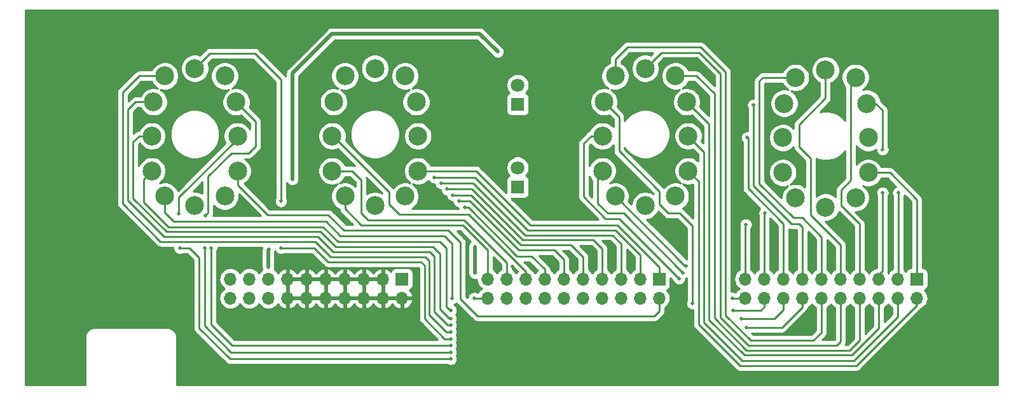
<source format=gbr>
G04 #@! TF.GenerationSoftware,KiCad,Pcbnew,5.1.4*
G04 #@! TF.CreationDate,2019-08-29T18:55:29+02:00*
G04 #@! TF.ProjectId,NixieClock,4e697869-6543-46c6-9f63-6b2e6b696361,rev?*
G04 #@! TF.SameCoordinates,Original*
G04 #@! TF.FileFunction,Copper,L2,Bot*
G04 #@! TF.FilePolarity,Positive*
%FSLAX46Y46*%
G04 Gerber Fmt 4.6, Leading zero omitted, Abs format (unit mm)*
G04 Created by KiCad (PCBNEW 5.1.4) date 2019-08-29 18:55:29*
%MOMM*%
%LPD*%
G04 APERTURE LIST*
%ADD10C,2.500000*%
%ADD11O,1.700000X1.700000*%
%ADD12R,1.700000X1.700000*%
%ADD13C,1.800000*%
%ADD14R,1.800000X1.800000*%
%ADD15C,0.500000*%
%ADD16C,0.500000*%
%ADD17C,0.250000*%
%ADD18C,0.254000*%
G04 APERTURE END LIST*
D10*
X138910000Y-82632000D03*
X146910000Y-82632000D03*
X142910000Y-83882000D03*
X138910000Y-66632000D03*
X146910000Y-66632000D03*
X137210000Y-79282000D03*
X137410000Y-70082000D03*
X148410000Y-70082000D03*
X148610000Y-79282000D03*
X148610000Y-74632000D03*
X137210000Y-74632000D03*
X142910000Y-65632000D03*
D11*
X132200000Y-96002000D03*
X132200000Y-93462000D03*
X134740000Y-96002000D03*
X134740000Y-93462000D03*
X137280000Y-96002000D03*
X137280000Y-93462000D03*
X139820000Y-96002000D03*
X139820000Y-93462000D03*
X142360000Y-96002000D03*
X142360000Y-93462000D03*
X144900000Y-96002000D03*
X144900000Y-93462000D03*
X147440000Y-96002000D03*
X147440000Y-93462000D03*
X149980000Y-96002000D03*
X149980000Y-93462000D03*
X152520000Y-96002000D03*
X152520000Y-93462000D03*
X155060000Y-96002000D03*
D12*
X155060000Y-93462000D03*
D10*
X114910000Y-82422000D03*
X122910000Y-82422000D03*
X118910000Y-83672000D03*
X114910000Y-66422000D03*
X122910000Y-66422000D03*
X113210000Y-79072000D03*
X113410000Y-69872000D03*
X124410000Y-69872000D03*
X124610000Y-79072000D03*
X124610000Y-74422000D03*
X113210000Y-74422000D03*
X118910000Y-65422000D03*
X54910000Y-82422000D03*
X62910000Y-82422000D03*
X58910000Y-83672000D03*
X54910000Y-66422000D03*
X62910000Y-66422000D03*
X53210000Y-79072000D03*
X53410000Y-69872000D03*
X64410000Y-69872000D03*
X64610000Y-79072000D03*
X64610000Y-74422000D03*
X53210000Y-74422000D03*
X58910000Y-65422000D03*
X78910000Y-82422000D03*
X86910000Y-82422000D03*
X82910000Y-83672000D03*
X78910000Y-66422000D03*
X86910000Y-66422000D03*
X77210000Y-79072000D03*
X77410000Y-69872000D03*
X88410000Y-69872000D03*
X88610000Y-79072000D03*
X88610000Y-74422000D03*
X77210000Y-74422000D03*
X82910000Y-65422000D03*
D13*
X101910000Y-78632000D03*
D14*
X101910000Y-81172000D03*
D11*
X97900000Y-95982000D03*
X97900000Y-93442000D03*
X100440000Y-95982000D03*
X100440000Y-93442000D03*
X102980000Y-95982000D03*
X102980000Y-93442000D03*
X105520000Y-95982000D03*
X105520000Y-93442000D03*
X108060000Y-95982000D03*
X108060000Y-93442000D03*
X110600000Y-95982000D03*
X110600000Y-93442000D03*
X113140000Y-95982000D03*
X113140000Y-93442000D03*
X115680000Y-95982000D03*
X115680000Y-93442000D03*
X118220000Y-95982000D03*
X118220000Y-93442000D03*
X120760000Y-95982000D03*
D12*
X120760000Y-93442000D03*
D13*
X101910000Y-67632000D03*
D14*
X101910000Y-70172000D03*
D11*
X63630000Y-95992000D03*
X63630000Y-93452000D03*
X66170000Y-95992000D03*
X66170000Y-93452000D03*
X68710000Y-95992000D03*
X68710000Y-93452000D03*
X71250000Y-95992000D03*
X71250000Y-93452000D03*
X73790000Y-95992000D03*
X73790000Y-93452000D03*
X76330000Y-95992000D03*
X76330000Y-93452000D03*
X78870000Y-95992000D03*
X78870000Y-93452000D03*
X81410000Y-95992000D03*
X81410000Y-93452000D03*
X83950000Y-95992000D03*
X83950000Y-93452000D03*
X86490000Y-95992000D03*
D12*
X86490000Y-93452000D03*
D15*
X71910000Y-80172000D03*
X68700000Y-91850000D03*
X99250000Y-63200000D03*
X68750000Y-89500000D03*
X96100000Y-96000000D03*
X93200000Y-96000000D03*
X56800000Y-84800000D03*
X93000000Y-104100000D03*
X56900000Y-89300000D03*
X60300000Y-85000000D03*
X93000000Y-103200000D03*
X60200000Y-89300000D03*
X61100000Y-89300000D03*
X93000000Y-102300000D03*
X93000000Y-101400000D03*
X70400000Y-83100000D03*
X70400000Y-89300000D03*
X93000000Y-100500000D03*
X93000000Y-99600000D03*
X93000000Y-98700000D03*
X93000000Y-97600000D03*
X90800000Y-79900000D03*
X91700000Y-80700000D03*
X94900000Y-83900000D03*
X94100000Y-83100000D03*
X93300000Y-82300000D03*
X92500000Y-81500000D03*
X132400000Y-99900000D03*
X125200000Y-96700000D03*
X131700000Y-98700000D03*
X123400000Y-93400000D03*
X123900000Y-92600000D03*
X130600000Y-97600000D03*
X124300000Y-91700000D03*
X130500000Y-96000000D03*
X152600000Y-82000000D03*
X150500000Y-76200000D03*
X150500000Y-82000000D03*
X133300000Y-70300000D03*
X132500000Y-74600000D03*
X134800000Y-84700000D03*
X132300000Y-86200000D03*
X96200000Y-89150000D03*
X96200000Y-92650000D03*
X143910000Y-86172000D03*
X82250000Y-81000000D03*
X148750000Y-99750000D03*
X146250000Y-99750000D03*
X151250000Y-98000000D03*
X158410000Y-98672000D03*
X117500000Y-80500000D03*
X121000000Y-79000000D03*
X140000000Y-100000000D03*
X99000000Y-91750000D03*
X151384000Y-86172000D03*
X65500000Y-84000000D03*
X143500000Y-99750000D03*
X141000000Y-88750000D03*
X143500000Y-88750000D03*
X120500000Y-86250000D03*
X117000000Y-91750000D03*
X111750000Y-81500000D03*
X59750000Y-81000000D03*
X125000000Y-84250000D03*
X101250000Y-91750000D03*
X103750000Y-91750000D03*
X51250000Y-68250000D03*
X143500000Y-80000000D03*
X109250000Y-91750000D03*
X154000000Y-86250000D03*
X106500000Y-91750000D03*
X138500000Y-88750000D03*
X90500000Y-83250000D03*
X148910000Y-86172000D03*
X158410000Y-94172000D03*
X136000000Y-88750000D03*
X127000000Y-70000000D03*
X96160000Y-94672000D03*
X90500000Y-68000000D03*
X114500000Y-91750000D03*
X79000000Y-63500000D03*
X158410000Y-102922000D03*
X112000000Y-91750000D03*
X89500000Y-65500000D03*
X79500000Y-80250000D03*
D16*
X71910000Y-66090000D02*
X77200000Y-60800000D01*
X71910000Y-80172000D02*
X71910000Y-66090000D01*
X77200000Y-60800000D02*
X96850000Y-60800000D01*
X68750000Y-89500000D02*
X68700000Y-89550000D01*
X68700000Y-89550000D02*
X68700000Y-91850000D01*
X96850000Y-60800000D02*
X99250000Y-63200000D01*
D17*
X76400000Y-85800000D02*
X56100000Y-85800000D01*
X97900000Y-95982000D02*
X96118000Y-95982000D01*
X92200000Y-87700000D02*
X78300000Y-87700000D01*
X93200000Y-96000000D02*
X93200000Y-88700000D01*
X93200000Y-88700000D02*
X92200000Y-87700000D01*
X78300000Y-87700000D02*
X76400000Y-85800000D01*
X54910000Y-84610000D02*
X54910000Y-82422000D01*
X96118000Y-95982000D02*
X96100000Y-96000000D01*
X56100000Y-85800000D02*
X54910000Y-84610000D01*
X120100000Y-98400000D02*
X96600000Y-98400000D01*
X92700000Y-87000000D02*
X78800000Y-87000000D01*
X94300000Y-96100000D02*
X94300000Y-88600000D01*
X96600000Y-98400000D02*
X94300000Y-96100000D01*
X76700000Y-84900000D02*
X68600000Y-84900000D01*
X78800000Y-87000000D02*
X76700000Y-84900000D01*
X120760000Y-95982000D02*
X120760000Y-97740000D01*
X120760000Y-97740000D02*
X120100000Y-98400000D01*
X94300000Y-88600000D02*
X92700000Y-87000000D01*
X68600000Y-84900000D02*
X64610000Y-80910000D01*
X64610000Y-80910000D02*
X64610000Y-79072000D01*
X63600000Y-104100000D02*
X59500000Y-100000000D01*
X64610000Y-74790000D02*
X64610000Y-74422000D01*
X59500000Y-90600000D02*
X58200000Y-89300000D01*
X58200000Y-89300000D02*
X56900000Y-89300000D01*
X59500000Y-100000000D02*
X59500000Y-90600000D01*
X56800000Y-82600000D02*
X64610000Y-74790000D01*
X56800000Y-84800000D02*
X56800000Y-82600000D01*
X93000000Y-104100000D02*
X63600000Y-104100000D01*
X67000000Y-75800000D02*
X67000000Y-72462000D01*
X66100000Y-76700000D02*
X67000000Y-75800000D01*
X67000000Y-72462000D02*
X64410000Y-69872000D01*
X60700000Y-84600000D02*
X60700000Y-79800000D01*
X63700000Y-103200000D02*
X93000000Y-103200000D01*
X60700000Y-79800000D02*
X63800000Y-76700000D01*
X63800000Y-76700000D02*
X66100000Y-76700000D01*
X60200000Y-89300000D02*
X60200000Y-99700000D01*
X60200000Y-99700000D02*
X63700000Y-103200000D01*
X60300000Y-85000000D02*
X60700000Y-84600000D01*
X61100000Y-89300000D02*
X61100000Y-99500000D01*
X63900000Y-102300000D02*
X93000000Y-102300000D01*
X61100000Y-99500000D02*
X63900000Y-102300000D01*
X60932000Y-63400000D02*
X58910000Y-65422000D01*
X70400000Y-83100000D02*
X70400000Y-66900000D01*
X74799964Y-89300000D02*
X70400000Y-89300000D01*
X92200000Y-101400000D02*
X89499980Y-98699980D01*
X89049990Y-91200000D02*
X76699964Y-91200000D01*
X89499980Y-91649990D02*
X89049990Y-91200000D01*
X89499980Y-98699980D02*
X89499980Y-91649990D01*
X66900000Y-63400000D02*
X60932000Y-63400000D01*
X93000000Y-101400000D02*
X92200000Y-101400000D01*
X76699964Y-91200000D02*
X74799964Y-89300000D01*
X70400000Y-66900000D02*
X66900000Y-63400000D01*
X77000000Y-90500000D02*
X74950026Y-88450026D01*
X74950026Y-88450026D02*
X54350026Y-88450026D01*
X49300000Y-68600000D02*
X51478000Y-66422000D01*
X49300000Y-83400000D02*
X49300000Y-68600000D01*
X54350026Y-88450026D02*
X49300000Y-83400000D01*
X92400000Y-100500000D02*
X90149990Y-98249990D01*
X93000000Y-100500000D02*
X92400000Y-100500000D01*
X51478000Y-66422000D02*
X54910000Y-66422000D01*
X89600000Y-90500000D02*
X77000000Y-90500000D01*
X90149990Y-91049990D02*
X89600000Y-90500000D01*
X90149990Y-98249990D02*
X90149990Y-91049990D01*
X90800000Y-97800000D02*
X90800000Y-90400000D01*
X90800000Y-90400000D02*
X90200020Y-89800020D01*
X50000000Y-70900000D02*
X51028000Y-69872000D01*
X54800016Y-87800016D02*
X50000000Y-83000000D01*
X90200020Y-89800020D02*
X77300020Y-89800020D01*
X77300020Y-89800020D02*
X75300016Y-87800016D01*
X92600000Y-99600000D02*
X90800000Y-97800000D01*
X75300016Y-87800016D02*
X54800016Y-87800016D01*
X51028000Y-69872000D02*
X53410000Y-69872000D01*
X93000000Y-99600000D02*
X92600000Y-99600000D01*
X50000000Y-83000000D02*
X50000000Y-70900000D01*
X50700000Y-75200000D02*
X51478000Y-74422000D01*
X50700000Y-82719252D02*
X50700000Y-75200000D01*
X77650010Y-89150010D02*
X75650010Y-87150010D01*
X91600000Y-97500000D02*
X91600000Y-90100000D01*
X55400000Y-87150008D02*
X55130756Y-87150008D01*
X75650010Y-87150010D02*
X55400002Y-87150010D01*
X51478000Y-74422000D02*
X53210000Y-74422000D01*
X55130756Y-87150008D02*
X50700000Y-82719252D01*
X92800000Y-98700000D02*
X91600000Y-97500000D01*
X90650010Y-89150010D02*
X77650010Y-89150010D01*
X91600000Y-90100000D02*
X90650010Y-89150010D01*
X93000000Y-98700000D02*
X92800000Y-98700000D01*
X55400002Y-87150010D02*
X55400000Y-87150008D01*
X78000000Y-88500000D02*
X76000000Y-86500000D01*
X91600000Y-88500000D02*
X78000000Y-88500000D01*
X92400000Y-97100000D02*
X92400000Y-89300000D01*
X52100000Y-83200000D02*
X52100000Y-80182000D01*
X52100000Y-80182000D02*
X53210000Y-79072000D01*
X92900000Y-97600000D02*
X92400000Y-97100000D01*
X93000000Y-97600000D02*
X92900000Y-97600000D01*
X55400000Y-86500000D02*
X52100000Y-83200000D01*
X92400000Y-89300000D02*
X91600000Y-88500000D01*
X76000000Y-86500000D02*
X55400000Y-86500000D01*
X81100000Y-86300000D02*
X78910000Y-84110000D01*
X94580748Y-86300000D02*
X81100000Y-86300000D01*
X97900000Y-89619252D02*
X94580748Y-86300000D01*
X78910000Y-84110000D02*
X78910000Y-82422000D01*
X97900000Y-93442000D02*
X97900000Y-89619252D01*
X103600000Y-86300000D02*
X96372000Y-79072000D01*
X96372000Y-79072000D02*
X88610000Y-79072000D01*
X115200000Y-86300000D02*
X103600000Y-86300000D01*
X120760000Y-91860000D02*
X115200000Y-86300000D01*
X120760000Y-93442000D02*
X120760000Y-91860000D01*
X118220000Y-90239252D02*
X118220000Y-93442000D01*
X114930756Y-86950008D02*
X118220000Y-90239252D01*
X96200000Y-79900000D02*
X103250008Y-86950008D01*
X103250008Y-86950008D02*
X114930756Y-86950008D01*
X90800000Y-79900000D02*
X96200000Y-79900000D01*
X91700000Y-80700000D02*
X96000000Y-80700000D01*
X114500000Y-87600018D02*
X115680000Y-88780018D01*
X115680000Y-88780018D02*
X115680000Y-93442000D01*
X102900018Y-87600018D02*
X114500000Y-87600018D01*
X96000000Y-80700000D02*
X102900018Y-87600018D01*
X81050000Y-80250000D02*
X79872000Y-79072000D01*
X94800000Y-85600000D02*
X82000000Y-85600000D01*
X81050000Y-84650000D02*
X81050000Y-80250000D01*
X79872000Y-79072000D02*
X77210000Y-79072000D01*
X100440000Y-93442000D02*
X100440000Y-91240000D01*
X82000000Y-85600000D02*
X81050000Y-84650000D01*
X100440000Y-91240000D02*
X94800000Y-85600000D01*
X84750000Y-83450000D02*
X84750000Y-81850000D01*
X95380748Y-84850000D02*
X86150000Y-84850000D01*
X102980000Y-92449252D02*
X95380748Y-84850000D01*
X102980000Y-93442000D02*
X102980000Y-92449252D01*
X77322000Y-74422000D02*
X77210000Y-74422000D01*
X86150000Y-84850000D02*
X84750000Y-83450000D01*
X84750000Y-81850000D02*
X77322000Y-74422000D01*
X105520000Y-92170000D02*
X103750000Y-90400000D01*
X95350000Y-83900000D02*
X94900000Y-83900000D01*
X103750000Y-90400000D02*
X101850000Y-90400000D01*
X105520000Y-93442000D02*
X105520000Y-92170000D01*
X101850000Y-90400000D02*
X95350000Y-83900000D01*
X108060000Y-93442000D02*
X108060000Y-90860000D01*
X95561496Y-83100000D02*
X94100000Y-83100000D01*
X108060000Y-90860000D02*
X106800000Y-89600000D01*
X102061496Y-89600000D02*
X95561496Y-83100000D01*
X108060000Y-93442000D02*
X107958000Y-93442000D01*
X107958000Y-93442000D02*
X107900000Y-93500000D01*
X106800000Y-89600000D02*
X102061496Y-89600000D01*
X110600000Y-90500036D02*
X110600000Y-93442000D01*
X93300000Y-82300000D02*
X95680748Y-82300000D01*
X109000000Y-88900036D02*
X110600000Y-90500036D01*
X102280784Y-88900036D02*
X109000000Y-88900036D01*
X95680748Y-82300000D02*
X102280784Y-88900036D01*
X111999998Y-88250026D02*
X113140000Y-89390028D01*
X102550026Y-88250026D02*
X111999998Y-88250026D01*
X95800000Y-81500000D02*
X102550026Y-88250026D01*
X113140000Y-89390028D02*
X113140000Y-93442000D01*
X92500000Y-81500000D02*
X95800000Y-81500000D01*
X131500000Y-105000000D02*
X126000000Y-99500000D01*
X126000000Y-99500000D02*
X126000000Y-80462000D01*
X126000000Y-80462000D02*
X124610000Y-79072000D01*
X155060000Y-96940000D02*
X147000000Y-105000000D01*
X147000000Y-105000000D02*
X131500000Y-105000000D01*
X155060000Y-96002000D02*
X155060000Y-96940000D01*
X126700000Y-76512000D02*
X124610000Y-74422000D01*
X126700000Y-99200000D02*
X126700000Y-76512000D01*
X152520000Y-98480000D02*
X146700000Y-104300000D01*
X152520000Y-96002000D02*
X152520000Y-98480000D01*
X146700000Y-104300000D02*
X131800000Y-104300000D01*
X131800000Y-104300000D02*
X126700000Y-99200000D01*
X146400000Y-103600000D02*
X132100000Y-103600000D01*
X127400000Y-98900000D02*
X127400000Y-72862000D01*
X127400000Y-72862000D02*
X124410000Y-69872000D01*
X149980000Y-100020000D02*
X146400000Y-103600000D01*
X132100000Y-103600000D02*
X127400000Y-98900000D01*
X149980000Y-96002000D02*
X149980000Y-100020000D01*
X128100000Y-98680748D02*
X128100000Y-68800000D01*
X147440000Y-101640748D02*
X146130758Y-102949990D01*
X147440000Y-96019000D02*
X147320000Y-96139000D01*
X147440000Y-96002000D02*
X147440000Y-96019000D01*
X147440000Y-96002000D02*
X147440000Y-101640748D01*
X128100000Y-68800000D02*
X125722000Y-66422000D01*
X132369242Y-102949990D02*
X128100000Y-98680748D01*
X125722000Y-66422000D02*
X122910000Y-66422000D01*
X146130758Y-102949990D02*
X132369242Y-102949990D01*
X128900000Y-66100000D02*
X126100000Y-63300000D01*
X144900000Y-101799980D02*
X144400000Y-102299980D01*
X126100000Y-63300000D02*
X121032000Y-63300000D01*
X144900000Y-96002000D02*
X144900000Y-101799980D01*
X128900000Y-98561496D02*
X128900000Y-66100000D01*
X144400000Y-102299980D02*
X132638484Y-102299980D01*
X132638484Y-102299980D02*
X128900000Y-98561496D01*
X121032000Y-63300000D02*
X118910000Y-65422000D01*
X132949970Y-101649970D02*
X129600000Y-98300000D01*
X141300000Y-101649970D02*
X132949970Y-101649970D01*
X126319252Y-62600000D02*
X116500000Y-62600000D01*
X142360000Y-100589970D02*
X141300000Y-101649970D01*
X129600000Y-98300000D02*
X129600000Y-65880748D01*
X114910000Y-64190000D02*
X114910000Y-66422000D01*
X129600000Y-65880748D02*
X126319252Y-62600000D01*
X142360000Y-96002000D02*
X142360000Y-100589970D01*
X116500000Y-62600000D02*
X114910000Y-64190000D01*
X122000000Y-84700000D02*
X120800000Y-83500000D01*
X139820000Y-97180000D02*
X137100000Y-99900000D01*
X123500000Y-84700000D02*
X122000000Y-84700000D01*
X120800000Y-81800000D02*
X115400000Y-76400000D01*
X115400000Y-76400000D02*
X115400000Y-71862000D01*
X137100000Y-99900000D02*
X132400000Y-99900000D01*
X139820000Y-96002000D02*
X139820000Y-97180000D01*
X115400000Y-71862000D02*
X113410000Y-69872000D01*
X125200000Y-96700000D02*
X125200000Y-86400000D01*
X125200000Y-86400000D02*
X123500000Y-84700000D01*
X120800000Y-83500000D02*
X120800000Y-81800000D01*
X136100000Y-98700000D02*
X131700000Y-98700000D01*
X137280000Y-96002000D02*
X137280000Y-97520000D01*
X123400000Y-93400000D02*
X115400000Y-85400000D01*
X115400000Y-85400000D02*
X113600000Y-85400000D01*
X111678000Y-74422000D02*
X113210000Y-74422000D01*
X110700000Y-82500000D02*
X110700000Y-75400000D01*
X137280000Y-97520000D02*
X136100000Y-98700000D01*
X110700000Y-75400000D02*
X111678000Y-74422000D01*
X113600000Y-85400000D02*
X110700000Y-82500000D01*
X112600000Y-79682000D02*
X113210000Y-79072000D01*
X134740000Y-97160000D02*
X134740000Y-96002000D01*
X112600000Y-83400000D02*
X112600000Y-79682000D01*
X113900000Y-84700000D02*
X112600000Y-83400000D01*
X130600000Y-97600000D02*
X134300000Y-97600000D01*
X134300000Y-97600000D02*
X134740000Y-97160000D01*
X116000000Y-84700000D02*
X113900000Y-84700000D01*
X123900000Y-92600000D02*
X116000000Y-84700000D01*
X124300000Y-91700000D02*
X124188000Y-91700000D01*
X130502000Y-96002000D02*
X132200000Y-96002000D01*
X130500000Y-96000000D02*
X130502000Y-96002000D01*
X124188000Y-91700000D02*
X114910000Y-82422000D01*
X155060000Y-82860000D02*
X151482000Y-79282000D01*
X151482000Y-79282000D02*
X148610000Y-79282000D01*
X155060000Y-93462000D02*
X155060000Y-82860000D01*
X152600000Y-82000000D02*
X152600000Y-93382000D01*
X152600000Y-93382000D02*
X152520000Y-93462000D01*
X150500000Y-76200000D02*
X150500000Y-71000000D01*
X149980000Y-92920000D02*
X150500000Y-92400000D01*
X149582000Y-70082000D02*
X148410000Y-70082000D01*
X150500000Y-71000000D02*
X149582000Y-70082000D01*
X150500000Y-92400000D02*
X150500000Y-82000000D01*
X149980000Y-93462000D02*
X149980000Y-92920000D01*
X145000000Y-83700000D02*
X145000000Y-81600000D01*
X147440000Y-86140000D02*
X145000000Y-83700000D01*
X145000000Y-81600000D02*
X146300000Y-80300000D01*
X146300000Y-80300000D02*
X146300000Y-67242000D01*
X147440000Y-93462000D02*
X147440000Y-86140000D01*
X146300000Y-67242000D02*
X146910000Y-66632000D01*
X144900000Y-93462000D02*
X144900000Y-88900000D01*
X139400000Y-75900000D02*
X139400000Y-72900000D01*
X144900000Y-88900000D02*
X140900000Y-84900000D01*
X140900000Y-77400000D02*
X139400000Y-75900000D01*
X142910000Y-69390000D02*
X142910000Y-65632000D01*
X140900000Y-84900000D02*
X140900000Y-77400000D01*
X139400000Y-72900000D02*
X142910000Y-69390000D01*
X134568000Y-66632000D02*
X138910000Y-66632000D01*
X134100000Y-67100000D02*
X134568000Y-66632000D01*
X139800000Y-85300000D02*
X138600000Y-85300000D01*
X142360000Y-93462000D02*
X142360000Y-87860000D01*
X138600000Y-85300000D02*
X134100000Y-80800000D01*
X142360000Y-87860000D02*
X139800000Y-85300000D01*
X134100000Y-80800000D02*
X134100000Y-67100000D01*
X139400000Y-86100000D02*
X138380748Y-86100000D01*
X139820000Y-93462000D02*
X139820000Y-86520000D01*
X139820000Y-86520000D02*
X139400000Y-86100000D01*
X138380748Y-86100000D02*
X133300000Y-81019252D01*
X133300000Y-81019252D02*
X133300000Y-70300000D01*
X132600000Y-74700000D02*
X132500000Y-74600000D01*
X137280000Y-86080000D02*
X132600000Y-81400000D01*
X132600000Y-81400000D02*
X132600000Y-74700000D01*
X137280000Y-93462000D02*
X137280000Y-86080000D01*
X134800000Y-84700000D02*
X134740000Y-84760000D01*
X134740000Y-84760000D02*
X134740000Y-93462000D01*
X132200000Y-86300000D02*
X132200000Y-93462000D01*
X132300000Y-86200000D02*
X132200000Y-86300000D01*
D16*
X96200000Y-89150000D02*
X96200000Y-92650000D01*
D18*
G36*
X165836513Y-57682666D02*
G01*
X165837001Y-57687310D01*
X165837000Y-107504725D01*
X165836335Y-107511513D01*
X165831699Y-107512000D01*
X56507000Y-107512000D01*
X56507000Y-101154581D01*
X56504242Y-101126581D01*
X56504269Y-101122745D01*
X56503369Y-101113574D01*
X56490414Y-100990323D01*
X56478387Y-100931733D01*
X56467178Y-100872971D01*
X56464514Y-100864149D01*
X56427867Y-100745762D01*
X56404692Y-100690632D01*
X56382278Y-100635153D01*
X56377951Y-100627017D01*
X56319007Y-100518002D01*
X56285565Y-100468422D01*
X56252803Y-100418355D01*
X56246978Y-100411214D01*
X56167982Y-100315724D01*
X56125566Y-100273603D01*
X56083684Y-100230834D01*
X56076584Y-100224961D01*
X55980545Y-100146633D01*
X55930703Y-100113518D01*
X55881362Y-100079733D01*
X55873256Y-100075350D01*
X55763832Y-100017168D01*
X55708554Y-99994384D01*
X55653545Y-99970807D01*
X55644741Y-99968082D01*
X55526101Y-99932262D01*
X55467372Y-99920633D01*
X55408905Y-99908206D01*
X55399747Y-99907244D01*
X55399744Y-99907243D01*
X55399741Y-99907243D01*
X55276402Y-99895150D01*
X55244419Y-99892000D01*
X45549581Y-99892000D01*
X45521581Y-99894758D01*
X45517745Y-99894731D01*
X45508574Y-99895631D01*
X45385323Y-99908586D01*
X45326733Y-99920613D01*
X45267971Y-99931822D01*
X45259149Y-99934486D01*
X45140762Y-99971133D01*
X45085632Y-99994308D01*
X45030153Y-100016722D01*
X45022017Y-100021049D01*
X44913002Y-100079993D01*
X44863422Y-100113435D01*
X44813355Y-100146197D01*
X44806214Y-100152022D01*
X44710724Y-100231018D01*
X44668603Y-100273434D01*
X44625834Y-100315316D01*
X44619961Y-100322416D01*
X44541633Y-100418455D01*
X44508518Y-100468297D01*
X44474733Y-100517638D01*
X44470350Y-100525744D01*
X44412168Y-100635168D01*
X44389384Y-100690446D01*
X44365807Y-100745455D01*
X44363082Y-100754259D01*
X44327262Y-100872899D01*
X44315641Y-100931592D01*
X44303206Y-100990095D01*
X44302244Y-100999253D01*
X44302244Y-100999254D01*
X44302243Y-100999259D01*
X44290150Y-101122598D01*
X44290150Y-101122608D01*
X44287001Y-101154581D01*
X44287000Y-107512000D01*
X36354275Y-107512000D01*
X36347487Y-107511335D01*
X36347000Y-107506699D01*
X36347000Y-68600000D01*
X48536324Y-68600000D01*
X48540001Y-68637332D01*
X48540000Y-83362678D01*
X48536324Y-83400000D01*
X48540000Y-83437322D01*
X48540000Y-83437332D01*
X48550997Y-83548985D01*
X48585933Y-83664155D01*
X48594454Y-83692246D01*
X48665026Y-83824276D01*
X48697362Y-83863677D01*
X48759999Y-83940001D01*
X48789003Y-83963804D01*
X53786226Y-88961028D01*
X53810025Y-88990027D01*
X53925750Y-89085000D01*
X54057779Y-89155572D01*
X54201040Y-89199029D01*
X54312693Y-89210026D01*
X54312702Y-89210026D01*
X54350025Y-89213702D01*
X54387348Y-89210026D01*
X56015559Y-89210026D01*
X56015000Y-89212835D01*
X56015000Y-89387165D01*
X56049010Y-89558145D01*
X56115723Y-89719205D01*
X56212576Y-89864155D01*
X56335845Y-89987424D01*
X56480795Y-90084277D01*
X56641855Y-90150990D01*
X56812835Y-90185000D01*
X56987165Y-90185000D01*
X57158145Y-90150990D01*
X57319205Y-90084277D01*
X57355538Y-90060000D01*
X57885199Y-90060000D01*
X58740001Y-90914803D01*
X58740000Y-99962678D01*
X58736324Y-100000000D01*
X58740000Y-100037322D01*
X58740000Y-100037332D01*
X58750997Y-100148985D01*
X58785788Y-100263677D01*
X58794454Y-100292246D01*
X58865026Y-100424276D01*
X58886950Y-100450990D01*
X58959999Y-100540001D01*
X58989003Y-100563804D01*
X63036201Y-104611003D01*
X63059999Y-104640001D01*
X63088997Y-104663799D01*
X63175724Y-104734974D01*
X63307753Y-104805546D01*
X63451014Y-104849003D01*
X63600000Y-104863677D01*
X63637333Y-104860000D01*
X92544462Y-104860000D01*
X92580795Y-104884277D01*
X92741855Y-104950990D01*
X92912835Y-104985000D01*
X93087165Y-104985000D01*
X93258145Y-104950990D01*
X93419205Y-104884277D01*
X93564155Y-104787424D01*
X93687424Y-104664155D01*
X93784277Y-104519205D01*
X93850990Y-104358145D01*
X93885000Y-104187165D01*
X93885000Y-104012835D01*
X93850990Y-103841855D01*
X93784277Y-103680795D01*
X93763700Y-103650000D01*
X93784277Y-103619205D01*
X93850990Y-103458145D01*
X93885000Y-103287165D01*
X93885000Y-103112835D01*
X93850990Y-102941855D01*
X93784277Y-102780795D01*
X93763700Y-102750000D01*
X93784277Y-102719205D01*
X93850990Y-102558145D01*
X93885000Y-102387165D01*
X93885000Y-102212835D01*
X93850990Y-102041855D01*
X93784277Y-101880795D01*
X93763700Y-101850000D01*
X93784277Y-101819205D01*
X93850990Y-101658145D01*
X93885000Y-101487165D01*
X93885000Y-101312835D01*
X93850990Y-101141855D01*
X93784277Y-100980795D01*
X93763700Y-100950000D01*
X93784277Y-100919205D01*
X93850990Y-100758145D01*
X93885000Y-100587165D01*
X93885000Y-100412835D01*
X93850990Y-100241855D01*
X93784277Y-100080795D01*
X93763700Y-100050000D01*
X93784277Y-100019205D01*
X93850990Y-99858145D01*
X93885000Y-99687165D01*
X93885000Y-99512835D01*
X93850990Y-99341855D01*
X93784277Y-99180795D01*
X93763700Y-99150000D01*
X93784277Y-99119205D01*
X93850990Y-98958145D01*
X93885000Y-98787165D01*
X93885000Y-98612835D01*
X93850990Y-98441855D01*
X93784277Y-98280795D01*
X93696882Y-98150000D01*
X93784277Y-98019205D01*
X93850990Y-97858145D01*
X93885000Y-97687165D01*
X93885000Y-97512835D01*
X93850990Y-97341855D01*
X93784277Y-97180795D01*
X93687424Y-97035845D01*
X93564155Y-96912576D01*
X93466689Y-96847451D01*
X93619205Y-96784277D01*
X93764155Y-96687424D01*
X93788329Y-96663250D01*
X93789003Y-96663804D01*
X96036201Y-98911003D01*
X96059999Y-98940001D01*
X96175724Y-99034974D01*
X96307753Y-99105546D01*
X96451014Y-99149003D01*
X96562667Y-99160000D01*
X96562676Y-99160000D01*
X96599999Y-99163676D01*
X96637322Y-99160000D01*
X120062678Y-99160000D01*
X120100000Y-99163676D01*
X120137322Y-99160000D01*
X120137333Y-99160000D01*
X120248986Y-99149003D01*
X120392247Y-99105546D01*
X120524276Y-99034974D01*
X120640001Y-98940001D01*
X120663803Y-98910998D01*
X121271002Y-98303800D01*
X121300001Y-98280001D01*
X121344691Y-98225546D01*
X121394974Y-98164277D01*
X121465546Y-98032247D01*
X121467964Y-98024276D01*
X121509003Y-97888986D01*
X121520000Y-97777333D01*
X121520000Y-97777323D01*
X121523676Y-97740000D01*
X121520000Y-97702677D01*
X121520000Y-97259595D01*
X121589014Y-97222706D01*
X121815134Y-97037134D01*
X122000706Y-96811014D01*
X122138599Y-96553034D01*
X122223513Y-96273111D01*
X122252185Y-95982000D01*
X122223513Y-95690889D01*
X122138599Y-95410966D01*
X122000706Y-95152986D01*
X121815134Y-94926866D01*
X121785313Y-94902393D01*
X121854180Y-94881502D01*
X121964494Y-94822537D01*
X122061185Y-94743185D01*
X122140537Y-94646494D01*
X122199502Y-94536180D01*
X122235812Y-94416482D01*
X122248072Y-94292000D01*
X122248072Y-93322875D01*
X122540485Y-93615288D01*
X122549010Y-93658145D01*
X122615723Y-93819205D01*
X122712576Y-93964155D01*
X122835845Y-94087424D01*
X122980795Y-94184277D01*
X123141855Y-94250990D01*
X123312835Y-94285000D01*
X123487165Y-94285000D01*
X123658145Y-94250990D01*
X123819205Y-94184277D01*
X123964155Y-94087424D01*
X124087424Y-93964155D01*
X124184277Y-93819205D01*
X124250990Y-93658145D01*
X124285000Y-93487165D01*
X124285000Y-93398445D01*
X124319205Y-93384277D01*
X124440000Y-93303564D01*
X124440000Y-96244462D01*
X124415723Y-96280795D01*
X124349010Y-96441855D01*
X124315000Y-96612835D01*
X124315000Y-96787165D01*
X124349010Y-96958145D01*
X124415723Y-97119205D01*
X124512576Y-97264155D01*
X124635845Y-97387424D01*
X124780795Y-97484277D01*
X124941855Y-97550990D01*
X125112835Y-97585000D01*
X125240000Y-97585000D01*
X125240000Y-99462678D01*
X125236324Y-99500000D01*
X125240000Y-99537322D01*
X125240000Y-99537332D01*
X125250997Y-99648985D01*
X125281947Y-99751014D01*
X125294454Y-99792246D01*
X125365026Y-99924276D01*
X125401941Y-99969256D01*
X125459999Y-100040001D01*
X125489003Y-100063804D01*
X130936201Y-105511003D01*
X130959999Y-105540001D01*
X130988997Y-105563799D01*
X131075724Y-105634974D01*
X131207753Y-105705546D01*
X131351014Y-105749003D01*
X131500000Y-105763677D01*
X131537333Y-105760000D01*
X146962678Y-105760000D01*
X147000000Y-105763676D01*
X147037322Y-105760000D01*
X147037333Y-105760000D01*
X147148986Y-105749003D01*
X147292247Y-105705546D01*
X147424276Y-105634974D01*
X147540001Y-105540001D01*
X147563804Y-105510997D01*
X155571003Y-97503799D01*
X155600001Y-97480001D01*
X155694974Y-97364276D01*
X155708334Y-97339281D01*
X155889014Y-97242706D01*
X156115134Y-97057134D01*
X156300706Y-96831014D01*
X156438599Y-96573034D01*
X156523513Y-96293111D01*
X156552185Y-96002000D01*
X156523513Y-95710889D01*
X156438599Y-95430966D01*
X156300706Y-95172986D01*
X156115134Y-94946866D01*
X156085313Y-94922393D01*
X156154180Y-94901502D01*
X156264494Y-94842537D01*
X156361185Y-94763185D01*
X156440537Y-94666494D01*
X156499502Y-94556180D01*
X156535812Y-94436482D01*
X156548072Y-94312000D01*
X156548072Y-92612000D01*
X156535812Y-92487518D01*
X156499502Y-92367820D01*
X156440537Y-92257506D01*
X156361185Y-92160815D01*
X156264494Y-92081463D01*
X156154180Y-92022498D01*
X156034482Y-91986188D01*
X155910000Y-91973928D01*
X155820000Y-91973928D01*
X155820000Y-82897322D01*
X155823676Y-82859999D01*
X155820000Y-82822676D01*
X155820000Y-82822667D01*
X155809003Y-82711014D01*
X155765546Y-82567753D01*
X155749286Y-82537333D01*
X155694974Y-82435723D01*
X155623799Y-82348997D01*
X155600001Y-82319999D01*
X155571003Y-82296201D01*
X152045804Y-78771003D01*
X152022001Y-78741999D01*
X151906276Y-78647026D01*
X151774247Y-78576454D01*
X151630986Y-78532997D01*
X151519333Y-78522000D01*
X151519322Y-78522000D01*
X151482000Y-78518324D01*
X151444678Y-78522000D01*
X150335507Y-78522000D01*
X150280466Y-78389118D01*
X150074175Y-78080382D01*
X149811618Y-77817825D01*
X149502882Y-77611534D01*
X149159834Y-77469439D01*
X148795656Y-77397000D01*
X148424344Y-77397000D01*
X148060166Y-77469439D01*
X147717118Y-77611534D01*
X147408382Y-77817825D01*
X147145825Y-78080382D01*
X147060000Y-78208828D01*
X147060000Y-75705172D01*
X147145825Y-75833618D01*
X147408382Y-76096175D01*
X147717118Y-76302466D01*
X148060166Y-76444561D01*
X148424344Y-76517000D01*
X148795656Y-76517000D01*
X149159834Y-76444561D01*
X149502882Y-76302466D01*
X149615000Y-76227551D01*
X149615000Y-76287165D01*
X149649010Y-76458145D01*
X149715723Y-76619205D01*
X149812576Y-76764155D01*
X149935845Y-76887424D01*
X150080795Y-76984277D01*
X150241855Y-77050990D01*
X150412835Y-77085000D01*
X150587165Y-77085000D01*
X150758145Y-77050990D01*
X150919205Y-76984277D01*
X151064155Y-76887424D01*
X151187424Y-76764155D01*
X151284277Y-76619205D01*
X151350990Y-76458145D01*
X151385000Y-76287165D01*
X151385000Y-76112835D01*
X151350990Y-75941855D01*
X151284277Y-75780795D01*
X151260000Y-75744462D01*
X151260000Y-71037322D01*
X151263676Y-70999999D01*
X151260000Y-70962676D01*
X151260000Y-70962667D01*
X151249003Y-70851014D01*
X151205546Y-70707753D01*
X151159710Y-70622001D01*
X151134974Y-70575723D01*
X151063799Y-70488997D01*
X151040001Y-70459999D01*
X151011003Y-70436201D01*
X150251263Y-69676462D01*
X150222561Y-69532166D01*
X150080466Y-69189118D01*
X149874175Y-68880382D01*
X149611618Y-68617825D01*
X149302882Y-68411534D01*
X148959834Y-68269439D01*
X148595656Y-68197000D01*
X148224344Y-68197000D01*
X147860166Y-68269439D01*
X147839498Y-68278000D01*
X148111618Y-68096175D01*
X148374175Y-67833618D01*
X148580466Y-67524882D01*
X148722561Y-67181834D01*
X148795000Y-66817656D01*
X148795000Y-66446344D01*
X148722561Y-66082166D01*
X148580466Y-65739118D01*
X148374175Y-65430382D01*
X148111618Y-65167825D01*
X147802882Y-64961534D01*
X147459834Y-64819439D01*
X147095656Y-64747000D01*
X146724344Y-64747000D01*
X146360166Y-64819439D01*
X146017118Y-64961534D01*
X145708382Y-65167825D01*
X145445825Y-65430382D01*
X145239534Y-65739118D01*
X145097439Y-66082166D01*
X145025000Y-66446344D01*
X145025000Y-66817656D01*
X145097439Y-67181834D01*
X145239534Y-67524882D01*
X145445825Y-67833618D01*
X145540001Y-67927794D01*
X145540001Y-72405230D01*
X145461626Y-72287934D01*
X145004066Y-71830374D01*
X144466031Y-71470871D01*
X143868199Y-71223240D01*
X143233544Y-71097000D01*
X142586456Y-71097000D01*
X142201162Y-71173639D01*
X143421004Y-69953798D01*
X143450001Y-69930001D01*
X143544974Y-69814276D01*
X143615546Y-69682247D01*
X143659003Y-69538986D01*
X143670000Y-69427333D01*
X143670000Y-69427332D01*
X143673677Y-69390000D01*
X143670000Y-69352667D01*
X143670000Y-67357507D01*
X143802882Y-67302466D01*
X144111618Y-67096175D01*
X144374175Y-66833618D01*
X144580466Y-66524882D01*
X144722561Y-66181834D01*
X144795000Y-65817656D01*
X144795000Y-65446344D01*
X144722561Y-65082166D01*
X144580466Y-64739118D01*
X144374175Y-64430382D01*
X144111618Y-64167825D01*
X143802882Y-63961534D01*
X143459834Y-63819439D01*
X143095656Y-63747000D01*
X142724344Y-63747000D01*
X142360166Y-63819439D01*
X142017118Y-63961534D01*
X141708382Y-64167825D01*
X141445825Y-64430382D01*
X141239534Y-64739118D01*
X141097439Y-65082166D01*
X141025000Y-65446344D01*
X141025000Y-65817656D01*
X141097439Y-66181834D01*
X141239534Y-66524882D01*
X141445825Y-66833618D01*
X141708382Y-67096175D01*
X142017118Y-67302466D01*
X142150001Y-67357508D01*
X142150000Y-69075198D01*
X138888998Y-72336201D01*
X138860000Y-72359999D01*
X138836202Y-72388997D01*
X138836201Y-72388998D01*
X138765026Y-72475724D01*
X138694454Y-72607754D01*
X138689018Y-72625676D01*
X138650998Y-72751014D01*
X138640067Y-72862000D01*
X138636324Y-72900000D01*
X138640001Y-72937332D01*
X138640001Y-73396208D01*
X138411618Y-73167825D01*
X138102882Y-72961534D01*
X137759834Y-72819439D01*
X137395656Y-72747000D01*
X137024344Y-72747000D01*
X136660166Y-72819439D01*
X136317118Y-72961534D01*
X136008382Y-73167825D01*
X135745825Y-73430382D01*
X135539534Y-73739118D01*
X135397439Y-74082166D01*
X135325000Y-74446344D01*
X135325000Y-74817656D01*
X135397439Y-75181834D01*
X135539534Y-75524882D01*
X135745825Y-75833618D01*
X136008382Y-76096175D01*
X136317118Y-76302466D01*
X136660166Y-76444561D01*
X137024344Y-76517000D01*
X137395656Y-76517000D01*
X137759834Y-76444561D01*
X138102882Y-76302466D01*
X138411618Y-76096175D01*
X138639441Y-75868352D01*
X138636324Y-75900000D01*
X138640000Y-75937322D01*
X138640000Y-75937332D01*
X138650997Y-76048985D01*
X138684672Y-76159999D01*
X138694454Y-76192246D01*
X138765026Y-76324276D01*
X138796817Y-76363013D01*
X138859999Y-76440001D01*
X138889003Y-76463804D01*
X140140001Y-77714803D01*
X140140000Y-81196207D01*
X140111618Y-81167825D01*
X139802882Y-80961534D01*
X139459834Y-80819439D01*
X139095656Y-80747000D01*
X138724344Y-80747000D01*
X138360166Y-80819439D01*
X138207056Y-80882859D01*
X138411618Y-80746175D01*
X138674175Y-80483618D01*
X138880466Y-80174882D01*
X139022561Y-79831834D01*
X139095000Y-79467656D01*
X139095000Y-79096344D01*
X139022561Y-78732166D01*
X138880466Y-78389118D01*
X138674175Y-78080382D01*
X138411618Y-77817825D01*
X138102882Y-77611534D01*
X137759834Y-77469439D01*
X137395656Y-77397000D01*
X137024344Y-77397000D01*
X136660166Y-77469439D01*
X136317118Y-77611534D01*
X136008382Y-77817825D01*
X135745825Y-78080382D01*
X135539534Y-78389118D01*
X135397439Y-78732166D01*
X135325000Y-79096344D01*
X135325000Y-79467656D01*
X135397439Y-79831834D01*
X135539534Y-80174882D01*
X135745825Y-80483618D01*
X136008382Y-80746175D01*
X136317118Y-80952466D01*
X136660166Y-81094561D01*
X137024344Y-81167000D01*
X137395656Y-81167000D01*
X137759834Y-81094561D01*
X137912944Y-81031141D01*
X137708382Y-81167825D01*
X137445825Y-81430382D01*
X137239534Y-81739118D01*
X137097439Y-82082166D01*
X137025000Y-82446344D01*
X137025000Y-82650198D01*
X134860000Y-80485199D01*
X134860000Y-67414801D01*
X134882801Y-67392000D01*
X137184493Y-67392000D01*
X137239534Y-67524882D01*
X137445825Y-67833618D01*
X137708382Y-68096175D01*
X137980502Y-68278000D01*
X137959834Y-68269439D01*
X137595656Y-68197000D01*
X137224344Y-68197000D01*
X136860166Y-68269439D01*
X136517118Y-68411534D01*
X136208382Y-68617825D01*
X135945825Y-68880382D01*
X135739534Y-69189118D01*
X135597439Y-69532166D01*
X135525000Y-69896344D01*
X135525000Y-70267656D01*
X135597439Y-70631834D01*
X135739534Y-70974882D01*
X135945825Y-71283618D01*
X136208382Y-71546175D01*
X136517118Y-71752466D01*
X136860166Y-71894561D01*
X137224344Y-71967000D01*
X137595656Y-71967000D01*
X137959834Y-71894561D01*
X138302882Y-71752466D01*
X138611618Y-71546175D01*
X138874175Y-71283618D01*
X139080466Y-70974882D01*
X139222561Y-70631834D01*
X139295000Y-70267656D01*
X139295000Y-69896344D01*
X139222561Y-69532166D01*
X139080466Y-69189118D01*
X138874175Y-68880382D01*
X138611618Y-68617825D01*
X138339498Y-68436000D01*
X138360166Y-68444561D01*
X138724344Y-68517000D01*
X139095656Y-68517000D01*
X139459834Y-68444561D01*
X139802882Y-68302466D01*
X140111618Y-68096175D01*
X140374175Y-67833618D01*
X140580466Y-67524882D01*
X140722561Y-67181834D01*
X140795000Y-66817656D01*
X140795000Y-66446344D01*
X140722561Y-66082166D01*
X140580466Y-65739118D01*
X140374175Y-65430382D01*
X140111618Y-65167825D01*
X139802882Y-64961534D01*
X139459834Y-64819439D01*
X139095656Y-64747000D01*
X138724344Y-64747000D01*
X138360166Y-64819439D01*
X138017118Y-64961534D01*
X137708382Y-65167825D01*
X137445825Y-65430382D01*
X137239534Y-65739118D01*
X137184493Y-65872000D01*
X134605323Y-65872000D01*
X134568000Y-65868324D01*
X134530677Y-65872000D01*
X134530667Y-65872000D01*
X134419014Y-65882997D01*
X134308535Y-65916510D01*
X134275753Y-65926454D01*
X134143723Y-65997026D01*
X134103870Y-66029733D01*
X134027999Y-66091999D01*
X134004196Y-66121003D01*
X133588998Y-66536201D01*
X133560000Y-66559999D01*
X133536202Y-66588997D01*
X133536201Y-66588998D01*
X133465026Y-66675724D01*
X133394454Y-66807754D01*
X133386609Y-66833618D01*
X133350998Y-66951014D01*
X133340630Y-67056277D01*
X133336324Y-67100000D01*
X133340001Y-67137332D01*
X133340001Y-69415000D01*
X133212835Y-69415000D01*
X133041855Y-69449010D01*
X132880795Y-69515723D01*
X132735845Y-69612576D01*
X132612576Y-69735845D01*
X132515723Y-69880795D01*
X132449010Y-70041855D01*
X132415000Y-70212835D01*
X132415000Y-70387165D01*
X132449010Y-70558145D01*
X132515723Y-70719205D01*
X132540001Y-70755539D01*
X132540001Y-73715000D01*
X132412835Y-73715000D01*
X132241855Y-73749010D01*
X132080795Y-73815723D01*
X131935845Y-73912576D01*
X131812576Y-74035845D01*
X131715723Y-74180795D01*
X131649010Y-74341855D01*
X131615000Y-74512835D01*
X131615000Y-74687165D01*
X131649010Y-74858145D01*
X131715723Y-75019205D01*
X131812576Y-75164155D01*
X131840001Y-75191580D01*
X131840000Y-81362677D01*
X131836324Y-81400000D01*
X131840000Y-81437322D01*
X131840000Y-81437332D01*
X131850997Y-81548985D01*
X131881947Y-81651014D01*
X131894454Y-81692246D01*
X131965026Y-81824276D01*
X131992868Y-81858201D01*
X132059999Y-81940001D01*
X132089003Y-81963804D01*
X134186810Y-84061611D01*
X134112576Y-84135845D01*
X134015723Y-84280795D01*
X133949010Y-84441855D01*
X133915000Y-84612835D01*
X133915000Y-84787165D01*
X133949010Y-84958145D01*
X133980000Y-85032962D01*
X133980001Y-92184405D01*
X133910986Y-92221294D01*
X133684866Y-92406866D01*
X133499294Y-92632986D01*
X133470000Y-92687791D01*
X133440706Y-92632986D01*
X133255134Y-92406866D01*
X133029014Y-92221294D01*
X132960000Y-92184405D01*
X132960000Y-86791579D01*
X132987424Y-86764155D01*
X133084277Y-86619205D01*
X133150990Y-86458145D01*
X133185000Y-86287165D01*
X133185000Y-86112835D01*
X133150990Y-85941855D01*
X133084277Y-85780795D01*
X132987424Y-85635845D01*
X132864155Y-85512576D01*
X132719205Y-85415723D01*
X132558145Y-85349010D01*
X132387165Y-85315000D01*
X132212835Y-85315000D01*
X132041855Y-85349010D01*
X131880795Y-85415723D01*
X131735845Y-85512576D01*
X131612576Y-85635845D01*
X131515723Y-85780795D01*
X131449010Y-85941855D01*
X131415000Y-86112835D01*
X131415000Y-86287165D01*
X131440000Y-86412849D01*
X131440001Y-92184405D01*
X131370986Y-92221294D01*
X131144866Y-92406866D01*
X130959294Y-92632986D01*
X130821401Y-92890966D01*
X130736487Y-93170889D01*
X130707815Y-93462000D01*
X130736487Y-93753111D01*
X130821401Y-94033034D01*
X130959294Y-94291014D01*
X131144866Y-94517134D01*
X131370986Y-94702706D01*
X131425791Y-94732000D01*
X131370986Y-94761294D01*
X131144866Y-94946866D01*
X130959294Y-95172986D01*
X130931912Y-95224214D01*
X130919205Y-95215723D01*
X130758145Y-95149010D01*
X130587165Y-95115000D01*
X130412835Y-95115000D01*
X130360000Y-95125510D01*
X130360000Y-65918070D01*
X130363676Y-65880747D01*
X130360000Y-65843424D01*
X130360000Y-65843415D01*
X130349003Y-65731762D01*
X130305546Y-65588501D01*
X130234974Y-65456472D01*
X130140001Y-65340747D01*
X130111003Y-65316949D01*
X126883056Y-62089003D01*
X126859253Y-62059999D01*
X126743528Y-61965026D01*
X126611499Y-61894454D01*
X126468238Y-61850997D01*
X126356585Y-61840000D01*
X126356574Y-61840000D01*
X126319252Y-61836324D01*
X126281930Y-61840000D01*
X116537333Y-61840000D01*
X116500000Y-61836323D01*
X116462667Y-61840000D01*
X116351014Y-61850997D01*
X116207753Y-61894454D01*
X116075724Y-61965026D01*
X115959999Y-62059999D01*
X115936201Y-62088997D01*
X114399003Y-63626196D01*
X114369999Y-63649999D01*
X114314871Y-63717174D01*
X114275026Y-63765724D01*
X114250824Y-63811003D01*
X114204454Y-63897754D01*
X114160997Y-64041015D01*
X114150000Y-64152668D01*
X114150000Y-64152678D01*
X114146324Y-64190000D01*
X114150000Y-64227323D01*
X114150000Y-64696492D01*
X114017118Y-64751534D01*
X113708382Y-64957825D01*
X113445825Y-65220382D01*
X113239534Y-65529118D01*
X113097439Y-65872166D01*
X113025000Y-66236344D01*
X113025000Y-66607656D01*
X113097439Y-66971834D01*
X113239534Y-67314882D01*
X113445825Y-67623618D01*
X113708382Y-67886175D01*
X113980502Y-68068000D01*
X113959834Y-68059439D01*
X113595656Y-67987000D01*
X113224344Y-67987000D01*
X112860166Y-68059439D01*
X112517118Y-68201534D01*
X112208382Y-68407825D01*
X111945825Y-68670382D01*
X111739534Y-68979118D01*
X111597439Y-69322166D01*
X111525000Y-69686344D01*
X111525000Y-70057656D01*
X111597439Y-70421834D01*
X111739534Y-70764882D01*
X111945825Y-71073618D01*
X112208382Y-71336175D01*
X112517118Y-71542466D01*
X112860166Y-71684561D01*
X113224344Y-71757000D01*
X113595656Y-71757000D01*
X113959834Y-71684561D01*
X114092717Y-71629519D01*
X114640001Y-72176803D01*
X114640001Y-73186208D01*
X114411618Y-72957825D01*
X114102882Y-72751534D01*
X113759834Y-72609439D01*
X113395656Y-72537000D01*
X113024344Y-72537000D01*
X112660166Y-72609439D01*
X112317118Y-72751534D01*
X112008382Y-72957825D01*
X111745825Y-73220382D01*
X111539534Y-73529118D01*
X111472885Y-73690023D01*
X111385753Y-73716454D01*
X111253724Y-73787026D01*
X111137999Y-73881999D01*
X111114201Y-73910997D01*
X110188998Y-74836201D01*
X110160000Y-74859999D01*
X110136202Y-74888997D01*
X110136201Y-74888998D01*
X110065026Y-74975724D01*
X109994454Y-75107754D01*
X109971983Y-75181834D01*
X109950998Y-75251014D01*
X109944696Y-75315000D01*
X109936324Y-75400000D01*
X109940001Y-75437332D01*
X109940000Y-82462677D01*
X109936324Y-82500000D01*
X109940000Y-82537322D01*
X109940000Y-82537332D01*
X109950997Y-82648985D01*
X109972298Y-82719205D01*
X109994454Y-82792246D01*
X110065026Y-82924276D01*
X110104056Y-82971834D01*
X110159999Y-83040001D01*
X110189003Y-83063804D01*
X112665198Y-85540000D01*
X103914802Y-85540000D01*
X101084874Y-82710072D01*
X102810000Y-82710072D01*
X102934482Y-82697812D01*
X103054180Y-82661502D01*
X103164494Y-82602537D01*
X103261185Y-82523185D01*
X103340537Y-82426494D01*
X103399502Y-82316180D01*
X103435812Y-82196482D01*
X103448072Y-82072000D01*
X103448072Y-80272000D01*
X103435812Y-80147518D01*
X103399502Y-80027820D01*
X103340537Y-79917506D01*
X103261185Y-79820815D01*
X103164494Y-79741463D01*
X103054180Y-79682498D01*
X103035873Y-79676944D01*
X103102312Y-79610505D01*
X103270299Y-79359095D01*
X103386011Y-79079743D01*
X103445000Y-78783184D01*
X103445000Y-78480816D01*
X103386011Y-78184257D01*
X103270299Y-77904905D01*
X103102312Y-77653495D01*
X102888505Y-77439688D01*
X102637095Y-77271701D01*
X102357743Y-77155989D01*
X102061184Y-77097000D01*
X101758816Y-77097000D01*
X101462257Y-77155989D01*
X101182905Y-77271701D01*
X100931495Y-77439688D01*
X100717688Y-77653495D01*
X100549701Y-77904905D01*
X100433989Y-78184257D01*
X100375000Y-78480816D01*
X100375000Y-78783184D01*
X100433989Y-79079743D01*
X100549701Y-79359095D01*
X100717688Y-79610505D01*
X100784127Y-79676944D01*
X100765820Y-79682498D01*
X100655506Y-79741463D01*
X100558815Y-79820815D01*
X100479463Y-79917506D01*
X100420498Y-80027820D01*
X100384188Y-80147518D01*
X100371928Y-80272000D01*
X100371928Y-81997127D01*
X96935804Y-78561003D01*
X96912001Y-78531999D01*
X96796276Y-78437026D01*
X96664247Y-78366454D01*
X96520986Y-78322997D01*
X96409333Y-78312000D01*
X96409322Y-78312000D01*
X96372000Y-78308324D01*
X96334678Y-78312000D01*
X90335507Y-78312000D01*
X90280466Y-78179118D01*
X90074175Y-77870382D01*
X89811618Y-77607825D01*
X89502882Y-77401534D01*
X89159834Y-77259439D01*
X88795656Y-77187000D01*
X88424344Y-77187000D01*
X88060166Y-77259439D01*
X87717118Y-77401534D01*
X87408382Y-77607825D01*
X87145825Y-77870382D01*
X86939534Y-78179118D01*
X86797439Y-78522166D01*
X86725000Y-78886344D01*
X86725000Y-79257656D01*
X86797439Y-79621834D01*
X86939534Y-79964882D01*
X87145825Y-80273618D01*
X87408382Y-80536175D01*
X87612944Y-80672859D01*
X87459834Y-80609439D01*
X87095656Y-80537000D01*
X86724344Y-80537000D01*
X86360166Y-80609439D01*
X86017118Y-80751534D01*
X85708382Y-80957825D01*
X85445825Y-81220382D01*
X85342886Y-81374440D01*
X85290001Y-81309999D01*
X85261003Y-81286201D01*
X79000323Y-75025522D01*
X79022561Y-74971834D01*
X79095000Y-74607656D01*
X79095000Y-74236344D01*
X79022561Y-73872166D01*
X79012741Y-73848456D01*
X79625000Y-73848456D01*
X79625000Y-74495544D01*
X79751240Y-75130199D01*
X79998871Y-75728031D01*
X80358374Y-76266066D01*
X80815934Y-76723626D01*
X81353969Y-77083129D01*
X81951801Y-77330760D01*
X82586456Y-77457000D01*
X83233544Y-77457000D01*
X83868199Y-77330760D01*
X84466031Y-77083129D01*
X85004066Y-76723626D01*
X85461626Y-76266066D01*
X85821129Y-75728031D01*
X86068760Y-75130199D01*
X86195000Y-74495544D01*
X86195000Y-74236344D01*
X86725000Y-74236344D01*
X86725000Y-74607656D01*
X86797439Y-74971834D01*
X86939534Y-75314882D01*
X87145825Y-75623618D01*
X87408382Y-75886175D01*
X87717118Y-76092466D01*
X88060166Y-76234561D01*
X88424344Y-76307000D01*
X88795656Y-76307000D01*
X89159834Y-76234561D01*
X89502882Y-76092466D01*
X89811618Y-75886175D01*
X90074175Y-75623618D01*
X90280466Y-75314882D01*
X90422561Y-74971834D01*
X90495000Y-74607656D01*
X90495000Y-74236344D01*
X90422561Y-73872166D01*
X90280466Y-73529118D01*
X90074175Y-73220382D01*
X89811618Y-72957825D01*
X89502882Y-72751534D01*
X89159834Y-72609439D01*
X88795656Y-72537000D01*
X88424344Y-72537000D01*
X88060166Y-72609439D01*
X87717118Y-72751534D01*
X87408382Y-72957825D01*
X87145825Y-73220382D01*
X86939534Y-73529118D01*
X86797439Y-73872166D01*
X86725000Y-74236344D01*
X86195000Y-74236344D01*
X86195000Y-73848456D01*
X86068760Y-73213801D01*
X85821129Y-72615969D01*
X85461626Y-72077934D01*
X85004066Y-71620374D01*
X84466031Y-71260871D01*
X83868199Y-71013240D01*
X83233544Y-70887000D01*
X82586456Y-70887000D01*
X81951801Y-71013240D01*
X81353969Y-71260871D01*
X80815934Y-71620374D01*
X80358374Y-72077934D01*
X79998871Y-72615969D01*
X79751240Y-73213801D01*
X79625000Y-73848456D01*
X79012741Y-73848456D01*
X78880466Y-73529118D01*
X78674175Y-73220382D01*
X78411618Y-72957825D01*
X78102882Y-72751534D01*
X77759834Y-72609439D01*
X77395656Y-72537000D01*
X77024344Y-72537000D01*
X76660166Y-72609439D01*
X76317118Y-72751534D01*
X76008382Y-72957825D01*
X75745825Y-73220382D01*
X75539534Y-73529118D01*
X75397439Y-73872166D01*
X75325000Y-74236344D01*
X75325000Y-74607656D01*
X75397439Y-74971834D01*
X75539534Y-75314882D01*
X75745825Y-75623618D01*
X76008382Y-75886175D01*
X76317118Y-76092466D01*
X76660166Y-76234561D01*
X77024344Y-76307000D01*
X77395656Y-76307000D01*
X77759834Y-76234561D01*
X77971914Y-76146715D01*
X80223123Y-78397924D01*
X80164247Y-78366454D01*
X80020986Y-78322997D01*
X79909333Y-78312000D01*
X79909322Y-78312000D01*
X79872000Y-78308324D01*
X79834678Y-78312000D01*
X78935507Y-78312000D01*
X78880466Y-78179118D01*
X78674175Y-77870382D01*
X78411618Y-77607825D01*
X78102882Y-77401534D01*
X77759834Y-77259439D01*
X77395656Y-77187000D01*
X77024344Y-77187000D01*
X76660166Y-77259439D01*
X76317118Y-77401534D01*
X76008382Y-77607825D01*
X75745825Y-77870382D01*
X75539534Y-78179118D01*
X75397439Y-78522166D01*
X75325000Y-78886344D01*
X75325000Y-79257656D01*
X75397439Y-79621834D01*
X75539534Y-79964882D01*
X75745825Y-80273618D01*
X76008382Y-80536175D01*
X76317118Y-80742466D01*
X76660166Y-80884561D01*
X77024344Y-80957000D01*
X77395656Y-80957000D01*
X77759834Y-80884561D01*
X77912944Y-80821141D01*
X77708382Y-80957825D01*
X77445825Y-81220382D01*
X77239534Y-81529118D01*
X77097439Y-81872166D01*
X77025000Y-82236344D01*
X77025000Y-82607656D01*
X77097439Y-82971834D01*
X77239534Y-83314882D01*
X77445825Y-83623618D01*
X77708382Y-83886175D01*
X78017118Y-84092466D01*
X78150018Y-84147515D01*
X78160997Y-84258985D01*
X78184420Y-84336201D01*
X78204454Y-84402246D01*
X78275026Y-84534276D01*
X78300144Y-84564882D01*
X78369999Y-84650001D01*
X78399003Y-84673804D01*
X79965198Y-86240000D01*
X79114803Y-86240000D01*
X77263804Y-84389002D01*
X77240001Y-84359999D01*
X77124276Y-84265026D01*
X76992247Y-84194454D01*
X76848986Y-84150997D01*
X76737333Y-84140000D01*
X76737322Y-84140000D01*
X76700000Y-84136324D01*
X76662678Y-84140000D01*
X68914802Y-84140000D01*
X65511505Y-80736704D01*
X65811618Y-80536175D01*
X66074175Y-80273618D01*
X66280466Y-79964882D01*
X66422561Y-79621834D01*
X66495000Y-79257656D01*
X66495000Y-78886344D01*
X66422561Y-78522166D01*
X66280466Y-78179118D01*
X66074175Y-77870382D01*
X65811618Y-77607825D01*
X65590382Y-77460000D01*
X66062678Y-77460000D01*
X66100000Y-77463676D01*
X66137322Y-77460000D01*
X66137333Y-77460000D01*
X66248986Y-77449003D01*
X66392247Y-77405546D01*
X66524276Y-77334974D01*
X66640001Y-77240001D01*
X66663803Y-77210998D01*
X67511004Y-76363798D01*
X67540001Y-76340001D01*
X67634974Y-76224276D01*
X67705546Y-76092247D01*
X67749003Y-75948986D01*
X67760000Y-75837333D01*
X67760000Y-75837324D01*
X67763676Y-75800001D01*
X67760000Y-75762678D01*
X67760000Y-72499322D01*
X67763676Y-72461999D01*
X67760000Y-72424676D01*
X67760000Y-72424667D01*
X67749003Y-72313014D01*
X67705546Y-72169753D01*
X67675209Y-72112997D01*
X67634974Y-72037723D01*
X67563799Y-71950997D01*
X67540001Y-71921999D01*
X67511003Y-71898201D01*
X66167519Y-70554717D01*
X66222561Y-70421834D01*
X66295000Y-70057656D01*
X66295000Y-69686344D01*
X66222561Y-69322166D01*
X66080466Y-68979118D01*
X65874175Y-68670382D01*
X65611618Y-68407825D01*
X65302882Y-68201534D01*
X64959834Y-68059439D01*
X64595656Y-67987000D01*
X64224344Y-67987000D01*
X63860166Y-68059439D01*
X63839498Y-68068000D01*
X64111618Y-67886175D01*
X64374175Y-67623618D01*
X64580466Y-67314882D01*
X64722561Y-66971834D01*
X64795000Y-66607656D01*
X64795000Y-66236344D01*
X64722561Y-65872166D01*
X64580466Y-65529118D01*
X64374175Y-65220382D01*
X64111618Y-64957825D01*
X63802882Y-64751534D01*
X63459834Y-64609439D01*
X63095656Y-64537000D01*
X62724344Y-64537000D01*
X62360166Y-64609439D01*
X62017118Y-64751534D01*
X61708382Y-64957825D01*
X61445825Y-65220382D01*
X61239534Y-65529118D01*
X61097439Y-65872166D01*
X61025000Y-66236344D01*
X61025000Y-66607656D01*
X61097439Y-66971834D01*
X61239534Y-67314882D01*
X61445825Y-67623618D01*
X61708382Y-67886175D01*
X62017118Y-68092466D01*
X62360166Y-68234561D01*
X62724344Y-68307000D01*
X63095656Y-68307000D01*
X63459834Y-68234561D01*
X63480502Y-68226000D01*
X63208382Y-68407825D01*
X62945825Y-68670382D01*
X62739534Y-68979118D01*
X62597439Y-69322166D01*
X62525000Y-69686344D01*
X62525000Y-70057656D01*
X62597439Y-70421834D01*
X62739534Y-70764882D01*
X62945825Y-71073618D01*
X63208382Y-71336175D01*
X63517118Y-71542466D01*
X63860166Y-71684561D01*
X64224344Y-71757000D01*
X64595656Y-71757000D01*
X64959834Y-71684561D01*
X65092717Y-71629519D01*
X66240001Y-72776803D01*
X66240001Y-73468557D01*
X66074175Y-73220382D01*
X65811618Y-72957825D01*
X65502882Y-72751534D01*
X65159834Y-72609439D01*
X64795656Y-72537000D01*
X64424344Y-72537000D01*
X64060166Y-72609439D01*
X63717118Y-72751534D01*
X63408382Y-72957825D01*
X63145825Y-73220382D01*
X62939534Y-73529118D01*
X62797439Y-73872166D01*
X62725000Y-74236344D01*
X62725000Y-74607656D01*
X62797439Y-74971834D01*
X62939534Y-75314882D01*
X62967885Y-75357313D01*
X56643618Y-81681581D01*
X56580466Y-81529118D01*
X56374175Y-81220382D01*
X56111618Y-80957825D01*
X55802882Y-80751534D01*
X55459834Y-80609439D01*
X55095656Y-80537000D01*
X54724344Y-80537000D01*
X54360166Y-80609439D01*
X54207056Y-80672859D01*
X54411618Y-80536175D01*
X54674175Y-80273618D01*
X54880466Y-79964882D01*
X55022561Y-79621834D01*
X55095000Y-79257656D01*
X55095000Y-78886344D01*
X55022561Y-78522166D01*
X54880466Y-78179118D01*
X54674175Y-77870382D01*
X54411618Y-77607825D01*
X54102882Y-77401534D01*
X53759834Y-77259439D01*
X53395656Y-77187000D01*
X53024344Y-77187000D01*
X52660166Y-77259439D01*
X52317118Y-77401534D01*
X52008382Y-77607825D01*
X51745825Y-77870382D01*
X51539534Y-78179118D01*
X51460000Y-78371130D01*
X51460000Y-75514801D01*
X51587754Y-75387048D01*
X51745825Y-75623618D01*
X52008382Y-75886175D01*
X52317118Y-76092466D01*
X52660166Y-76234561D01*
X53024344Y-76307000D01*
X53395656Y-76307000D01*
X53759834Y-76234561D01*
X54102882Y-76092466D01*
X54411618Y-75886175D01*
X54674175Y-75623618D01*
X54880466Y-75314882D01*
X55022561Y-74971834D01*
X55095000Y-74607656D01*
X55095000Y-74236344D01*
X55022561Y-73872166D01*
X55012741Y-73848456D01*
X55625000Y-73848456D01*
X55625000Y-74495544D01*
X55751240Y-75130199D01*
X55998871Y-75728031D01*
X56358374Y-76266066D01*
X56815934Y-76723626D01*
X57353969Y-77083129D01*
X57951801Y-77330760D01*
X58586456Y-77457000D01*
X59233544Y-77457000D01*
X59868199Y-77330760D01*
X60466031Y-77083129D01*
X61004066Y-76723626D01*
X61461626Y-76266066D01*
X61821129Y-75728031D01*
X62068760Y-75130199D01*
X62195000Y-74495544D01*
X62195000Y-73848456D01*
X62068760Y-73213801D01*
X61821129Y-72615969D01*
X61461626Y-72077934D01*
X61004066Y-71620374D01*
X60466031Y-71260871D01*
X59868199Y-71013240D01*
X59233544Y-70887000D01*
X58586456Y-70887000D01*
X57951801Y-71013240D01*
X57353969Y-71260871D01*
X56815934Y-71620374D01*
X56358374Y-72077934D01*
X55998871Y-72615969D01*
X55751240Y-73213801D01*
X55625000Y-73848456D01*
X55012741Y-73848456D01*
X54880466Y-73529118D01*
X54674175Y-73220382D01*
X54411618Y-72957825D01*
X54102882Y-72751534D01*
X53759834Y-72609439D01*
X53395656Y-72537000D01*
X53024344Y-72537000D01*
X52660166Y-72609439D01*
X52317118Y-72751534D01*
X52008382Y-72957825D01*
X51745825Y-73220382D01*
X51539534Y-73529118D01*
X51485701Y-73659083D01*
X51477999Y-73658324D01*
X51440676Y-73662000D01*
X51440667Y-73662000D01*
X51329014Y-73672997D01*
X51190546Y-73715000D01*
X51185753Y-73716454D01*
X51053723Y-73787026D01*
X50993654Y-73836324D01*
X50937999Y-73881999D01*
X50914201Y-73910998D01*
X50760000Y-74065198D01*
X50760000Y-71214801D01*
X51342802Y-70632000D01*
X51684493Y-70632000D01*
X51739534Y-70764882D01*
X51945825Y-71073618D01*
X52208382Y-71336175D01*
X52517118Y-71542466D01*
X52860166Y-71684561D01*
X53224344Y-71757000D01*
X53595656Y-71757000D01*
X53959834Y-71684561D01*
X54302882Y-71542466D01*
X54611618Y-71336175D01*
X54874175Y-71073618D01*
X55080466Y-70764882D01*
X55222561Y-70421834D01*
X55295000Y-70057656D01*
X55295000Y-69686344D01*
X55222561Y-69322166D01*
X55080466Y-68979118D01*
X54874175Y-68670382D01*
X54611618Y-68407825D01*
X54339498Y-68226000D01*
X54360166Y-68234561D01*
X54724344Y-68307000D01*
X55095656Y-68307000D01*
X55459834Y-68234561D01*
X55802882Y-68092466D01*
X56111618Y-67886175D01*
X56374175Y-67623618D01*
X56580466Y-67314882D01*
X56722561Y-66971834D01*
X56795000Y-66607656D01*
X56795000Y-66236344D01*
X56722561Y-65872166D01*
X56580466Y-65529118D01*
X56384841Y-65236344D01*
X57025000Y-65236344D01*
X57025000Y-65607656D01*
X57097439Y-65971834D01*
X57239534Y-66314882D01*
X57445825Y-66623618D01*
X57708382Y-66886175D01*
X58017118Y-67092466D01*
X58360166Y-67234561D01*
X58724344Y-67307000D01*
X59095656Y-67307000D01*
X59459834Y-67234561D01*
X59802882Y-67092466D01*
X60111618Y-66886175D01*
X60374175Y-66623618D01*
X60580466Y-66314882D01*
X60722561Y-65971834D01*
X60795000Y-65607656D01*
X60795000Y-65236344D01*
X60722561Y-64872166D01*
X60667519Y-64739283D01*
X61246802Y-64160000D01*
X66585199Y-64160000D01*
X69640001Y-67214804D01*
X69640000Y-82644462D01*
X69615723Y-82680795D01*
X69549010Y-82841855D01*
X69515000Y-83012835D01*
X69515000Y-83187165D01*
X69549010Y-83358145D01*
X69615723Y-83519205D01*
X69712576Y-83664155D01*
X69835845Y-83787424D01*
X69980795Y-83884277D01*
X70141855Y-83950990D01*
X70312835Y-83985000D01*
X70487165Y-83985000D01*
X70658145Y-83950990D01*
X70819205Y-83884277D01*
X70964155Y-83787424D01*
X71087424Y-83664155D01*
X71184277Y-83519205D01*
X71250990Y-83358145D01*
X71285000Y-83187165D01*
X71285000Y-83012835D01*
X71250990Y-82841855D01*
X71184277Y-82680795D01*
X71160000Y-82644462D01*
X71160000Y-80646247D01*
X71170589Y-80666058D01*
X71198301Y-80699825D01*
X71222576Y-80736155D01*
X71253472Y-80767051D01*
X71281183Y-80800817D01*
X71314951Y-80828530D01*
X71345845Y-80859424D01*
X71382171Y-80883696D01*
X71415941Y-80911411D01*
X71454467Y-80932004D01*
X71490795Y-80956277D01*
X71531165Y-80972999D01*
X71569687Y-80993589D01*
X71611487Y-81006269D01*
X71651855Y-81022990D01*
X71694705Y-81031513D01*
X71736510Y-81044195D01*
X71779987Y-81048477D01*
X71822835Y-81057000D01*
X71866523Y-81057000D01*
X71910000Y-81061282D01*
X71953476Y-81057000D01*
X71997165Y-81057000D01*
X72040013Y-81048477D01*
X72083489Y-81044195D01*
X72125292Y-81031514D01*
X72168145Y-81022990D01*
X72208516Y-81006268D01*
X72250312Y-80993589D01*
X72288831Y-80973000D01*
X72329205Y-80956277D01*
X72365537Y-80932001D01*
X72404058Y-80911411D01*
X72437825Y-80883699D01*
X72474155Y-80859424D01*
X72505051Y-80828528D01*
X72538817Y-80800817D01*
X72566530Y-80767049D01*
X72597424Y-80736155D01*
X72621696Y-80699829D01*
X72649411Y-80666059D01*
X72670004Y-80627533D01*
X72694277Y-80591205D01*
X72710999Y-80550835D01*
X72731589Y-80512313D01*
X72744269Y-80470513D01*
X72760990Y-80430145D01*
X72769513Y-80387295D01*
X72782195Y-80345490D01*
X72786477Y-80302013D01*
X72795000Y-80259165D01*
X72795000Y-69686344D01*
X75525000Y-69686344D01*
X75525000Y-70057656D01*
X75597439Y-70421834D01*
X75739534Y-70764882D01*
X75945825Y-71073618D01*
X76208382Y-71336175D01*
X76517118Y-71542466D01*
X76860166Y-71684561D01*
X77224344Y-71757000D01*
X77595656Y-71757000D01*
X77959834Y-71684561D01*
X78302882Y-71542466D01*
X78611618Y-71336175D01*
X78874175Y-71073618D01*
X79080466Y-70764882D01*
X79222561Y-70421834D01*
X79295000Y-70057656D01*
X79295000Y-69686344D01*
X79222561Y-69322166D01*
X79080466Y-68979118D01*
X78874175Y-68670382D01*
X78611618Y-68407825D01*
X78339498Y-68226000D01*
X78360166Y-68234561D01*
X78724344Y-68307000D01*
X79095656Y-68307000D01*
X79459834Y-68234561D01*
X79802882Y-68092466D01*
X80111618Y-67886175D01*
X80374175Y-67623618D01*
X80580466Y-67314882D01*
X80722561Y-66971834D01*
X80795000Y-66607656D01*
X80795000Y-66236344D01*
X80722561Y-65872166D01*
X80580466Y-65529118D01*
X80384841Y-65236344D01*
X81025000Y-65236344D01*
X81025000Y-65607656D01*
X81097439Y-65971834D01*
X81239534Y-66314882D01*
X81445825Y-66623618D01*
X81708382Y-66886175D01*
X82017118Y-67092466D01*
X82360166Y-67234561D01*
X82724344Y-67307000D01*
X83095656Y-67307000D01*
X83459834Y-67234561D01*
X83802882Y-67092466D01*
X84111618Y-66886175D01*
X84374175Y-66623618D01*
X84580466Y-66314882D01*
X84612997Y-66236344D01*
X85025000Y-66236344D01*
X85025000Y-66607656D01*
X85097439Y-66971834D01*
X85239534Y-67314882D01*
X85445825Y-67623618D01*
X85708382Y-67886175D01*
X86017118Y-68092466D01*
X86360166Y-68234561D01*
X86724344Y-68307000D01*
X87095656Y-68307000D01*
X87459834Y-68234561D01*
X87480502Y-68226000D01*
X87208382Y-68407825D01*
X86945825Y-68670382D01*
X86739534Y-68979118D01*
X86597439Y-69322166D01*
X86525000Y-69686344D01*
X86525000Y-70057656D01*
X86597439Y-70421834D01*
X86739534Y-70764882D01*
X86945825Y-71073618D01*
X87208382Y-71336175D01*
X87517118Y-71542466D01*
X87860166Y-71684561D01*
X88224344Y-71757000D01*
X88595656Y-71757000D01*
X88959834Y-71684561D01*
X89302882Y-71542466D01*
X89611618Y-71336175D01*
X89874175Y-71073618D01*
X90080466Y-70764882D01*
X90222561Y-70421834D01*
X90295000Y-70057656D01*
X90295000Y-69686344D01*
X90222561Y-69322166D01*
X90201782Y-69272000D01*
X100371928Y-69272000D01*
X100371928Y-71072000D01*
X100384188Y-71196482D01*
X100420498Y-71316180D01*
X100479463Y-71426494D01*
X100558815Y-71523185D01*
X100655506Y-71602537D01*
X100765820Y-71661502D01*
X100885518Y-71697812D01*
X101010000Y-71710072D01*
X102810000Y-71710072D01*
X102934482Y-71697812D01*
X103054180Y-71661502D01*
X103164494Y-71602537D01*
X103261185Y-71523185D01*
X103340537Y-71426494D01*
X103399502Y-71316180D01*
X103435812Y-71196482D01*
X103448072Y-71072000D01*
X103448072Y-69272000D01*
X103435812Y-69147518D01*
X103399502Y-69027820D01*
X103340537Y-68917506D01*
X103261185Y-68820815D01*
X103164494Y-68741463D01*
X103054180Y-68682498D01*
X103035873Y-68676944D01*
X103102312Y-68610505D01*
X103270299Y-68359095D01*
X103386011Y-68079743D01*
X103445000Y-67783184D01*
X103445000Y-67480816D01*
X103386011Y-67184257D01*
X103270299Y-66904905D01*
X103102312Y-66653495D01*
X102888505Y-66439688D01*
X102637095Y-66271701D01*
X102357743Y-66155989D01*
X102061184Y-66097000D01*
X101758816Y-66097000D01*
X101462257Y-66155989D01*
X101182905Y-66271701D01*
X100931495Y-66439688D01*
X100717688Y-66653495D01*
X100549701Y-66904905D01*
X100433989Y-67184257D01*
X100375000Y-67480816D01*
X100375000Y-67783184D01*
X100433989Y-68079743D01*
X100549701Y-68359095D01*
X100717688Y-68610505D01*
X100784127Y-68676944D01*
X100765820Y-68682498D01*
X100655506Y-68741463D01*
X100558815Y-68820815D01*
X100479463Y-68917506D01*
X100420498Y-69027820D01*
X100384188Y-69147518D01*
X100371928Y-69272000D01*
X90201782Y-69272000D01*
X90080466Y-68979118D01*
X89874175Y-68670382D01*
X89611618Y-68407825D01*
X89302882Y-68201534D01*
X88959834Y-68059439D01*
X88595656Y-67987000D01*
X88224344Y-67987000D01*
X87860166Y-68059439D01*
X87839498Y-68068000D01*
X88111618Y-67886175D01*
X88374175Y-67623618D01*
X88580466Y-67314882D01*
X88722561Y-66971834D01*
X88795000Y-66607656D01*
X88795000Y-66236344D01*
X88722561Y-65872166D01*
X88580466Y-65529118D01*
X88374175Y-65220382D01*
X88111618Y-64957825D01*
X87802882Y-64751534D01*
X87459834Y-64609439D01*
X87095656Y-64537000D01*
X86724344Y-64537000D01*
X86360166Y-64609439D01*
X86017118Y-64751534D01*
X85708382Y-64957825D01*
X85445825Y-65220382D01*
X85239534Y-65529118D01*
X85097439Y-65872166D01*
X85025000Y-66236344D01*
X84612997Y-66236344D01*
X84722561Y-65971834D01*
X84795000Y-65607656D01*
X84795000Y-65236344D01*
X84722561Y-64872166D01*
X84580466Y-64529118D01*
X84374175Y-64220382D01*
X84111618Y-63957825D01*
X83802882Y-63751534D01*
X83459834Y-63609439D01*
X83095656Y-63537000D01*
X82724344Y-63537000D01*
X82360166Y-63609439D01*
X82017118Y-63751534D01*
X81708382Y-63957825D01*
X81445825Y-64220382D01*
X81239534Y-64529118D01*
X81097439Y-64872166D01*
X81025000Y-65236344D01*
X80384841Y-65236344D01*
X80374175Y-65220382D01*
X80111618Y-64957825D01*
X79802882Y-64751534D01*
X79459834Y-64609439D01*
X79095656Y-64537000D01*
X78724344Y-64537000D01*
X78360166Y-64609439D01*
X78017118Y-64751534D01*
X77708382Y-64957825D01*
X77445825Y-65220382D01*
X77239534Y-65529118D01*
X77097439Y-65872166D01*
X77025000Y-66236344D01*
X77025000Y-66607656D01*
X77097439Y-66971834D01*
X77239534Y-67314882D01*
X77445825Y-67623618D01*
X77708382Y-67886175D01*
X77980502Y-68068000D01*
X77959834Y-68059439D01*
X77595656Y-67987000D01*
X77224344Y-67987000D01*
X76860166Y-68059439D01*
X76517118Y-68201534D01*
X76208382Y-68407825D01*
X75945825Y-68670382D01*
X75739534Y-68979118D01*
X75597439Y-69322166D01*
X75525000Y-69686344D01*
X72795000Y-69686344D01*
X72795000Y-66456578D01*
X77566579Y-61685000D01*
X96483422Y-61685000D01*
X98562576Y-63764155D01*
X98685845Y-63887424D01*
X98722170Y-63911696D01*
X98755941Y-63939411D01*
X98794468Y-63960004D01*
X98830795Y-63984277D01*
X98871161Y-64000997D01*
X98909686Y-64021589D01*
X98951489Y-64034270D01*
X98991855Y-64050990D01*
X99034704Y-64059513D01*
X99076510Y-64072195D01*
X99119985Y-64076477D01*
X99162835Y-64085000D01*
X99206531Y-64085000D01*
X99250000Y-64089281D01*
X99293469Y-64085000D01*
X99337165Y-64085000D01*
X99380015Y-64076477D01*
X99423490Y-64072195D01*
X99465295Y-64059513D01*
X99508145Y-64050990D01*
X99548513Y-64034269D01*
X99590313Y-64021589D01*
X99628835Y-64000999D01*
X99669205Y-63984277D01*
X99705533Y-63960004D01*
X99744059Y-63939411D01*
X99777829Y-63911696D01*
X99814155Y-63887424D01*
X99845049Y-63856530D01*
X99878817Y-63828817D01*
X99906530Y-63795049D01*
X99937424Y-63764155D01*
X99961696Y-63727829D01*
X99989411Y-63694059D01*
X100010004Y-63655533D01*
X100034277Y-63619205D01*
X100050999Y-63578835D01*
X100071589Y-63540313D01*
X100084269Y-63498513D01*
X100100990Y-63458145D01*
X100109513Y-63415295D01*
X100122195Y-63373490D01*
X100126477Y-63330015D01*
X100135000Y-63287165D01*
X100135000Y-63243469D01*
X100139281Y-63200000D01*
X100135000Y-63156531D01*
X100135000Y-63112835D01*
X100126477Y-63069985D01*
X100122195Y-63026510D01*
X100109513Y-62984704D01*
X100100990Y-62941855D01*
X100084270Y-62901489D01*
X100071589Y-62859686D01*
X100050997Y-62821161D01*
X100034277Y-62780795D01*
X100010004Y-62744468D01*
X99989411Y-62705941D01*
X99961696Y-62672170D01*
X99937424Y-62635845D01*
X99814155Y-62512576D01*
X97506534Y-60204956D01*
X97478817Y-60171183D01*
X97344059Y-60060589D01*
X97190313Y-59978411D01*
X97023490Y-59927805D01*
X96893477Y-59915000D01*
X96893469Y-59915000D01*
X96850000Y-59910719D01*
X96806531Y-59915000D01*
X77243469Y-59915000D01*
X77200000Y-59910719D01*
X77156531Y-59915000D01*
X77156523Y-59915000D01*
X77026510Y-59927805D01*
X76859687Y-59978411D01*
X76705941Y-60060589D01*
X76604953Y-60143468D01*
X76604951Y-60143470D01*
X76571183Y-60171183D01*
X76543470Y-60204951D01*
X71314952Y-65433470D01*
X71281184Y-65461183D01*
X71253471Y-65494951D01*
X71253468Y-65494954D01*
X71170590Y-65595941D01*
X71088412Y-65749687D01*
X71037805Y-65916510D01*
X71020719Y-66090000D01*
X71025001Y-66133479D01*
X71025001Y-66463572D01*
X71021522Y-66459333D01*
X70963799Y-66388996D01*
X70963795Y-66388992D01*
X70940001Y-66359999D01*
X70911008Y-66336205D01*
X67463804Y-62889003D01*
X67440001Y-62859999D01*
X67324276Y-62765026D01*
X67192247Y-62694454D01*
X67048986Y-62650997D01*
X66937333Y-62640000D01*
X66937322Y-62640000D01*
X66900000Y-62636324D01*
X66862678Y-62640000D01*
X60969323Y-62640000D01*
X60932000Y-62636324D01*
X60894677Y-62640000D01*
X60894667Y-62640000D01*
X60783014Y-62650997D01*
X60639753Y-62694454D01*
X60507724Y-62765026D01*
X60391999Y-62859999D01*
X60368201Y-62888997D01*
X59592717Y-63664481D01*
X59459834Y-63609439D01*
X59095656Y-63537000D01*
X58724344Y-63537000D01*
X58360166Y-63609439D01*
X58017118Y-63751534D01*
X57708382Y-63957825D01*
X57445825Y-64220382D01*
X57239534Y-64529118D01*
X57097439Y-64872166D01*
X57025000Y-65236344D01*
X56384841Y-65236344D01*
X56374175Y-65220382D01*
X56111618Y-64957825D01*
X55802882Y-64751534D01*
X55459834Y-64609439D01*
X55095656Y-64537000D01*
X54724344Y-64537000D01*
X54360166Y-64609439D01*
X54017118Y-64751534D01*
X53708382Y-64957825D01*
X53445825Y-65220382D01*
X53239534Y-65529118D01*
X53184493Y-65662000D01*
X51515322Y-65662000D01*
X51477999Y-65658324D01*
X51440676Y-65662000D01*
X51440667Y-65662000D01*
X51329014Y-65672997D01*
X51193032Y-65714246D01*
X51185753Y-65716454D01*
X51053723Y-65787026D01*
X50970083Y-65855668D01*
X50937999Y-65881999D01*
X50914201Y-65910997D01*
X48788998Y-68036201D01*
X48760000Y-68059999D01*
X48736202Y-68088997D01*
X48736201Y-68088998D01*
X48665026Y-68175724D01*
X48594454Y-68307754D01*
X48564180Y-68407558D01*
X48552956Y-68444561D01*
X48550998Y-68451015D01*
X48536324Y-68600000D01*
X36347000Y-68600000D01*
X36347000Y-57689275D01*
X36347666Y-57682487D01*
X36352301Y-57682000D01*
X165829725Y-57682000D01*
X165836513Y-57682666D01*
X165836513Y-57682666D01*
G37*
X165836513Y-57682666D02*
X165837001Y-57687310D01*
X165837000Y-107504725D01*
X165836335Y-107511513D01*
X165831699Y-107512000D01*
X56507000Y-107512000D01*
X56507000Y-101154581D01*
X56504242Y-101126581D01*
X56504269Y-101122745D01*
X56503369Y-101113574D01*
X56490414Y-100990323D01*
X56478387Y-100931733D01*
X56467178Y-100872971D01*
X56464514Y-100864149D01*
X56427867Y-100745762D01*
X56404692Y-100690632D01*
X56382278Y-100635153D01*
X56377951Y-100627017D01*
X56319007Y-100518002D01*
X56285565Y-100468422D01*
X56252803Y-100418355D01*
X56246978Y-100411214D01*
X56167982Y-100315724D01*
X56125566Y-100273603D01*
X56083684Y-100230834D01*
X56076584Y-100224961D01*
X55980545Y-100146633D01*
X55930703Y-100113518D01*
X55881362Y-100079733D01*
X55873256Y-100075350D01*
X55763832Y-100017168D01*
X55708554Y-99994384D01*
X55653545Y-99970807D01*
X55644741Y-99968082D01*
X55526101Y-99932262D01*
X55467372Y-99920633D01*
X55408905Y-99908206D01*
X55399747Y-99907244D01*
X55399744Y-99907243D01*
X55399741Y-99907243D01*
X55276402Y-99895150D01*
X55244419Y-99892000D01*
X45549581Y-99892000D01*
X45521581Y-99894758D01*
X45517745Y-99894731D01*
X45508574Y-99895631D01*
X45385323Y-99908586D01*
X45326733Y-99920613D01*
X45267971Y-99931822D01*
X45259149Y-99934486D01*
X45140762Y-99971133D01*
X45085632Y-99994308D01*
X45030153Y-100016722D01*
X45022017Y-100021049D01*
X44913002Y-100079993D01*
X44863422Y-100113435D01*
X44813355Y-100146197D01*
X44806214Y-100152022D01*
X44710724Y-100231018D01*
X44668603Y-100273434D01*
X44625834Y-100315316D01*
X44619961Y-100322416D01*
X44541633Y-100418455D01*
X44508518Y-100468297D01*
X44474733Y-100517638D01*
X44470350Y-100525744D01*
X44412168Y-100635168D01*
X44389384Y-100690446D01*
X44365807Y-100745455D01*
X44363082Y-100754259D01*
X44327262Y-100872899D01*
X44315641Y-100931592D01*
X44303206Y-100990095D01*
X44302244Y-100999253D01*
X44302244Y-100999254D01*
X44302243Y-100999259D01*
X44290150Y-101122598D01*
X44290150Y-101122608D01*
X44287001Y-101154581D01*
X44287000Y-107512000D01*
X36354275Y-107512000D01*
X36347487Y-107511335D01*
X36347000Y-107506699D01*
X36347000Y-68600000D01*
X48536324Y-68600000D01*
X48540001Y-68637332D01*
X48540000Y-83362678D01*
X48536324Y-83400000D01*
X48540000Y-83437322D01*
X48540000Y-83437332D01*
X48550997Y-83548985D01*
X48585933Y-83664155D01*
X48594454Y-83692246D01*
X48665026Y-83824276D01*
X48697362Y-83863677D01*
X48759999Y-83940001D01*
X48789003Y-83963804D01*
X53786226Y-88961028D01*
X53810025Y-88990027D01*
X53925750Y-89085000D01*
X54057779Y-89155572D01*
X54201040Y-89199029D01*
X54312693Y-89210026D01*
X54312702Y-89210026D01*
X54350025Y-89213702D01*
X54387348Y-89210026D01*
X56015559Y-89210026D01*
X56015000Y-89212835D01*
X56015000Y-89387165D01*
X56049010Y-89558145D01*
X56115723Y-89719205D01*
X56212576Y-89864155D01*
X56335845Y-89987424D01*
X56480795Y-90084277D01*
X56641855Y-90150990D01*
X56812835Y-90185000D01*
X56987165Y-90185000D01*
X57158145Y-90150990D01*
X57319205Y-90084277D01*
X57355538Y-90060000D01*
X57885199Y-90060000D01*
X58740001Y-90914803D01*
X58740000Y-99962678D01*
X58736324Y-100000000D01*
X58740000Y-100037322D01*
X58740000Y-100037332D01*
X58750997Y-100148985D01*
X58785788Y-100263677D01*
X58794454Y-100292246D01*
X58865026Y-100424276D01*
X58886950Y-100450990D01*
X58959999Y-100540001D01*
X58989003Y-100563804D01*
X63036201Y-104611003D01*
X63059999Y-104640001D01*
X63088997Y-104663799D01*
X63175724Y-104734974D01*
X63307753Y-104805546D01*
X63451014Y-104849003D01*
X63600000Y-104863677D01*
X63637333Y-104860000D01*
X92544462Y-104860000D01*
X92580795Y-104884277D01*
X92741855Y-104950990D01*
X92912835Y-104985000D01*
X93087165Y-104985000D01*
X93258145Y-104950990D01*
X93419205Y-104884277D01*
X93564155Y-104787424D01*
X93687424Y-104664155D01*
X93784277Y-104519205D01*
X93850990Y-104358145D01*
X93885000Y-104187165D01*
X93885000Y-104012835D01*
X93850990Y-103841855D01*
X93784277Y-103680795D01*
X93763700Y-103650000D01*
X93784277Y-103619205D01*
X93850990Y-103458145D01*
X93885000Y-103287165D01*
X93885000Y-103112835D01*
X93850990Y-102941855D01*
X93784277Y-102780795D01*
X93763700Y-102750000D01*
X93784277Y-102719205D01*
X93850990Y-102558145D01*
X93885000Y-102387165D01*
X93885000Y-102212835D01*
X93850990Y-102041855D01*
X93784277Y-101880795D01*
X93763700Y-101850000D01*
X93784277Y-101819205D01*
X93850990Y-101658145D01*
X93885000Y-101487165D01*
X93885000Y-101312835D01*
X93850990Y-101141855D01*
X93784277Y-100980795D01*
X93763700Y-100950000D01*
X93784277Y-100919205D01*
X93850990Y-100758145D01*
X93885000Y-100587165D01*
X93885000Y-100412835D01*
X93850990Y-100241855D01*
X93784277Y-100080795D01*
X93763700Y-100050000D01*
X93784277Y-100019205D01*
X93850990Y-99858145D01*
X93885000Y-99687165D01*
X93885000Y-99512835D01*
X93850990Y-99341855D01*
X93784277Y-99180795D01*
X93763700Y-99150000D01*
X93784277Y-99119205D01*
X93850990Y-98958145D01*
X93885000Y-98787165D01*
X93885000Y-98612835D01*
X93850990Y-98441855D01*
X93784277Y-98280795D01*
X93696882Y-98150000D01*
X93784277Y-98019205D01*
X93850990Y-97858145D01*
X93885000Y-97687165D01*
X93885000Y-97512835D01*
X93850990Y-97341855D01*
X93784277Y-97180795D01*
X93687424Y-97035845D01*
X93564155Y-96912576D01*
X93466689Y-96847451D01*
X93619205Y-96784277D01*
X93764155Y-96687424D01*
X93788329Y-96663250D01*
X93789003Y-96663804D01*
X96036201Y-98911003D01*
X96059999Y-98940001D01*
X96175724Y-99034974D01*
X96307753Y-99105546D01*
X96451014Y-99149003D01*
X96562667Y-99160000D01*
X96562676Y-99160000D01*
X96599999Y-99163676D01*
X96637322Y-99160000D01*
X120062678Y-99160000D01*
X120100000Y-99163676D01*
X120137322Y-99160000D01*
X120137333Y-99160000D01*
X120248986Y-99149003D01*
X120392247Y-99105546D01*
X120524276Y-99034974D01*
X120640001Y-98940001D01*
X120663803Y-98910998D01*
X121271002Y-98303800D01*
X121300001Y-98280001D01*
X121344691Y-98225546D01*
X121394974Y-98164277D01*
X121465546Y-98032247D01*
X121467964Y-98024276D01*
X121509003Y-97888986D01*
X121520000Y-97777333D01*
X121520000Y-97777323D01*
X121523676Y-97740000D01*
X121520000Y-97702677D01*
X121520000Y-97259595D01*
X121589014Y-97222706D01*
X121815134Y-97037134D01*
X122000706Y-96811014D01*
X122138599Y-96553034D01*
X122223513Y-96273111D01*
X122252185Y-95982000D01*
X122223513Y-95690889D01*
X122138599Y-95410966D01*
X122000706Y-95152986D01*
X121815134Y-94926866D01*
X121785313Y-94902393D01*
X121854180Y-94881502D01*
X121964494Y-94822537D01*
X122061185Y-94743185D01*
X122140537Y-94646494D01*
X122199502Y-94536180D01*
X122235812Y-94416482D01*
X122248072Y-94292000D01*
X122248072Y-93322875D01*
X122540485Y-93615288D01*
X122549010Y-93658145D01*
X122615723Y-93819205D01*
X122712576Y-93964155D01*
X122835845Y-94087424D01*
X122980795Y-94184277D01*
X123141855Y-94250990D01*
X123312835Y-94285000D01*
X123487165Y-94285000D01*
X123658145Y-94250990D01*
X123819205Y-94184277D01*
X123964155Y-94087424D01*
X124087424Y-93964155D01*
X124184277Y-93819205D01*
X124250990Y-93658145D01*
X124285000Y-93487165D01*
X124285000Y-93398445D01*
X124319205Y-93384277D01*
X124440000Y-93303564D01*
X124440000Y-96244462D01*
X124415723Y-96280795D01*
X124349010Y-96441855D01*
X124315000Y-96612835D01*
X124315000Y-96787165D01*
X124349010Y-96958145D01*
X124415723Y-97119205D01*
X124512576Y-97264155D01*
X124635845Y-97387424D01*
X124780795Y-97484277D01*
X124941855Y-97550990D01*
X125112835Y-97585000D01*
X125240000Y-97585000D01*
X125240000Y-99462678D01*
X125236324Y-99500000D01*
X125240000Y-99537322D01*
X125240000Y-99537332D01*
X125250997Y-99648985D01*
X125281947Y-99751014D01*
X125294454Y-99792246D01*
X125365026Y-99924276D01*
X125401941Y-99969256D01*
X125459999Y-100040001D01*
X125489003Y-100063804D01*
X130936201Y-105511003D01*
X130959999Y-105540001D01*
X130988997Y-105563799D01*
X131075724Y-105634974D01*
X131207753Y-105705546D01*
X131351014Y-105749003D01*
X131500000Y-105763677D01*
X131537333Y-105760000D01*
X146962678Y-105760000D01*
X147000000Y-105763676D01*
X147037322Y-105760000D01*
X147037333Y-105760000D01*
X147148986Y-105749003D01*
X147292247Y-105705546D01*
X147424276Y-105634974D01*
X147540001Y-105540001D01*
X147563804Y-105510997D01*
X155571003Y-97503799D01*
X155600001Y-97480001D01*
X155694974Y-97364276D01*
X155708334Y-97339281D01*
X155889014Y-97242706D01*
X156115134Y-97057134D01*
X156300706Y-96831014D01*
X156438599Y-96573034D01*
X156523513Y-96293111D01*
X156552185Y-96002000D01*
X156523513Y-95710889D01*
X156438599Y-95430966D01*
X156300706Y-95172986D01*
X156115134Y-94946866D01*
X156085313Y-94922393D01*
X156154180Y-94901502D01*
X156264494Y-94842537D01*
X156361185Y-94763185D01*
X156440537Y-94666494D01*
X156499502Y-94556180D01*
X156535812Y-94436482D01*
X156548072Y-94312000D01*
X156548072Y-92612000D01*
X156535812Y-92487518D01*
X156499502Y-92367820D01*
X156440537Y-92257506D01*
X156361185Y-92160815D01*
X156264494Y-92081463D01*
X156154180Y-92022498D01*
X156034482Y-91986188D01*
X155910000Y-91973928D01*
X155820000Y-91973928D01*
X155820000Y-82897322D01*
X155823676Y-82859999D01*
X155820000Y-82822676D01*
X155820000Y-82822667D01*
X155809003Y-82711014D01*
X155765546Y-82567753D01*
X155749286Y-82537333D01*
X155694974Y-82435723D01*
X155623799Y-82348997D01*
X155600001Y-82319999D01*
X155571003Y-82296201D01*
X152045804Y-78771003D01*
X152022001Y-78741999D01*
X151906276Y-78647026D01*
X151774247Y-78576454D01*
X151630986Y-78532997D01*
X151519333Y-78522000D01*
X151519322Y-78522000D01*
X151482000Y-78518324D01*
X151444678Y-78522000D01*
X150335507Y-78522000D01*
X150280466Y-78389118D01*
X150074175Y-78080382D01*
X149811618Y-77817825D01*
X149502882Y-77611534D01*
X149159834Y-77469439D01*
X148795656Y-77397000D01*
X148424344Y-77397000D01*
X148060166Y-77469439D01*
X147717118Y-77611534D01*
X147408382Y-77817825D01*
X147145825Y-78080382D01*
X147060000Y-78208828D01*
X147060000Y-75705172D01*
X147145825Y-75833618D01*
X147408382Y-76096175D01*
X147717118Y-76302466D01*
X148060166Y-76444561D01*
X148424344Y-76517000D01*
X148795656Y-76517000D01*
X149159834Y-76444561D01*
X149502882Y-76302466D01*
X149615000Y-76227551D01*
X149615000Y-76287165D01*
X149649010Y-76458145D01*
X149715723Y-76619205D01*
X149812576Y-76764155D01*
X149935845Y-76887424D01*
X150080795Y-76984277D01*
X150241855Y-77050990D01*
X150412835Y-77085000D01*
X150587165Y-77085000D01*
X150758145Y-77050990D01*
X150919205Y-76984277D01*
X151064155Y-76887424D01*
X151187424Y-76764155D01*
X151284277Y-76619205D01*
X151350990Y-76458145D01*
X151385000Y-76287165D01*
X151385000Y-76112835D01*
X151350990Y-75941855D01*
X151284277Y-75780795D01*
X151260000Y-75744462D01*
X151260000Y-71037322D01*
X151263676Y-70999999D01*
X151260000Y-70962676D01*
X151260000Y-70962667D01*
X151249003Y-70851014D01*
X151205546Y-70707753D01*
X151159710Y-70622001D01*
X151134974Y-70575723D01*
X151063799Y-70488997D01*
X151040001Y-70459999D01*
X151011003Y-70436201D01*
X150251263Y-69676462D01*
X150222561Y-69532166D01*
X150080466Y-69189118D01*
X149874175Y-68880382D01*
X149611618Y-68617825D01*
X149302882Y-68411534D01*
X148959834Y-68269439D01*
X148595656Y-68197000D01*
X148224344Y-68197000D01*
X147860166Y-68269439D01*
X147839498Y-68278000D01*
X148111618Y-68096175D01*
X148374175Y-67833618D01*
X148580466Y-67524882D01*
X148722561Y-67181834D01*
X148795000Y-66817656D01*
X148795000Y-66446344D01*
X148722561Y-66082166D01*
X148580466Y-65739118D01*
X148374175Y-65430382D01*
X148111618Y-65167825D01*
X147802882Y-64961534D01*
X147459834Y-64819439D01*
X147095656Y-64747000D01*
X146724344Y-64747000D01*
X146360166Y-64819439D01*
X146017118Y-64961534D01*
X145708382Y-65167825D01*
X145445825Y-65430382D01*
X145239534Y-65739118D01*
X145097439Y-66082166D01*
X145025000Y-66446344D01*
X145025000Y-66817656D01*
X145097439Y-67181834D01*
X145239534Y-67524882D01*
X145445825Y-67833618D01*
X145540001Y-67927794D01*
X145540001Y-72405230D01*
X145461626Y-72287934D01*
X145004066Y-71830374D01*
X144466031Y-71470871D01*
X143868199Y-71223240D01*
X143233544Y-71097000D01*
X142586456Y-71097000D01*
X142201162Y-71173639D01*
X143421004Y-69953798D01*
X143450001Y-69930001D01*
X143544974Y-69814276D01*
X143615546Y-69682247D01*
X143659003Y-69538986D01*
X143670000Y-69427333D01*
X143670000Y-69427332D01*
X143673677Y-69390000D01*
X143670000Y-69352667D01*
X143670000Y-67357507D01*
X143802882Y-67302466D01*
X144111618Y-67096175D01*
X144374175Y-66833618D01*
X144580466Y-66524882D01*
X144722561Y-66181834D01*
X144795000Y-65817656D01*
X144795000Y-65446344D01*
X144722561Y-65082166D01*
X144580466Y-64739118D01*
X144374175Y-64430382D01*
X144111618Y-64167825D01*
X143802882Y-63961534D01*
X143459834Y-63819439D01*
X143095656Y-63747000D01*
X142724344Y-63747000D01*
X142360166Y-63819439D01*
X142017118Y-63961534D01*
X141708382Y-64167825D01*
X141445825Y-64430382D01*
X141239534Y-64739118D01*
X141097439Y-65082166D01*
X141025000Y-65446344D01*
X141025000Y-65817656D01*
X141097439Y-66181834D01*
X141239534Y-66524882D01*
X141445825Y-66833618D01*
X141708382Y-67096175D01*
X142017118Y-67302466D01*
X142150001Y-67357508D01*
X142150000Y-69075198D01*
X138888998Y-72336201D01*
X138860000Y-72359999D01*
X138836202Y-72388997D01*
X138836201Y-72388998D01*
X138765026Y-72475724D01*
X138694454Y-72607754D01*
X138689018Y-72625676D01*
X138650998Y-72751014D01*
X138640067Y-72862000D01*
X138636324Y-72900000D01*
X138640001Y-72937332D01*
X138640001Y-73396208D01*
X138411618Y-73167825D01*
X138102882Y-72961534D01*
X137759834Y-72819439D01*
X137395656Y-72747000D01*
X137024344Y-72747000D01*
X136660166Y-72819439D01*
X136317118Y-72961534D01*
X136008382Y-73167825D01*
X135745825Y-73430382D01*
X135539534Y-73739118D01*
X135397439Y-74082166D01*
X135325000Y-74446344D01*
X135325000Y-74817656D01*
X135397439Y-75181834D01*
X135539534Y-75524882D01*
X135745825Y-75833618D01*
X136008382Y-76096175D01*
X136317118Y-76302466D01*
X136660166Y-76444561D01*
X137024344Y-76517000D01*
X137395656Y-76517000D01*
X137759834Y-76444561D01*
X138102882Y-76302466D01*
X138411618Y-76096175D01*
X138639441Y-75868352D01*
X138636324Y-75900000D01*
X138640000Y-75937322D01*
X138640000Y-75937332D01*
X138650997Y-76048985D01*
X138684672Y-76159999D01*
X138694454Y-76192246D01*
X138765026Y-76324276D01*
X138796817Y-76363013D01*
X138859999Y-76440001D01*
X138889003Y-76463804D01*
X140140001Y-77714803D01*
X140140000Y-81196207D01*
X140111618Y-81167825D01*
X139802882Y-80961534D01*
X139459834Y-80819439D01*
X139095656Y-80747000D01*
X138724344Y-80747000D01*
X138360166Y-80819439D01*
X138207056Y-80882859D01*
X138411618Y-80746175D01*
X138674175Y-80483618D01*
X138880466Y-80174882D01*
X139022561Y-79831834D01*
X139095000Y-79467656D01*
X139095000Y-79096344D01*
X139022561Y-78732166D01*
X138880466Y-78389118D01*
X138674175Y-78080382D01*
X138411618Y-77817825D01*
X138102882Y-77611534D01*
X137759834Y-77469439D01*
X137395656Y-77397000D01*
X137024344Y-77397000D01*
X136660166Y-77469439D01*
X136317118Y-77611534D01*
X136008382Y-77817825D01*
X135745825Y-78080382D01*
X135539534Y-78389118D01*
X135397439Y-78732166D01*
X135325000Y-79096344D01*
X135325000Y-79467656D01*
X135397439Y-79831834D01*
X135539534Y-80174882D01*
X135745825Y-80483618D01*
X136008382Y-80746175D01*
X136317118Y-80952466D01*
X136660166Y-81094561D01*
X137024344Y-81167000D01*
X137395656Y-81167000D01*
X137759834Y-81094561D01*
X137912944Y-81031141D01*
X137708382Y-81167825D01*
X137445825Y-81430382D01*
X137239534Y-81739118D01*
X137097439Y-82082166D01*
X137025000Y-82446344D01*
X137025000Y-82650198D01*
X134860000Y-80485199D01*
X134860000Y-67414801D01*
X134882801Y-67392000D01*
X137184493Y-67392000D01*
X137239534Y-67524882D01*
X137445825Y-67833618D01*
X137708382Y-68096175D01*
X137980502Y-68278000D01*
X137959834Y-68269439D01*
X137595656Y-68197000D01*
X137224344Y-68197000D01*
X136860166Y-68269439D01*
X136517118Y-68411534D01*
X136208382Y-68617825D01*
X135945825Y-68880382D01*
X135739534Y-69189118D01*
X135597439Y-69532166D01*
X135525000Y-69896344D01*
X135525000Y-70267656D01*
X135597439Y-70631834D01*
X135739534Y-70974882D01*
X135945825Y-71283618D01*
X136208382Y-71546175D01*
X136517118Y-71752466D01*
X136860166Y-71894561D01*
X137224344Y-71967000D01*
X137595656Y-71967000D01*
X137959834Y-71894561D01*
X138302882Y-71752466D01*
X138611618Y-71546175D01*
X138874175Y-71283618D01*
X139080466Y-70974882D01*
X139222561Y-70631834D01*
X139295000Y-70267656D01*
X139295000Y-69896344D01*
X139222561Y-69532166D01*
X139080466Y-69189118D01*
X138874175Y-68880382D01*
X138611618Y-68617825D01*
X138339498Y-68436000D01*
X138360166Y-68444561D01*
X138724344Y-68517000D01*
X139095656Y-68517000D01*
X139459834Y-68444561D01*
X139802882Y-68302466D01*
X140111618Y-68096175D01*
X140374175Y-67833618D01*
X140580466Y-67524882D01*
X140722561Y-67181834D01*
X140795000Y-66817656D01*
X140795000Y-66446344D01*
X140722561Y-66082166D01*
X140580466Y-65739118D01*
X140374175Y-65430382D01*
X140111618Y-65167825D01*
X139802882Y-64961534D01*
X139459834Y-64819439D01*
X139095656Y-64747000D01*
X138724344Y-64747000D01*
X138360166Y-64819439D01*
X138017118Y-64961534D01*
X137708382Y-65167825D01*
X137445825Y-65430382D01*
X137239534Y-65739118D01*
X137184493Y-65872000D01*
X134605323Y-65872000D01*
X134568000Y-65868324D01*
X134530677Y-65872000D01*
X134530667Y-65872000D01*
X134419014Y-65882997D01*
X134308535Y-65916510D01*
X134275753Y-65926454D01*
X134143723Y-65997026D01*
X134103870Y-66029733D01*
X134027999Y-66091999D01*
X134004196Y-66121003D01*
X133588998Y-66536201D01*
X133560000Y-66559999D01*
X133536202Y-66588997D01*
X133536201Y-66588998D01*
X133465026Y-66675724D01*
X133394454Y-66807754D01*
X133386609Y-66833618D01*
X133350998Y-66951014D01*
X133340630Y-67056277D01*
X133336324Y-67100000D01*
X133340001Y-67137332D01*
X133340001Y-69415000D01*
X133212835Y-69415000D01*
X133041855Y-69449010D01*
X132880795Y-69515723D01*
X132735845Y-69612576D01*
X132612576Y-69735845D01*
X132515723Y-69880795D01*
X132449010Y-70041855D01*
X132415000Y-70212835D01*
X132415000Y-70387165D01*
X132449010Y-70558145D01*
X132515723Y-70719205D01*
X132540001Y-70755539D01*
X132540001Y-73715000D01*
X132412835Y-73715000D01*
X132241855Y-73749010D01*
X132080795Y-73815723D01*
X131935845Y-73912576D01*
X131812576Y-74035845D01*
X131715723Y-74180795D01*
X131649010Y-74341855D01*
X131615000Y-74512835D01*
X131615000Y-74687165D01*
X131649010Y-74858145D01*
X131715723Y-75019205D01*
X131812576Y-75164155D01*
X131840001Y-75191580D01*
X131840000Y-81362677D01*
X131836324Y-81400000D01*
X131840000Y-81437322D01*
X131840000Y-81437332D01*
X131850997Y-81548985D01*
X131881947Y-81651014D01*
X131894454Y-81692246D01*
X131965026Y-81824276D01*
X131992868Y-81858201D01*
X132059999Y-81940001D01*
X132089003Y-81963804D01*
X134186810Y-84061611D01*
X134112576Y-84135845D01*
X134015723Y-84280795D01*
X133949010Y-84441855D01*
X133915000Y-84612835D01*
X133915000Y-84787165D01*
X133949010Y-84958145D01*
X133980000Y-85032962D01*
X133980001Y-92184405D01*
X133910986Y-92221294D01*
X133684866Y-92406866D01*
X133499294Y-92632986D01*
X133470000Y-92687791D01*
X133440706Y-92632986D01*
X133255134Y-92406866D01*
X133029014Y-92221294D01*
X132960000Y-92184405D01*
X132960000Y-86791579D01*
X132987424Y-86764155D01*
X133084277Y-86619205D01*
X133150990Y-86458145D01*
X133185000Y-86287165D01*
X133185000Y-86112835D01*
X133150990Y-85941855D01*
X133084277Y-85780795D01*
X132987424Y-85635845D01*
X132864155Y-85512576D01*
X132719205Y-85415723D01*
X132558145Y-85349010D01*
X132387165Y-85315000D01*
X132212835Y-85315000D01*
X132041855Y-85349010D01*
X131880795Y-85415723D01*
X131735845Y-85512576D01*
X131612576Y-85635845D01*
X131515723Y-85780795D01*
X131449010Y-85941855D01*
X131415000Y-86112835D01*
X131415000Y-86287165D01*
X131440000Y-86412849D01*
X131440001Y-92184405D01*
X131370986Y-92221294D01*
X131144866Y-92406866D01*
X130959294Y-92632986D01*
X130821401Y-92890966D01*
X130736487Y-93170889D01*
X130707815Y-93462000D01*
X130736487Y-93753111D01*
X130821401Y-94033034D01*
X130959294Y-94291014D01*
X131144866Y-94517134D01*
X131370986Y-94702706D01*
X131425791Y-94732000D01*
X131370986Y-94761294D01*
X131144866Y-94946866D01*
X130959294Y-95172986D01*
X130931912Y-95224214D01*
X130919205Y-95215723D01*
X130758145Y-95149010D01*
X130587165Y-95115000D01*
X130412835Y-95115000D01*
X130360000Y-95125510D01*
X130360000Y-65918070D01*
X130363676Y-65880747D01*
X130360000Y-65843424D01*
X130360000Y-65843415D01*
X130349003Y-65731762D01*
X130305546Y-65588501D01*
X130234974Y-65456472D01*
X130140001Y-65340747D01*
X130111003Y-65316949D01*
X126883056Y-62089003D01*
X126859253Y-62059999D01*
X126743528Y-61965026D01*
X126611499Y-61894454D01*
X126468238Y-61850997D01*
X126356585Y-61840000D01*
X126356574Y-61840000D01*
X126319252Y-61836324D01*
X126281930Y-61840000D01*
X116537333Y-61840000D01*
X116500000Y-61836323D01*
X116462667Y-61840000D01*
X116351014Y-61850997D01*
X116207753Y-61894454D01*
X116075724Y-61965026D01*
X115959999Y-62059999D01*
X115936201Y-62088997D01*
X114399003Y-63626196D01*
X114369999Y-63649999D01*
X114314871Y-63717174D01*
X114275026Y-63765724D01*
X114250824Y-63811003D01*
X114204454Y-63897754D01*
X114160997Y-64041015D01*
X114150000Y-64152668D01*
X114150000Y-64152678D01*
X114146324Y-64190000D01*
X114150000Y-64227323D01*
X114150000Y-64696492D01*
X114017118Y-64751534D01*
X113708382Y-64957825D01*
X113445825Y-65220382D01*
X113239534Y-65529118D01*
X113097439Y-65872166D01*
X113025000Y-66236344D01*
X113025000Y-66607656D01*
X113097439Y-66971834D01*
X113239534Y-67314882D01*
X113445825Y-67623618D01*
X113708382Y-67886175D01*
X113980502Y-68068000D01*
X113959834Y-68059439D01*
X113595656Y-67987000D01*
X113224344Y-67987000D01*
X112860166Y-68059439D01*
X112517118Y-68201534D01*
X112208382Y-68407825D01*
X111945825Y-68670382D01*
X111739534Y-68979118D01*
X111597439Y-69322166D01*
X111525000Y-69686344D01*
X111525000Y-70057656D01*
X111597439Y-70421834D01*
X111739534Y-70764882D01*
X111945825Y-71073618D01*
X112208382Y-71336175D01*
X112517118Y-71542466D01*
X112860166Y-71684561D01*
X113224344Y-71757000D01*
X113595656Y-71757000D01*
X113959834Y-71684561D01*
X114092717Y-71629519D01*
X114640001Y-72176803D01*
X114640001Y-73186208D01*
X114411618Y-72957825D01*
X114102882Y-72751534D01*
X113759834Y-72609439D01*
X113395656Y-72537000D01*
X113024344Y-72537000D01*
X112660166Y-72609439D01*
X112317118Y-72751534D01*
X112008382Y-72957825D01*
X111745825Y-73220382D01*
X111539534Y-73529118D01*
X111472885Y-73690023D01*
X111385753Y-73716454D01*
X111253724Y-73787026D01*
X111137999Y-73881999D01*
X111114201Y-73910997D01*
X110188998Y-74836201D01*
X110160000Y-74859999D01*
X110136202Y-74888997D01*
X110136201Y-74888998D01*
X110065026Y-74975724D01*
X109994454Y-75107754D01*
X109971983Y-75181834D01*
X109950998Y-75251014D01*
X109944696Y-75315000D01*
X109936324Y-75400000D01*
X109940001Y-75437332D01*
X109940000Y-82462677D01*
X109936324Y-82500000D01*
X109940000Y-82537322D01*
X109940000Y-82537332D01*
X109950997Y-82648985D01*
X109972298Y-82719205D01*
X109994454Y-82792246D01*
X110065026Y-82924276D01*
X110104056Y-82971834D01*
X110159999Y-83040001D01*
X110189003Y-83063804D01*
X112665198Y-85540000D01*
X103914802Y-85540000D01*
X101084874Y-82710072D01*
X102810000Y-82710072D01*
X102934482Y-82697812D01*
X103054180Y-82661502D01*
X103164494Y-82602537D01*
X103261185Y-82523185D01*
X103340537Y-82426494D01*
X103399502Y-82316180D01*
X103435812Y-82196482D01*
X103448072Y-82072000D01*
X103448072Y-80272000D01*
X103435812Y-80147518D01*
X103399502Y-80027820D01*
X103340537Y-79917506D01*
X103261185Y-79820815D01*
X103164494Y-79741463D01*
X103054180Y-79682498D01*
X103035873Y-79676944D01*
X103102312Y-79610505D01*
X103270299Y-79359095D01*
X103386011Y-79079743D01*
X103445000Y-78783184D01*
X103445000Y-78480816D01*
X103386011Y-78184257D01*
X103270299Y-77904905D01*
X103102312Y-77653495D01*
X102888505Y-77439688D01*
X102637095Y-77271701D01*
X102357743Y-77155989D01*
X102061184Y-77097000D01*
X101758816Y-77097000D01*
X101462257Y-77155989D01*
X101182905Y-77271701D01*
X100931495Y-77439688D01*
X100717688Y-77653495D01*
X100549701Y-77904905D01*
X100433989Y-78184257D01*
X100375000Y-78480816D01*
X100375000Y-78783184D01*
X100433989Y-79079743D01*
X100549701Y-79359095D01*
X100717688Y-79610505D01*
X100784127Y-79676944D01*
X100765820Y-79682498D01*
X100655506Y-79741463D01*
X100558815Y-79820815D01*
X100479463Y-79917506D01*
X100420498Y-80027820D01*
X100384188Y-80147518D01*
X100371928Y-80272000D01*
X100371928Y-81997127D01*
X96935804Y-78561003D01*
X96912001Y-78531999D01*
X96796276Y-78437026D01*
X96664247Y-78366454D01*
X96520986Y-78322997D01*
X96409333Y-78312000D01*
X96409322Y-78312000D01*
X96372000Y-78308324D01*
X96334678Y-78312000D01*
X90335507Y-78312000D01*
X90280466Y-78179118D01*
X90074175Y-77870382D01*
X89811618Y-77607825D01*
X89502882Y-77401534D01*
X89159834Y-77259439D01*
X88795656Y-77187000D01*
X88424344Y-77187000D01*
X88060166Y-77259439D01*
X87717118Y-77401534D01*
X87408382Y-77607825D01*
X87145825Y-77870382D01*
X86939534Y-78179118D01*
X86797439Y-78522166D01*
X86725000Y-78886344D01*
X86725000Y-79257656D01*
X86797439Y-79621834D01*
X86939534Y-79964882D01*
X87145825Y-80273618D01*
X87408382Y-80536175D01*
X87612944Y-80672859D01*
X87459834Y-80609439D01*
X87095656Y-80537000D01*
X86724344Y-80537000D01*
X86360166Y-80609439D01*
X86017118Y-80751534D01*
X85708382Y-80957825D01*
X85445825Y-81220382D01*
X85342886Y-81374440D01*
X85290001Y-81309999D01*
X85261003Y-81286201D01*
X79000323Y-75025522D01*
X79022561Y-74971834D01*
X79095000Y-74607656D01*
X79095000Y-74236344D01*
X79022561Y-73872166D01*
X79012741Y-73848456D01*
X79625000Y-73848456D01*
X79625000Y-74495544D01*
X79751240Y-75130199D01*
X79998871Y-75728031D01*
X80358374Y-76266066D01*
X80815934Y-76723626D01*
X81353969Y-77083129D01*
X81951801Y-77330760D01*
X82586456Y-77457000D01*
X83233544Y-77457000D01*
X83868199Y-77330760D01*
X84466031Y-77083129D01*
X85004066Y-76723626D01*
X85461626Y-76266066D01*
X85821129Y-75728031D01*
X86068760Y-75130199D01*
X86195000Y-74495544D01*
X86195000Y-74236344D01*
X86725000Y-74236344D01*
X86725000Y-74607656D01*
X86797439Y-74971834D01*
X86939534Y-75314882D01*
X87145825Y-75623618D01*
X87408382Y-75886175D01*
X87717118Y-76092466D01*
X88060166Y-76234561D01*
X88424344Y-76307000D01*
X88795656Y-76307000D01*
X89159834Y-76234561D01*
X89502882Y-76092466D01*
X89811618Y-75886175D01*
X90074175Y-75623618D01*
X90280466Y-75314882D01*
X90422561Y-74971834D01*
X90495000Y-74607656D01*
X90495000Y-74236344D01*
X90422561Y-73872166D01*
X90280466Y-73529118D01*
X90074175Y-73220382D01*
X89811618Y-72957825D01*
X89502882Y-72751534D01*
X89159834Y-72609439D01*
X88795656Y-72537000D01*
X88424344Y-72537000D01*
X88060166Y-72609439D01*
X87717118Y-72751534D01*
X87408382Y-72957825D01*
X87145825Y-73220382D01*
X86939534Y-73529118D01*
X86797439Y-73872166D01*
X86725000Y-74236344D01*
X86195000Y-74236344D01*
X86195000Y-73848456D01*
X86068760Y-73213801D01*
X85821129Y-72615969D01*
X85461626Y-72077934D01*
X85004066Y-71620374D01*
X84466031Y-71260871D01*
X83868199Y-71013240D01*
X83233544Y-70887000D01*
X82586456Y-70887000D01*
X81951801Y-71013240D01*
X81353969Y-71260871D01*
X80815934Y-71620374D01*
X80358374Y-72077934D01*
X79998871Y-72615969D01*
X79751240Y-73213801D01*
X79625000Y-73848456D01*
X79012741Y-73848456D01*
X78880466Y-73529118D01*
X78674175Y-73220382D01*
X78411618Y-72957825D01*
X78102882Y-72751534D01*
X77759834Y-72609439D01*
X77395656Y-72537000D01*
X77024344Y-72537000D01*
X76660166Y-72609439D01*
X76317118Y-72751534D01*
X76008382Y-72957825D01*
X75745825Y-73220382D01*
X75539534Y-73529118D01*
X75397439Y-73872166D01*
X75325000Y-74236344D01*
X75325000Y-74607656D01*
X75397439Y-74971834D01*
X75539534Y-75314882D01*
X75745825Y-75623618D01*
X76008382Y-75886175D01*
X76317118Y-76092466D01*
X76660166Y-76234561D01*
X77024344Y-76307000D01*
X77395656Y-76307000D01*
X77759834Y-76234561D01*
X77971914Y-76146715D01*
X80223123Y-78397924D01*
X80164247Y-78366454D01*
X80020986Y-78322997D01*
X79909333Y-78312000D01*
X79909322Y-78312000D01*
X79872000Y-78308324D01*
X79834678Y-78312000D01*
X78935507Y-78312000D01*
X78880466Y-78179118D01*
X78674175Y-77870382D01*
X78411618Y-77607825D01*
X78102882Y-77401534D01*
X77759834Y-77259439D01*
X77395656Y-77187000D01*
X77024344Y-77187000D01*
X76660166Y-77259439D01*
X76317118Y-77401534D01*
X76008382Y-77607825D01*
X75745825Y-77870382D01*
X75539534Y-78179118D01*
X75397439Y-78522166D01*
X75325000Y-78886344D01*
X75325000Y-79257656D01*
X75397439Y-79621834D01*
X75539534Y-79964882D01*
X75745825Y-80273618D01*
X76008382Y-80536175D01*
X76317118Y-80742466D01*
X76660166Y-80884561D01*
X77024344Y-80957000D01*
X77395656Y-80957000D01*
X77759834Y-80884561D01*
X77912944Y-80821141D01*
X77708382Y-80957825D01*
X77445825Y-81220382D01*
X77239534Y-81529118D01*
X77097439Y-81872166D01*
X77025000Y-82236344D01*
X77025000Y-82607656D01*
X77097439Y-82971834D01*
X77239534Y-83314882D01*
X77445825Y-83623618D01*
X77708382Y-83886175D01*
X78017118Y-84092466D01*
X78150018Y-84147515D01*
X78160997Y-84258985D01*
X78184420Y-84336201D01*
X78204454Y-84402246D01*
X78275026Y-84534276D01*
X78300144Y-84564882D01*
X78369999Y-84650001D01*
X78399003Y-84673804D01*
X79965198Y-86240000D01*
X79114803Y-86240000D01*
X77263804Y-84389002D01*
X77240001Y-84359999D01*
X77124276Y-84265026D01*
X76992247Y-84194454D01*
X76848986Y-84150997D01*
X76737333Y-84140000D01*
X76737322Y-84140000D01*
X76700000Y-84136324D01*
X76662678Y-84140000D01*
X68914802Y-84140000D01*
X65511505Y-80736704D01*
X65811618Y-80536175D01*
X66074175Y-80273618D01*
X66280466Y-79964882D01*
X66422561Y-79621834D01*
X66495000Y-79257656D01*
X66495000Y-78886344D01*
X66422561Y-78522166D01*
X66280466Y-78179118D01*
X66074175Y-77870382D01*
X65811618Y-77607825D01*
X65590382Y-77460000D01*
X66062678Y-77460000D01*
X66100000Y-77463676D01*
X66137322Y-77460000D01*
X66137333Y-77460000D01*
X66248986Y-77449003D01*
X66392247Y-77405546D01*
X66524276Y-77334974D01*
X66640001Y-77240001D01*
X66663803Y-77210998D01*
X67511004Y-76363798D01*
X67540001Y-76340001D01*
X67634974Y-76224276D01*
X67705546Y-76092247D01*
X67749003Y-75948986D01*
X67760000Y-75837333D01*
X67760000Y-75837324D01*
X67763676Y-75800001D01*
X67760000Y-75762678D01*
X67760000Y-72499322D01*
X67763676Y-72461999D01*
X67760000Y-72424676D01*
X67760000Y-72424667D01*
X67749003Y-72313014D01*
X67705546Y-72169753D01*
X67675209Y-72112997D01*
X67634974Y-72037723D01*
X67563799Y-71950997D01*
X67540001Y-71921999D01*
X67511003Y-71898201D01*
X66167519Y-70554717D01*
X66222561Y-70421834D01*
X66295000Y-70057656D01*
X66295000Y-69686344D01*
X66222561Y-69322166D01*
X66080466Y-68979118D01*
X65874175Y-68670382D01*
X65611618Y-68407825D01*
X65302882Y-68201534D01*
X64959834Y-68059439D01*
X64595656Y-67987000D01*
X64224344Y-67987000D01*
X63860166Y-68059439D01*
X63839498Y-68068000D01*
X64111618Y-67886175D01*
X64374175Y-67623618D01*
X64580466Y-67314882D01*
X64722561Y-66971834D01*
X64795000Y-66607656D01*
X64795000Y-66236344D01*
X64722561Y-65872166D01*
X64580466Y-65529118D01*
X64374175Y-65220382D01*
X64111618Y-64957825D01*
X63802882Y-64751534D01*
X63459834Y-64609439D01*
X63095656Y-64537000D01*
X62724344Y-64537000D01*
X62360166Y-64609439D01*
X62017118Y-64751534D01*
X61708382Y-64957825D01*
X61445825Y-65220382D01*
X61239534Y-65529118D01*
X61097439Y-65872166D01*
X61025000Y-66236344D01*
X61025000Y-66607656D01*
X61097439Y-66971834D01*
X61239534Y-67314882D01*
X61445825Y-67623618D01*
X61708382Y-67886175D01*
X62017118Y-68092466D01*
X62360166Y-68234561D01*
X62724344Y-68307000D01*
X63095656Y-68307000D01*
X63459834Y-68234561D01*
X63480502Y-68226000D01*
X63208382Y-68407825D01*
X62945825Y-68670382D01*
X62739534Y-68979118D01*
X62597439Y-69322166D01*
X62525000Y-69686344D01*
X62525000Y-70057656D01*
X62597439Y-70421834D01*
X62739534Y-70764882D01*
X62945825Y-71073618D01*
X63208382Y-71336175D01*
X63517118Y-71542466D01*
X63860166Y-71684561D01*
X64224344Y-71757000D01*
X64595656Y-71757000D01*
X64959834Y-71684561D01*
X65092717Y-71629519D01*
X66240001Y-72776803D01*
X66240001Y-73468557D01*
X66074175Y-73220382D01*
X65811618Y-72957825D01*
X65502882Y-72751534D01*
X65159834Y-72609439D01*
X64795656Y-72537000D01*
X64424344Y-72537000D01*
X64060166Y-72609439D01*
X63717118Y-72751534D01*
X63408382Y-72957825D01*
X63145825Y-73220382D01*
X62939534Y-73529118D01*
X62797439Y-73872166D01*
X62725000Y-74236344D01*
X62725000Y-74607656D01*
X62797439Y-74971834D01*
X62939534Y-75314882D01*
X62967885Y-75357313D01*
X56643618Y-81681581D01*
X56580466Y-81529118D01*
X56374175Y-81220382D01*
X56111618Y-80957825D01*
X55802882Y-80751534D01*
X55459834Y-80609439D01*
X55095656Y-80537000D01*
X54724344Y-80537000D01*
X54360166Y-80609439D01*
X54207056Y-80672859D01*
X54411618Y-80536175D01*
X54674175Y-80273618D01*
X54880466Y-79964882D01*
X55022561Y-79621834D01*
X55095000Y-79257656D01*
X55095000Y-78886344D01*
X55022561Y-78522166D01*
X54880466Y-78179118D01*
X54674175Y-77870382D01*
X54411618Y-77607825D01*
X54102882Y-77401534D01*
X53759834Y-77259439D01*
X53395656Y-77187000D01*
X53024344Y-77187000D01*
X52660166Y-77259439D01*
X52317118Y-77401534D01*
X52008382Y-77607825D01*
X51745825Y-77870382D01*
X51539534Y-78179118D01*
X51460000Y-78371130D01*
X51460000Y-75514801D01*
X51587754Y-75387048D01*
X51745825Y-75623618D01*
X52008382Y-75886175D01*
X52317118Y-76092466D01*
X52660166Y-76234561D01*
X53024344Y-76307000D01*
X53395656Y-76307000D01*
X53759834Y-76234561D01*
X54102882Y-76092466D01*
X54411618Y-75886175D01*
X54674175Y-75623618D01*
X54880466Y-75314882D01*
X55022561Y-74971834D01*
X55095000Y-74607656D01*
X55095000Y-74236344D01*
X55022561Y-73872166D01*
X55012741Y-73848456D01*
X55625000Y-73848456D01*
X55625000Y-74495544D01*
X55751240Y-75130199D01*
X55998871Y-75728031D01*
X56358374Y-76266066D01*
X56815934Y-76723626D01*
X57353969Y-77083129D01*
X57951801Y-77330760D01*
X58586456Y-77457000D01*
X59233544Y-77457000D01*
X59868199Y-77330760D01*
X60466031Y-77083129D01*
X61004066Y-76723626D01*
X61461626Y-76266066D01*
X61821129Y-75728031D01*
X62068760Y-75130199D01*
X62195000Y-74495544D01*
X62195000Y-73848456D01*
X62068760Y-73213801D01*
X61821129Y-72615969D01*
X61461626Y-72077934D01*
X61004066Y-71620374D01*
X60466031Y-71260871D01*
X59868199Y-71013240D01*
X59233544Y-70887000D01*
X58586456Y-70887000D01*
X57951801Y-71013240D01*
X57353969Y-71260871D01*
X56815934Y-71620374D01*
X56358374Y-72077934D01*
X55998871Y-72615969D01*
X55751240Y-73213801D01*
X55625000Y-73848456D01*
X55012741Y-73848456D01*
X54880466Y-73529118D01*
X54674175Y-73220382D01*
X54411618Y-72957825D01*
X54102882Y-72751534D01*
X53759834Y-72609439D01*
X53395656Y-72537000D01*
X53024344Y-72537000D01*
X52660166Y-72609439D01*
X52317118Y-72751534D01*
X52008382Y-72957825D01*
X51745825Y-73220382D01*
X51539534Y-73529118D01*
X51485701Y-73659083D01*
X51477999Y-73658324D01*
X51440676Y-73662000D01*
X51440667Y-73662000D01*
X51329014Y-73672997D01*
X51190546Y-73715000D01*
X51185753Y-73716454D01*
X51053723Y-73787026D01*
X50993654Y-73836324D01*
X50937999Y-73881999D01*
X50914201Y-73910998D01*
X50760000Y-74065198D01*
X50760000Y-71214801D01*
X51342802Y-70632000D01*
X51684493Y-70632000D01*
X51739534Y-70764882D01*
X51945825Y-71073618D01*
X52208382Y-71336175D01*
X52517118Y-71542466D01*
X52860166Y-71684561D01*
X53224344Y-71757000D01*
X53595656Y-71757000D01*
X53959834Y-71684561D01*
X54302882Y-71542466D01*
X54611618Y-71336175D01*
X54874175Y-71073618D01*
X55080466Y-70764882D01*
X55222561Y-70421834D01*
X55295000Y-70057656D01*
X55295000Y-69686344D01*
X55222561Y-69322166D01*
X55080466Y-68979118D01*
X54874175Y-68670382D01*
X54611618Y-68407825D01*
X54339498Y-68226000D01*
X54360166Y-68234561D01*
X54724344Y-68307000D01*
X55095656Y-68307000D01*
X55459834Y-68234561D01*
X55802882Y-68092466D01*
X56111618Y-67886175D01*
X56374175Y-67623618D01*
X56580466Y-67314882D01*
X56722561Y-66971834D01*
X56795000Y-66607656D01*
X56795000Y-66236344D01*
X56722561Y-65872166D01*
X56580466Y-65529118D01*
X56384841Y-65236344D01*
X57025000Y-65236344D01*
X57025000Y-65607656D01*
X57097439Y-65971834D01*
X57239534Y-66314882D01*
X57445825Y-66623618D01*
X57708382Y-66886175D01*
X58017118Y-67092466D01*
X58360166Y-67234561D01*
X58724344Y-67307000D01*
X59095656Y-67307000D01*
X59459834Y-67234561D01*
X59802882Y-67092466D01*
X60111618Y-66886175D01*
X60374175Y-66623618D01*
X60580466Y-66314882D01*
X60722561Y-65971834D01*
X60795000Y-65607656D01*
X60795000Y-65236344D01*
X60722561Y-64872166D01*
X60667519Y-64739283D01*
X61246802Y-64160000D01*
X66585199Y-64160000D01*
X69640001Y-67214804D01*
X69640000Y-82644462D01*
X69615723Y-82680795D01*
X69549010Y-82841855D01*
X69515000Y-83012835D01*
X69515000Y-83187165D01*
X69549010Y-83358145D01*
X69615723Y-83519205D01*
X69712576Y-83664155D01*
X69835845Y-83787424D01*
X69980795Y-83884277D01*
X70141855Y-83950990D01*
X70312835Y-83985000D01*
X70487165Y-83985000D01*
X70658145Y-83950990D01*
X70819205Y-83884277D01*
X70964155Y-83787424D01*
X71087424Y-83664155D01*
X71184277Y-83519205D01*
X71250990Y-83358145D01*
X71285000Y-83187165D01*
X71285000Y-83012835D01*
X71250990Y-82841855D01*
X71184277Y-82680795D01*
X71160000Y-82644462D01*
X71160000Y-80646247D01*
X71170589Y-80666058D01*
X71198301Y-80699825D01*
X71222576Y-80736155D01*
X71253472Y-80767051D01*
X71281183Y-80800817D01*
X71314951Y-80828530D01*
X71345845Y-80859424D01*
X71382171Y-80883696D01*
X71415941Y-80911411D01*
X71454467Y-80932004D01*
X71490795Y-80956277D01*
X71531165Y-80972999D01*
X71569687Y-80993589D01*
X71611487Y-81006269D01*
X71651855Y-81022990D01*
X71694705Y-81031513D01*
X71736510Y-81044195D01*
X71779987Y-81048477D01*
X71822835Y-81057000D01*
X71866523Y-81057000D01*
X71910000Y-81061282D01*
X71953476Y-81057000D01*
X71997165Y-81057000D01*
X72040013Y-81048477D01*
X72083489Y-81044195D01*
X72125292Y-81031514D01*
X72168145Y-81022990D01*
X72208516Y-81006268D01*
X72250312Y-80993589D01*
X72288831Y-80973000D01*
X72329205Y-80956277D01*
X72365537Y-80932001D01*
X72404058Y-80911411D01*
X72437825Y-80883699D01*
X72474155Y-80859424D01*
X72505051Y-80828528D01*
X72538817Y-80800817D01*
X72566530Y-80767049D01*
X72597424Y-80736155D01*
X72621696Y-80699829D01*
X72649411Y-80666059D01*
X72670004Y-80627533D01*
X72694277Y-80591205D01*
X72710999Y-80550835D01*
X72731589Y-80512313D01*
X72744269Y-80470513D01*
X72760990Y-80430145D01*
X72769513Y-80387295D01*
X72782195Y-80345490D01*
X72786477Y-80302013D01*
X72795000Y-80259165D01*
X72795000Y-69686344D01*
X75525000Y-69686344D01*
X75525000Y-70057656D01*
X75597439Y-70421834D01*
X75739534Y-70764882D01*
X75945825Y-71073618D01*
X76208382Y-71336175D01*
X76517118Y-71542466D01*
X76860166Y-71684561D01*
X77224344Y-71757000D01*
X77595656Y-71757000D01*
X77959834Y-71684561D01*
X78302882Y-71542466D01*
X78611618Y-71336175D01*
X78874175Y-71073618D01*
X79080466Y-70764882D01*
X79222561Y-70421834D01*
X79295000Y-70057656D01*
X79295000Y-69686344D01*
X79222561Y-69322166D01*
X79080466Y-68979118D01*
X78874175Y-68670382D01*
X78611618Y-68407825D01*
X78339498Y-68226000D01*
X78360166Y-68234561D01*
X78724344Y-68307000D01*
X79095656Y-68307000D01*
X79459834Y-68234561D01*
X79802882Y-68092466D01*
X80111618Y-67886175D01*
X80374175Y-67623618D01*
X80580466Y-67314882D01*
X80722561Y-66971834D01*
X80795000Y-66607656D01*
X80795000Y-66236344D01*
X80722561Y-65872166D01*
X80580466Y-65529118D01*
X80384841Y-65236344D01*
X81025000Y-65236344D01*
X81025000Y-65607656D01*
X81097439Y-65971834D01*
X81239534Y-66314882D01*
X81445825Y-66623618D01*
X81708382Y-66886175D01*
X82017118Y-67092466D01*
X82360166Y-67234561D01*
X82724344Y-67307000D01*
X83095656Y-67307000D01*
X83459834Y-67234561D01*
X83802882Y-67092466D01*
X84111618Y-66886175D01*
X84374175Y-66623618D01*
X84580466Y-66314882D01*
X84612997Y-66236344D01*
X85025000Y-66236344D01*
X85025000Y-66607656D01*
X85097439Y-66971834D01*
X85239534Y-67314882D01*
X85445825Y-67623618D01*
X85708382Y-67886175D01*
X86017118Y-68092466D01*
X86360166Y-68234561D01*
X86724344Y-68307000D01*
X87095656Y-68307000D01*
X87459834Y-68234561D01*
X87480502Y-68226000D01*
X87208382Y-68407825D01*
X86945825Y-68670382D01*
X86739534Y-68979118D01*
X86597439Y-69322166D01*
X86525000Y-69686344D01*
X86525000Y-70057656D01*
X86597439Y-70421834D01*
X86739534Y-70764882D01*
X86945825Y-71073618D01*
X87208382Y-71336175D01*
X87517118Y-71542466D01*
X87860166Y-71684561D01*
X88224344Y-71757000D01*
X88595656Y-71757000D01*
X88959834Y-71684561D01*
X89302882Y-71542466D01*
X89611618Y-71336175D01*
X89874175Y-71073618D01*
X90080466Y-70764882D01*
X90222561Y-70421834D01*
X90295000Y-70057656D01*
X90295000Y-69686344D01*
X90222561Y-69322166D01*
X90201782Y-69272000D01*
X100371928Y-69272000D01*
X100371928Y-71072000D01*
X100384188Y-71196482D01*
X100420498Y-71316180D01*
X100479463Y-71426494D01*
X100558815Y-71523185D01*
X100655506Y-71602537D01*
X100765820Y-71661502D01*
X100885518Y-71697812D01*
X101010000Y-71710072D01*
X102810000Y-71710072D01*
X102934482Y-71697812D01*
X103054180Y-71661502D01*
X103164494Y-71602537D01*
X103261185Y-71523185D01*
X103340537Y-71426494D01*
X103399502Y-71316180D01*
X103435812Y-71196482D01*
X103448072Y-71072000D01*
X103448072Y-69272000D01*
X103435812Y-69147518D01*
X103399502Y-69027820D01*
X103340537Y-68917506D01*
X103261185Y-68820815D01*
X103164494Y-68741463D01*
X103054180Y-68682498D01*
X103035873Y-68676944D01*
X103102312Y-68610505D01*
X103270299Y-68359095D01*
X103386011Y-68079743D01*
X103445000Y-67783184D01*
X103445000Y-67480816D01*
X103386011Y-67184257D01*
X103270299Y-66904905D01*
X103102312Y-66653495D01*
X102888505Y-66439688D01*
X102637095Y-66271701D01*
X102357743Y-66155989D01*
X102061184Y-66097000D01*
X101758816Y-66097000D01*
X101462257Y-66155989D01*
X101182905Y-66271701D01*
X100931495Y-66439688D01*
X100717688Y-66653495D01*
X100549701Y-66904905D01*
X100433989Y-67184257D01*
X100375000Y-67480816D01*
X100375000Y-67783184D01*
X100433989Y-68079743D01*
X100549701Y-68359095D01*
X100717688Y-68610505D01*
X100784127Y-68676944D01*
X100765820Y-68682498D01*
X100655506Y-68741463D01*
X100558815Y-68820815D01*
X100479463Y-68917506D01*
X100420498Y-69027820D01*
X100384188Y-69147518D01*
X100371928Y-69272000D01*
X90201782Y-69272000D01*
X90080466Y-68979118D01*
X89874175Y-68670382D01*
X89611618Y-68407825D01*
X89302882Y-68201534D01*
X88959834Y-68059439D01*
X88595656Y-67987000D01*
X88224344Y-67987000D01*
X87860166Y-68059439D01*
X87839498Y-68068000D01*
X88111618Y-67886175D01*
X88374175Y-67623618D01*
X88580466Y-67314882D01*
X88722561Y-66971834D01*
X88795000Y-66607656D01*
X88795000Y-66236344D01*
X88722561Y-65872166D01*
X88580466Y-65529118D01*
X88374175Y-65220382D01*
X88111618Y-64957825D01*
X87802882Y-64751534D01*
X87459834Y-64609439D01*
X87095656Y-64537000D01*
X86724344Y-64537000D01*
X86360166Y-64609439D01*
X86017118Y-64751534D01*
X85708382Y-64957825D01*
X85445825Y-65220382D01*
X85239534Y-65529118D01*
X85097439Y-65872166D01*
X85025000Y-66236344D01*
X84612997Y-66236344D01*
X84722561Y-65971834D01*
X84795000Y-65607656D01*
X84795000Y-65236344D01*
X84722561Y-64872166D01*
X84580466Y-64529118D01*
X84374175Y-64220382D01*
X84111618Y-63957825D01*
X83802882Y-63751534D01*
X83459834Y-63609439D01*
X83095656Y-63537000D01*
X82724344Y-63537000D01*
X82360166Y-63609439D01*
X82017118Y-63751534D01*
X81708382Y-63957825D01*
X81445825Y-64220382D01*
X81239534Y-64529118D01*
X81097439Y-64872166D01*
X81025000Y-65236344D01*
X80384841Y-65236344D01*
X80374175Y-65220382D01*
X80111618Y-64957825D01*
X79802882Y-64751534D01*
X79459834Y-64609439D01*
X79095656Y-64537000D01*
X78724344Y-64537000D01*
X78360166Y-64609439D01*
X78017118Y-64751534D01*
X77708382Y-64957825D01*
X77445825Y-65220382D01*
X77239534Y-65529118D01*
X77097439Y-65872166D01*
X77025000Y-66236344D01*
X77025000Y-66607656D01*
X77097439Y-66971834D01*
X77239534Y-67314882D01*
X77445825Y-67623618D01*
X77708382Y-67886175D01*
X77980502Y-68068000D01*
X77959834Y-68059439D01*
X77595656Y-67987000D01*
X77224344Y-67987000D01*
X76860166Y-68059439D01*
X76517118Y-68201534D01*
X76208382Y-68407825D01*
X75945825Y-68670382D01*
X75739534Y-68979118D01*
X75597439Y-69322166D01*
X75525000Y-69686344D01*
X72795000Y-69686344D01*
X72795000Y-66456578D01*
X77566579Y-61685000D01*
X96483422Y-61685000D01*
X98562576Y-63764155D01*
X98685845Y-63887424D01*
X98722170Y-63911696D01*
X98755941Y-63939411D01*
X98794468Y-63960004D01*
X98830795Y-63984277D01*
X98871161Y-64000997D01*
X98909686Y-64021589D01*
X98951489Y-64034270D01*
X98991855Y-64050990D01*
X99034704Y-64059513D01*
X99076510Y-64072195D01*
X99119985Y-64076477D01*
X99162835Y-64085000D01*
X99206531Y-64085000D01*
X99250000Y-64089281D01*
X99293469Y-64085000D01*
X99337165Y-64085000D01*
X99380015Y-64076477D01*
X99423490Y-64072195D01*
X99465295Y-64059513D01*
X99508145Y-64050990D01*
X99548513Y-64034269D01*
X99590313Y-64021589D01*
X99628835Y-64000999D01*
X99669205Y-63984277D01*
X99705533Y-63960004D01*
X99744059Y-63939411D01*
X99777829Y-63911696D01*
X99814155Y-63887424D01*
X99845049Y-63856530D01*
X99878817Y-63828817D01*
X99906530Y-63795049D01*
X99937424Y-63764155D01*
X99961696Y-63727829D01*
X99989411Y-63694059D01*
X100010004Y-63655533D01*
X100034277Y-63619205D01*
X100050999Y-63578835D01*
X100071589Y-63540313D01*
X100084269Y-63498513D01*
X100100990Y-63458145D01*
X100109513Y-63415295D01*
X100122195Y-63373490D01*
X100126477Y-63330015D01*
X100135000Y-63287165D01*
X100135000Y-63243469D01*
X100139281Y-63200000D01*
X100135000Y-63156531D01*
X100135000Y-63112835D01*
X100126477Y-63069985D01*
X100122195Y-63026510D01*
X100109513Y-62984704D01*
X100100990Y-62941855D01*
X100084270Y-62901489D01*
X100071589Y-62859686D01*
X100050997Y-62821161D01*
X100034277Y-62780795D01*
X100010004Y-62744468D01*
X99989411Y-62705941D01*
X99961696Y-62672170D01*
X99937424Y-62635845D01*
X99814155Y-62512576D01*
X97506534Y-60204956D01*
X97478817Y-60171183D01*
X97344059Y-60060589D01*
X97190313Y-59978411D01*
X97023490Y-59927805D01*
X96893477Y-59915000D01*
X96893469Y-59915000D01*
X96850000Y-59910719D01*
X96806531Y-59915000D01*
X77243469Y-59915000D01*
X77200000Y-59910719D01*
X77156531Y-59915000D01*
X77156523Y-59915000D01*
X77026510Y-59927805D01*
X76859687Y-59978411D01*
X76705941Y-60060589D01*
X76604953Y-60143468D01*
X76604951Y-60143470D01*
X76571183Y-60171183D01*
X76543470Y-60204951D01*
X71314952Y-65433470D01*
X71281184Y-65461183D01*
X71253471Y-65494951D01*
X71253468Y-65494954D01*
X71170590Y-65595941D01*
X71088412Y-65749687D01*
X71037805Y-65916510D01*
X71020719Y-66090000D01*
X71025001Y-66133479D01*
X71025001Y-66463572D01*
X71021522Y-66459333D01*
X70963799Y-66388996D01*
X70963795Y-66388992D01*
X70940001Y-66359999D01*
X70911008Y-66336205D01*
X67463804Y-62889003D01*
X67440001Y-62859999D01*
X67324276Y-62765026D01*
X67192247Y-62694454D01*
X67048986Y-62650997D01*
X66937333Y-62640000D01*
X66937322Y-62640000D01*
X66900000Y-62636324D01*
X66862678Y-62640000D01*
X60969323Y-62640000D01*
X60932000Y-62636324D01*
X60894677Y-62640000D01*
X60894667Y-62640000D01*
X60783014Y-62650997D01*
X60639753Y-62694454D01*
X60507724Y-62765026D01*
X60391999Y-62859999D01*
X60368201Y-62888997D01*
X59592717Y-63664481D01*
X59459834Y-63609439D01*
X59095656Y-63537000D01*
X58724344Y-63537000D01*
X58360166Y-63609439D01*
X58017118Y-63751534D01*
X57708382Y-63957825D01*
X57445825Y-64220382D01*
X57239534Y-64529118D01*
X57097439Y-64872166D01*
X57025000Y-65236344D01*
X56384841Y-65236344D01*
X56374175Y-65220382D01*
X56111618Y-64957825D01*
X55802882Y-64751534D01*
X55459834Y-64609439D01*
X55095656Y-64537000D01*
X54724344Y-64537000D01*
X54360166Y-64609439D01*
X54017118Y-64751534D01*
X53708382Y-64957825D01*
X53445825Y-65220382D01*
X53239534Y-65529118D01*
X53184493Y-65662000D01*
X51515322Y-65662000D01*
X51477999Y-65658324D01*
X51440676Y-65662000D01*
X51440667Y-65662000D01*
X51329014Y-65672997D01*
X51193032Y-65714246D01*
X51185753Y-65716454D01*
X51053723Y-65787026D01*
X50970083Y-65855668D01*
X50937999Y-65881999D01*
X50914201Y-65910997D01*
X48788998Y-68036201D01*
X48760000Y-68059999D01*
X48736202Y-68088997D01*
X48736201Y-68088998D01*
X48665026Y-68175724D01*
X48594454Y-68307754D01*
X48564180Y-68407558D01*
X48552956Y-68444561D01*
X48550998Y-68451015D01*
X48536324Y-68600000D01*
X36347000Y-68600000D01*
X36347000Y-57689275D01*
X36347666Y-57682487D01*
X36352301Y-57682000D01*
X165829725Y-57682000D01*
X165836513Y-57682666D01*
G36*
X146199294Y-96831014D02*
G01*
X146384866Y-97057134D01*
X146610986Y-97242706D01*
X146680000Y-97279595D01*
X146680001Y-101325945D01*
X145815957Y-102189990D01*
X145553290Y-102189990D01*
X145605546Y-102092227D01*
X145649003Y-101948966D01*
X145660000Y-101837313D01*
X145660000Y-101837305D01*
X145663676Y-101799980D01*
X145660000Y-101762655D01*
X145660000Y-97279595D01*
X145729014Y-97242706D01*
X145955134Y-97057134D01*
X146140706Y-96831014D01*
X146170000Y-96776209D01*
X146199294Y-96831014D01*
X146199294Y-96831014D01*
G37*
X146199294Y-96831014D02*
X146384866Y-97057134D01*
X146610986Y-97242706D01*
X146680000Y-97279595D01*
X146680001Y-101325945D01*
X145815957Y-102189990D01*
X145553290Y-102189990D01*
X145605546Y-102092227D01*
X145649003Y-101948966D01*
X145660000Y-101837313D01*
X145660000Y-101837305D01*
X145663676Y-101799980D01*
X145660000Y-101762655D01*
X145660000Y-97279595D01*
X145729014Y-97242706D01*
X145955134Y-97057134D01*
X146140706Y-96831014D01*
X146170000Y-96776209D01*
X146199294Y-96831014D01*
G36*
X67851320Y-89298995D02*
G01*
X67828038Y-89375744D01*
X67827805Y-89376511D01*
X67815000Y-89506524D01*
X67815000Y-89506531D01*
X67810719Y-89550000D01*
X67815000Y-89593469D01*
X67815001Y-91762830D01*
X67815000Y-91762835D01*
X67815000Y-91937165D01*
X67823525Y-91980023D01*
X67827806Y-92023490D01*
X67840485Y-92065285D01*
X67849010Y-92108145D01*
X67865735Y-92148522D01*
X67878412Y-92190313D01*
X67887706Y-92207702D01*
X67880986Y-92211294D01*
X67654866Y-92396866D01*
X67469294Y-92622986D01*
X67440000Y-92677791D01*
X67410706Y-92622986D01*
X67225134Y-92396866D01*
X66999014Y-92211294D01*
X66741034Y-92073401D01*
X66461111Y-91988487D01*
X66242950Y-91967000D01*
X66097050Y-91967000D01*
X65878889Y-91988487D01*
X65598966Y-92073401D01*
X65340986Y-92211294D01*
X65114866Y-92396866D01*
X64929294Y-92622986D01*
X64900000Y-92677791D01*
X64870706Y-92622986D01*
X64685134Y-92396866D01*
X64459014Y-92211294D01*
X64201034Y-92073401D01*
X63921111Y-91988487D01*
X63702950Y-91967000D01*
X63557050Y-91967000D01*
X63338889Y-91988487D01*
X63058966Y-92073401D01*
X62800986Y-92211294D01*
X62574866Y-92396866D01*
X62389294Y-92622986D01*
X62251401Y-92880966D01*
X62166487Y-93160889D01*
X62137815Y-93452000D01*
X62166487Y-93743111D01*
X62251401Y-94023034D01*
X62389294Y-94281014D01*
X62574866Y-94507134D01*
X62800986Y-94692706D01*
X62855791Y-94722000D01*
X62800986Y-94751294D01*
X62574866Y-94936866D01*
X62389294Y-95162986D01*
X62251401Y-95420966D01*
X62166487Y-95700889D01*
X62137815Y-95992000D01*
X62166487Y-96283111D01*
X62251401Y-96563034D01*
X62389294Y-96821014D01*
X62574866Y-97047134D01*
X62800986Y-97232706D01*
X63058966Y-97370599D01*
X63338889Y-97455513D01*
X63557050Y-97477000D01*
X63702950Y-97477000D01*
X63921111Y-97455513D01*
X64201034Y-97370599D01*
X64459014Y-97232706D01*
X64685134Y-97047134D01*
X64870706Y-96821014D01*
X64900000Y-96766209D01*
X64929294Y-96821014D01*
X65114866Y-97047134D01*
X65340986Y-97232706D01*
X65598966Y-97370599D01*
X65878889Y-97455513D01*
X66097050Y-97477000D01*
X66242950Y-97477000D01*
X66461111Y-97455513D01*
X66741034Y-97370599D01*
X66999014Y-97232706D01*
X67225134Y-97047134D01*
X67410706Y-96821014D01*
X67440000Y-96766209D01*
X67469294Y-96821014D01*
X67654866Y-97047134D01*
X67880986Y-97232706D01*
X68138966Y-97370599D01*
X68418889Y-97455513D01*
X68637050Y-97477000D01*
X68782950Y-97477000D01*
X69001111Y-97455513D01*
X69281034Y-97370599D01*
X69539014Y-97232706D01*
X69765134Y-97047134D01*
X69950706Y-96821014D01*
X69985201Y-96756477D01*
X70054822Y-96873355D01*
X70249731Y-97089588D01*
X70483080Y-97263641D01*
X70745901Y-97388825D01*
X70893110Y-97433476D01*
X71123000Y-97312155D01*
X71123000Y-96119000D01*
X71377000Y-96119000D01*
X71377000Y-97312155D01*
X71606890Y-97433476D01*
X71754099Y-97388825D01*
X72016920Y-97263641D01*
X72250269Y-97089588D01*
X72445178Y-96873355D01*
X72520000Y-96747745D01*
X72594822Y-96873355D01*
X72789731Y-97089588D01*
X73023080Y-97263641D01*
X73285901Y-97388825D01*
X73433110Y-97433476D01*
X73663000Y-97312155D01*
X73663000Y-96119000D01*
X73917000Y-96119000D01*
X73917000Y-97312155D01*
X74146890Y-97433476D01*
X74294099Y-97388825D01*
X74556920Y-97263641D01*
X74790269Y-97089588D01*
X74985178Y-96873355D01*
X75060000Y-96747745D01*
X75134822Y-96873355D01*
X75329731Y-97089588D01*
X75563080Y-97263641D01*
X75825901Y-97388825D01*
X75973110Y-97433476D01*
X76203000Y-97312155D01*
X76203000Y-96119000D01*
X76457000Y-96119000D01*
X76457000Y-97312155D01*
X76686890Y-97433476D01*
X76834099Y-97388825D01*
X77096920Y-97263641D01*
X77330269Y-97089588D01*
X77525178Y-96873355D01*
X77600000Y-96747745D01*
X77674822Y-96873355D01*
X77869731Y-97089588D01*
X78103080Y-97263641D01*
X78365901Y-97388825D01*
X78513110Y-97433476D01*
X78743000Y-97312155D01*
X78743000Y-96119000D01*
X78997000Y-96119000D01*
X78997000Y-97312155D01*
X79226890Y-97433476D01*
X79374099Y-97388825D01*
X79636920Y-97263641D01*
X79870269Y-97089588D01*
X80065178Y-96873355D01*
X80140000Y-96747745D01*
X80214822Y-96873355D01*
X80409731Y-97089588D01*
X80643080Y-97263641D01*
X80905901Y-97388825D01*
X81053110Y-97433476D01*
X81283000Y-97312155D01*
X81283000Y-96119000D01*
X81537000Y-96119000D01*
X81537000Y-97312155D01*
X81766890Y-97433476D01*
X81914099Y-97388825D01*
X82176920Y-97263641D01*
X82410269Y-97089588D01*
X82605178Y-96873355D01*
X82680000Y-96747745D01*
X82754822Y-96873355D01*
X82949731Y-97089588D01*
X83183080Y-97263641D01*
X83445901Y-97388825D01*
X83593110Y-97433476D01*
X83823000Y-97312155D01*
X83823000Y-96119000D01*
X84077000Y-96119000D01*
X84077000Y-97312155D01*
X84306890Y-97433476D01*
X84454099Y-97388825D01*
X84716920Y-97263641D01*
X84950269Y-97089588D01*
X85145178Y-96873355D01*
X85220000Y-96747745D01*
X85294822Y-96873355D01*
X85489731Y-97089588D01*
X85723080Y-97263641D01*
X85985901Y-97388825D01*
X86133110Y-97433476D01*
X86363000Y-97312155D01*
X86363000Y-96119000D01*
X86617000Y-96119000D01*
X86617000Y-97312155D01*
X86846890Y-97433476D01*
X86994099Y-97388825D01*
X87256920Y-97263641D01*
X87490269Y-97089588D01*
X87685178Y-96873355D01*
X87834157Y-96623252D01*
X87931481Y-96348891D01*
X87810814Y-96119000D01*
X86617000Y-96119000D01*
X86363000Y-96119000D01*
X84077000Y-96119000D01*
X83823000Y-96119000D01*
X81537000Y-96119000D01*
X81283000Y-96119000D01*
X78997000Y-96119000D01*
X78743000Y-96119000D01*
X76457000Y-96119000D01*
X76203000Y-96119000D01*
X73917000Y-96119000D01*
X73663000Y-96119000D01*
X71377000Y-96119000D01*
X71123000Y-96119000D01*
X71103000Y-96119000D01*
X71103000Y-95865000D01*
X71123000Y-95865000D01*
X71123000Y-93579000D01*
X71377000Y-93579000D01*
X71377000Y-95865000D01*
X73663000Y-95865000D01*
X73663000Y-93579000D01*
X73917000Y-93579000D01*
X73917000Y-95865000D01*
X76203000Y-95865000D01*
X76203000Y-93579000D01*
X76457000Y-93579000D01*
X76457000Y-95865000D01*
X78743000Y-95865000D01*
X78743000Y-93579000D01*
X78997000Y-93579000D01*
X78997000Y-95865000D01*
X81283000Y-95865000D01*
X81283000Y-93579000D01*
X81537000Y-93579000D01*
X81537000Y-95865000D01*
X83823000Y-95865000D01*
X83823000Y-93579000D01*
X81537000Y-93579000D01*
X81283000Y-93579000D01*
X78997000Y-93579000D01*
X78743000Y-93579000D01*
X76457000Y-93579000D01*
X76203000Y-93579000D01*
X73917000Y-93579000D01*
X73663000Y-93579000D01*
X71377000Y-93579000D01*
X71123000Y-93579000D01*
X71103000Y-93579000D01*
X71103000Y-93325000D01*
X71123000Y-93325000D01*
X71123000Y-92131845D01*
X71377000Y-92131845D01*
X71377000Y-93325000D01*
X73663000Y-93325000D01*
X73663000Y-92131845D01*
X73917000Y-92131845D01*
X73917000Y-93325000D01*
X76203000Y-93325000D01*
X76203000Y-92131845D01*
X76457000Y-92131845D01*
X76457000Y-93325000D01*
X78743000Y-93325000D01*
X78743000Y-92131845D01*
X78997000Y-92131845D01*
X78997000Y-93325000D01*
X81283000Y-93325000D01*
X81283000Y-92131845D01*
X81537000Y-92131845D01*
X81537000Y-93325000D01*
X83823000Y-93325000D01*
X83823000Y-92131845D01*
X84077000Y-92131845D01*
X84077000Y-93325000D01*
X84097000Y-93325000D01*
X84097000Y-93579000D01*
X84077000Y-93579000D01*
X84077000Y-95865000D01*
X86363000Y-95865000D01*
X86363000Y-95845000D01*
X86617000Y-95845000D01*
X86617000Y-95865000D01*
X87810814Y-95865000D01*
X87931481Y-95635109D01*
X87834157Y-95360748D01*
X87685178Y-95110645D01*
X87508374Y-94914498D01*
X87584180Y-94891502D01*
X87694494Y-94832537D01*
X87791185Y-94753185D01*
X87870537Y-94656494D01*
X87929502Y-94546180D01*
X87965812Y-94426482D01*
X87978072Y-94302000D01*
X87978072Y-92602000D01*
X87965812Y-92477518D01*
X87929502Y-92357820D01*
X87870537Y-92247506D01*
X87791185Y-92150815D01*
X87694494Y-92071463D01*
X87584180Y-92012498D01*
X87464482Y-91976188D01*
X87340000Y-91963928D01*
X85640000Y-91963928D01*
X85515518Y-91976188D01*
X85395820Y-92012498D01*
X85285506Y-92071463D01*
X85188815Y-92150815D01*
X85109463Y-92247506D01*
X85050498Y-92357820D01*
X85026034Y-92438466D01*
X84950269Y-92354412D01*
X84716920Y-92180359D01*
X84454099Y-92055175D01*
X84306890Y-92010524D01*
X84077000Y-92131845D01*
X83823000Y-92131845D01*
X83593110Y-92010524D01*
X83445901Y-92055175D01*
X83183080Y-92180359D01*
X82949731Y-92354412D01*
X82754822Y-92570645D01*
X82680000Y-92696255D01*
X82605178Y-92570645D01*
X82410269Y-92354412D01*
X82176920Y-92180359D01*
X81914099Y-92055175D01*
X81766890Y-92010524D01*
X81537000Y-92131845D01*
X81283000Y-92131845D01*
X81053110Y-92010524D01*
X80905901Y-92055175D01*
X80643080Y-92180359D01*
X80409731Y-92354412D01*
X80214822Y-92570645D01*
X80140000Y-92696255D01*
X80065178Y-92570645D01*
X79870269Y-92354412D01*
X79636920Y-92180359D01*
X79374099Y-92055175D01*
X79226890Y-92010524D01*
X78997000Y-92131845D01*
X78743000Y-92131845D01*
X78513110Y-92010524D01*
X78365901Y-92055175D01*
X78103080Y-92180359D01*
X77869731Y-92354412D01*
X77674822Y-92570645D01*
X77600000Y-92696255D01*
X77525178Y-92570645D01*
X77330269Y-92354412D01*
X77096920Y-92180359D01*
X76834099Y-92055175D01*
X76686890Y-92010524D01*
X76457000Y-92131845D01*
X76203000Y-92131845D01*
X75973110Y-92010524D01*
X75825901Y-92055175D01*
X75563080Y-92180359D01*
X75329731Y-92354412D01*
X75134822Y-92570645D01*
X75060000Y-92696255D01*
X74985178Y-92570645D01*
X74790269Y-92354412D01*
X74556920Y-92180359D01*
X74294099Y-92055175D01*
X74146890Y-92010524D01*
X73917000Y-92131845D01*
X73663000Y-92131845D01*
X73433110Y-92010524D01*
X73285901Y-92055175D01*
X73023080Y-92180359D01*
X72789731Y-92354412D01*
X72594822Y-92570645D01*
X72520000Y-92696255D01*
X72445178Y-92570645D01*
X72250269Y-92354412D01*
X72016920Y-92180359D01*
X71754099Y-92055175D01*
X71606890Y-92010524D01*
X71377000Y-92131845D01*
X71123000Y-92131845D01*
X70893110Y-92010524D01*
X70745901Y-92055175D01*
X70483080Y-92180359D01*
X70249731Y-92354412D01*
X70054822Y-92570645D01*
X69985201Y-92687523D01*
X69950706Y-92622986D01*
X69765134Y-92396866D01*
X69539014Y-92211294D01*
X69516739Y-92199388D01*
X69521589Y-92190313D01*
X69534269Y-92148513D01*
X69550990Y-92108145D01*
X69559513Y-92065295D01*
X69572195Y-92023490D01*
X69576477Y-91980013D01*
X69585000Y-91937165D01*
X69585000Y-89796748D01*
X69600990Y-89758145D01*
X69609514Y-89715293D01*
X69611454Y-89708898D01*
X69615723Y-89719205D01*
X69712576Y-89864155D01*
X69835845Y-89987424D01*
X69980795Y-90084277D01*
X70141855Y-90150990D01*
X70312835Y-90185000D01*
X70487165Y-90185000D01*
X70658145Y-90150990D01*
X70819205Y-90084277D01*
X70855538Y-90060000D01*
X74485163Y-90060000D01*
X76136164Y-91711002D01*
X76159963Y-91740001D01*
X76275688Y-91834974D01*
X76407717Y-91905546D01*
X76550978Y-91949003D01*
X76662631Y-91960000D01*
X76662639Y-91960000D01*
X76699964Y-91963676D01*
X76737289Y-91960000D01*
X88735189Y-91960000D01*
X88739981Y-91964792D01*
X88739980Y-98662657D01*
X88736304Y-98699980D01*
X88739980Y-98737302D01*
X88739980Y-98737312D01*
X88750977Y-98848965D01*
X88792476Y-98985771D01*
X88794434Y-98992226D01*
X88865006Y-99124256D01*
X88877927Y-99140000D01*
X88959979Y-99239981D01*
X88988983Y-99263784D01*
X91265198Y-101540000D01*
X64214802Y-101540000D01*
X61860000Y-99185199D01*
X61860000Y-89755538D01*
X61884277Y-89719205D01*
X61950990Y-89558145D01*
X61985000Y-89387165D01*
X61985000Y-89212835D01*
X61984441Y-89210026D01*
X67878308Y-89210026D01*
X67851320Y-89298995D01*
X67851320Y-89298995D01*
G37*
X67851320Y-89298995D02*
X67828038Y-89375744D01*
X67827805Y-89376511D01*
X67815000Y-89506524D01*
X67815000Y-89506531D01*
X67810719Y-89550000D01*
X67815000Y-89593469D01*
X67815001Y-91762830D01*
X67815000Y-91762835D01*
X67815000Y-91937165D01*
X67823525Y-91980023D01*
X67827806Y-92023490D01*
X67840485Y-92065285D01*
X67849010Y-92108145D01*
X67865735Y-92148522D01*
X67878412Y-92190313D01*
X67887706Y-92207702D01*
X67880986Y-92211294D01*
X67654866Y-92396866D01*
X67469294Y-92622986D01*
X67440000Y-92677791D01*
X67410706Y-92622986D01*
X67225134Y-92396866D01*
X66999014Y-92211294D01*
X66741034Y-92073401D01*
X66461111Y-91988487D01*
X66242950Y-91967000D01*
X66097050Y-91967000D01*
X65878889Y-91988487D01*
X65598966Y-92073401D01*
X65340986Y-92211294D01*
X65114866Y-92396866D01*
X64929294Y-92622986D01*
X64900000Y-92677791D01*
X64870706Y-92622986D01*
X64685134Y-92396866D01*
X64459014Y-92211294D01*
X64201034Y-92073401D01*
X63921111Y-91988487D01*
X63702950Y-91967000D01*
X63557050Y-91967000D01*
X63338889Y-91988487D01*
X63058966Y-92073401D01*
X62800986Y-92211294D01*
X62574866Y-92396866D01*
X62389294Y-92622986D01*
X62251401Y-92880966D01*
X62166487Y-93160889D01*
X62137815Y-93452000D01*
X62166487Y-93743111D01*
X62251401Y-94023034D01*
X62389294Y-94281014D01*
X62574866Y-94507134D01*
X62800986Y-94692706D01*
X62855791Y-94722000D01*
X62800986Y-94751294D01*
X62574866Y-94936866D01*
X62389294Y-95162986D01*
X62251401Y-95420966D01*
X62166487Y-95700889D01*
X62137815Y-95992000D01*
X62166487Y-96283111D01*
X62251401Y-96563034D01*
X62389294Y-96821014D01*
X62574866Y-97047134D01*
X62800986Y-97232706D01*
X63058966Y-97370599D01*
X63338889Y-97455513D01*
X63557050Y-97477000D01*
X63702950Y-97477000D01*
X63921111Y-97455513D01*
X64201034Y-97370599D01*
X64459014Y-97232706D01*
X64685134Y-97047134D01*
X64870706Y-96821014D01*
X64900000Y-96766209D01*
X64929294Y-96821014D01*
X65114866Y-97047134D01*
X65340986Y-97232706D01*
X65598966Y-97370599D01*
X65878889Y-97455513D01*
X66097050Y-97477000D01*
X66242950Y-97477000D01*
X66461111Y-97455513D01*
X66741034Y-97370599D01*
X66999014Y-97232706D01*
X67225134Y-97047134D01*
X67410706Y-96821014D01*
X67440000Y-96766209D01*
X67469294Y-96821014D01*
X67654866Y-97047134D01*
X67880986Y-97232706D01*
X68138966Y-97370599D01*
X68418889Y-97455513D01*
X68637050Y-97477000D01*
X68782950Y-97477000D01*
X69001111Y-97455513D01*
X69281034Y-97370599D01*
X69539014Y-97232706D01*
X69765134Y-97047134D01*
X69950706Y-96821014D01*
X69985201Y-96756477D01*
X70054822Y-96873355D01*
X70249731Y-97089588D01*
X70483080Y-97263641D01*
X70745901Y-97388825D01*
X70893110Y-97433476D01*
X71123000Y-97312155D01*
X71123000Y-96119000D01*
X71377000Y-96119000D01*
X71377000Y-97312155D01*
X71606890Y-97433476D01*
X71754099Y-97388825D01*
X72016920Y-97263641D01*
X72250269Y-97089588D01*
X72445178Y-96873355D01*
X72520000Y-96747745D01*
X72594822Y-96873355D01*
X72789731Y-97089588D01*
X73023080Y-97263641D01*
X73285901Y-97388825D01*
X73433110Y-97433476D01*
X73663000Y-97312155D01*
X73663000Y-96119000D01*
X73917000Y-96119000D01*
X73917000Y-97312155D01*
X74146890Y-97433476D01*
X74294099Y-97388825D01*
X74556920Y-97263641D01*
X74790269Y-97089588D01*
X74985178Y-96873355D01*
X75060000Y-96747745D01*
X75134822Y-96873355D01*
X75329731Y-97089588D01*
X75563080Y-97263641D01*
X75825901Y-97388825D01*
X75973110Y-97433476D01*
X76203000Y-97312155D01*
X76203000Y-96119000D01*
X76457000Y-96119000D01*
X76457000Y-97312155D01*
X76686890Y-97433476D01*
X76834099Y-97388825D01*
X77096920Y-97263641D01*
X77330269Y-97089588D01*
X77525178Y-96873355D01*
X77600000Y-96747745D01*
X77674822Y-96873355D01*
X77869731Y-97089588D01*
X78103080Y-97263641D01*
X78365901Y-97388825D01*
X78513110Y-97433476D01*
X78743000Y-97312155D01*
X78743000Y-96119000D01*
X78997000Y-96119000D01*
X78997000Y-97312155D01*
X79226890Y-97433476D01*
X79374099Y-97388825D01*
X79636920Y-97263641D01*
X79870269Y-97089588D01*
X80065178Y-96873355D01*
X80140000Y-96747745D01*
X80214822Y-96873355D01*
X80409731Y-97089588D01*
X80643080Y-97263641D01*
X80905901Y-97388825D01*
X81053110Y-97433476D01*
X81283000Y-97312155D01*
X81283000Y-96119000D01*
X81537000Y-96119000D01*
X81537000Y-97312155D01*
X81766890Y-97433476D01*
X81914099Y-97388825D01*
X82176920Y-97263641D01*
X82410269Y-97089588D01*
X82605178Y-96873355D01*
X82680000Y-96747745D01*
X82754822Y-96873355D01*
X82949731Y-97089588D01*
X83183080Y-97263641D01*
X83445901Y-97388825D01*
X83593110Y-97433476D01*
X83823000Y-97312155D01*
X83823000Y-96119000D01*
X84077000Y-96119000D01*
X84077000Y-97312155D01*
X84306890Y-97433476D01*
X84454099Y-97388825D01*
X84716920Y-97263641D01*
X84950269Y-97089588D01*
X85145178Y-96873355D01*
X85220000Y-96747745D01*
X85294822Y-96873355D01*
X85489731Y-97089588D01*
X85723080Y-97263641D01*
X85985901Y-97388825D01*
X86133110Y-97433476D01*
X86363000Y-97312155D01*
X86363000Y-96119000D01*
X86617000Y-96119000D01*
X86617000Y-97312155D01*
X86846890Y-97433476D01*
X86994099Y-97388825D01*
X87256920Y-97263641D01*
X87490269Y-97089588D01*
X87685178Y-96873355D01*
X87834157Y-96623252D01*
X87931481Y-96348891D01*
X87810814Y-96119000D01*
X86617000Y-96119000D01*
X86363000Y-96119000D01*
X84077000Y-96119000D01*
X83823000Y-96119000D01*
X81537000Y-96119000D01*
X81283000Y-96119000D01*
X78997000Y-96119000D01*
X78743000Y-96119000D01*
X76457000Y-96119000D01*
X76203000Y-96119000D01*
X73917000Y-96119000D01*
X73663000Y-96119000D01*
X71377000Y-96119000D01*
X71123000Y-96119000D01*
X71103000Y-96119000D01*
X71103000Y-95865000D01*
X71123000Y-95865000D01*
X71123000Y-93579000D01*
X71377000Y-93579000D01*
X71377000Y-95865000D01*
X73663000Y-95865000D01*
X73663000Y-93579000D01*
X73917000Y-93579000D01*
X73917000Y-95865000D01*
X76203000Y-95865000D01*
X76203000Y-93579000D01*
X76457000Y-93579000D01*
X76457000Y-95865000D01*
X78743000Y-95865000D01*
X78743000Y-93579000D01*
X78997000Y-93579000D01*
X78997000Y-95865000D01*
X81283000Y-95865000D01*
X81283000Y-93579000D01*
X81537000Y-93579000D01*
X81537000Y-95865000D01*
X83823000Y-95865000D01*
X83823000Y-93579000D01*
X81537000Y-93579000D01*
X81283000Y-93579000D01*
X78997000Y-93579000D01*
X78743000Y-93579000D01*
X76457000Y-93579000D01*
X76203000Y-93579000D01*
X73917000Y-93579000D01*
X73663000Y-93579000D01*
X71377000Y-93579000D01*
X71123000Y-93579000D01*
X71103000Y-93579000D01*
X71103000Y-93325000D01*
X71123000Y-93325000D01*
X71123000Y-92131845D01*
X71377000Y-92131845D01*
X71377000Y-93325000D01*
X73663000Y-93325000D01*
X73663000Y-92131845D01*
X73917000Y-92131845D01*
X73917000Y-93325000D01*
X76203000Y-93325000D01*
X76203000Y-92131845D01*
X76457000Y-92131845D01*
X76457000Y-93325000D01*
X78743000Y-93325000D01*
X78743000Y-92131845D01*
X78997000Y-92131845D01*
X78997000Y-93325000D01*
X81283000Y-93325000D01*
X81283000Y-92131845D01*
X81537000Y-92131845D01*
X81537000Y-93325000D01*
X83823000Y-93325000D01*
X83823000Y-92131845D01*
X84077000Y-92131845D01*
X84077000Y-93325000D01*
X84097000Y-93325000D01*
X84097000Y-93579000D01*
X84077000Y-93579000D01*
X84077000Y-95865000D01*
X86363000Y-95865000D01*
X86363000Y-95845000D01*
X86617000Y-95845000D01*
X86617000Y-95865000D01*
X87810814Y-95865000D01*
X87931481Y-95635109D01*
X87834157Y-95360748D01*
X87685178Y-95110645D01*
X87508374Y-94914498D01*
X87584180Y-94891502D01*
X87694494Y-94832537D01*
X87791185Y-94753185D01*
X87870537Y-94656494D01*
X87929502Y-94546180D01*
X87965812Y-94426482D01*
X87978072Y-94302000D01*
X87978072Y-92602000D01*
X87965812Y-92477518D01*
X87929502Y-92357820D01*
X87870537Y-92247506D01*
X87791185Y-92150815D01*
X87694494Y-92071463D01*
X87584180Y-92012498D01*
X87464482Y-91976188D01*
X87340000Y-91963928D01*
X85640000Y-91963928D01*
X85515518Y-91976188D01*
X85395820Y-92012498D01*
X85285506Y-92071463D01*
X85188815Y-92150815D01*
X85109463Y-92247506D01*
X85050498Y-92357820D01*
X85026034Y-92438466D01*
X84950269Y-92354412D01*
X84716920Y-92180359D01*
X84454099Y-92055175D01*
X84306890Y-92010524D01*
X84077000Y-92131845D01*
X83823000Y-92131845D01*
X83593110Y-92010524D01*
X83445901Y-92055175D01*
X83183080Y-92180359D01*
X82949731Y-92354412D01*
X82754822Y-92570645D01*
X82680000Y-92696255D01*
X82605178Y-92570645D01*
X82410269Y-92354412D01*
X82176920Y-92180359D01*
X81914099Y-92055175D01*
X81766890Y-92010524D01*
X81537000Y-92131845D01*
X81283000Y-92131845D01*
X81053110Y-92010524D01*
X80905901Y-92055175D01*
X80643080Y-92180359D01*
X80409731Y-92354412D01*
X80214822Y-92570645D01*
X80140000Y-92696255D01*
X80065178Y-92570645D01*
X79870269Y-92354412D01*
X79636920Y-92180359D01*
X79374099Y-92055175D01*
X79226890Y-92010524D01*
X78997000Y-92131845D01*
X78743000Y-92131845D01*
X78513110Y-92010524D01*
X78365901Y-92055175D01*
X78103080Y-92180359D01*
X77869731Y-92354412D01*
X77674822Y-92570645D01*
X77600000Y-92696255D01*
X77525178Y-92570645D01*
X77330269Y-92354412D01*
X77096920Y-92180359D01*
X76834099Y-92055175D01*
X76686890Y-92010524D01*
X76457000Y-92131845D01*
X76203000Y-92131845D01*
X75973110Y-92010524D01*
X75825901Y-92055175D01*
X75563080Y-92180359D01*
X75329731Y-92354412D01*
X75134822Y-92570645D01*
X75060000Y-92696255D01*
X74985178Y-92570645D01*
X74790269Y-92354412D01*
X74556920Y-92180359D01*
X74294099Y-92055175D01*
X74146890Y-92010524D01*
X73917000Y-92131845D01*
X73663000Y-92131845D01*
X73433110Y-92010524D01*
X73285901Y-92055175D01*
X73023080Y-92180359D01*
X72789731Y-92354412D01*
X72594822Y-92570645D01*
X72520000Y-92696255D01*
X72445178Y-92570645D01*
X72250269Y-92354412D01*
X72016920Y-92180359D01*
X71754099Y-92055175D01*
X71606890Y-92010524D01*
X71377000Y-92131845D01*
X71123000Y-92131845D01*
X70893110Y-92010524D01*
X70745901Y-92055175D01*
X70483080Y-92180359D01*
X70249731Y-92354412D01*
X70054822Y-92570645D01*
X69985201Y-92687523D01*
X69950706Y-92622986D01*
X69765134Y-92396866D01*
X69539014Y-92211294D01*
X69516739Y-92199388D01*
X69521589Y-92190313D01*
X69534269Y-92148513D01*
X69550990Y-92108145D01*
X69559513Y-92065295D01*
X69572195Y-92023490D01*
X69576477Y-91980013D01*
X69585000Y-91937165D01*
X69585000Y-89796748D01*
X69600990Y-89758145D01*
X69609514Y-89715293D01*
X69611454Y-89708898D01*
X69615723Y-89719205D01*
X69712576Y-89864155D01*
X69835845Y-89987424D01*
X69980795Y-90084277D01*
X70141855Y-90150990D01*
X70312835Y-90185000D01*
X70487165Y-90185000D01*
X70658145Y-90150990D01*
X70819205Y-90084277D01*
X70855538Y-90060000D01*
X74485163Y-90060000D01*
X76136164Y-91711002D01*
X76159963Y-91740001D01*
X76275688Y-91834974D01*
X76407717Y-91905546D01*
X76550978Y-91949003D01*
X76662631Y-91960000D01*
X76662639Y-91960000D01*
X76699964Y-91963676D01*
X76737289Y-91960000D01*
X88735189Y-91960000D01*
X88739981Y-91964792D01*
X88739980Y-98662657D01*
X88736304Y-98699980D01*
X88739980Y-98737302D01*
X88739980Y-98737312D01*
X88750977Y-98848965D01*
X88792476Y-98985771D01*
X88794434Y-98992226D01*
X88865006Y-99124256D01*
X88877927Y-99140000D01*
X88959979Y-99239981D01*
X88988983Y-99263784D01*
X91265198Y-101540000D01*
X64214802Y-101540000D01*
X61860000Y-99185199D01*
X61860000Y-89755538D01*
X61884277Y-89719205D01*
X61950990Y-89558145D01*
X61985000Y-89387165D01*
X61985000Y-89212835D01*
X61984441Y-89210026D01*
X67878308Y-89210026D01*
X67851320Y-89298995D01*
G36*
X143659294Y-96831014D02*
G01*
X143844866Y-97057134D01*
X144070986Y-97242706D01*
X144140000Y-97279595D01*
X144140001Y-101485178D01*
X144085199Y-101539980D01*
X142484792Y-101539980D01*
X142871008Y-101153765D01*
X142900001Y-101129971D01*
X142923795Y-101100978D01*
X142923799Y-101100974D01*
X142991272Y-101018757D01*
X142994974Y-101014246D01*
X143065546Y-100882217D01*
X143109003Y-100738956D01*
X143120000Y-100627303D01*
X143120000Y-100627294D01*
X143123676Y-100589971D01*
X143120000Y-100552648D01*
X143120000Y-97279595D01*
X143189014Y-97242706D01*
X143415134Y-97057134D01*
X143600706Y-96831014D01*
X143630000Y-96776209D01*
X143659294Y-96831014D01*
X143659294Y-96831014D01*
G37*
X143659294Y-96831014D02*
X143844866Y-97057134D01*
X144070986Y-97242706D01*
X144140000Y-97279595D01*
X144140001Y-101485178D01*
X144085199Y-101539980D01*
X142484792Y-101539980D01*
X142871008Y-101153765D01*
X142900001Y-101129971D01*
X142923795Y-101100978D01*
X142923799Y-101100974D01*
X142991272Y-101018757D01*
X142994974Y-101014246D01*
X143065546Y-100882217D01*
X143109003Y-100738956D01*
X143120000Y-100627303D01*
X143120000Y-100627294D01*
X143123676Y-100589971D01*
X143120000Y-100552648D01*
X143120000Y-97279595D01*
X143189014Y-97242706D01*
X143415134Y-97057134D01*
X143600706Y-96831014D01*
X143630000Y-96776209D01*
X143659294Y-96831014D01*
G36*
X141119294Y-96831014D02*
G01*
X141304866Y-97057134D01*
X141530986Y-97242706D01*
X141600000Y-97279595D01*
X141600001Y-100275167D01*
X140985199Y-100889970D01*
X133264772Y-100889970D01*
X133034802Y-100660000D01*
X137062678Y-100660000D01*
X137100000Y-100663676D01*
X137137322Y-100660000D01*
X137137333Y-100660000D01*
X137248986Y-100649003D01*
X137392247Y-100605546D01*
X137524276Y-100534974D01*
X137640001Y-100440001D01*
X137663804Y-100410997D01*
X140331003Y-97743799D01*
X140360001Y-97720001D01*
X140387748Y-97686191D01*
X140454974Y-97604277D01*
X140525546Y-97472247D01*
X140531613Y-97452246D01*
X140569003Y-97328986D01*
X140573527Y-97283055D01*
X140649014Y-97242706D01*
X140875134Y-97057134D01*
X141060706Y-96831014D01*
X141090000Y-96776209D01*
X141119294Y-96831014D01*
X141119294Y-96831014D01*
G37*
X141119294Y-96831014D02*
X141304866Y-97057134D01*
X141530986Y-97242706D01*
X141600000Y-97279595D01*
X141600001Y-100275167D01*
X140985199Y-100889970D01*
X133264772Y-100889970D01*
X133034802Y-100660000D01*
X137062678Y-100660000D01*
X137100000Y-100663676D01*
X137137322Y-100660000D01*
X137137333Y-100660000D01*
X137248986Y-100649003D01*
X137392247Y-100605546D01*
X137524276Y-100534974D01*
X137640001Y-100440001D01*
X137663804Y-100410997D01*
X140331003Y-97743799D01*
X140360001Y-97720001D01*
X140387748Y-97686191D01*
X140454974Y-97604277D01*
X140525546Y-97472247D01*
X140531613Y-97452246D01*
X140569003Y-97328986D01*
X140573527Y-97283055D01*
X140649014Y-97242706D01*
X140875134Y-97057134D01*
X141060706Y-96831014D01*
X141090000Y-96776209D01*
X141119294Y-96831014D01*
G36*
X148739294Y-96831014D02*
G01*
X148924866Y-97057134D01*
X149150986Y-97242706D01*
X149220000Y-97279595D01*
X149220001Y-99705197D01*
X148200000Y-100725198D01*
X148200000Y-97279595D01*
X148269014Y-97242706D01*
X148495134Y-97057134D01*
X148680706Y-96831014D01*
X148710000Y-96776209D01*
X148739294Y-96831014D01*
X148739294Y-96831014D01*
G37*
X148739294Y-96831014D02*
X148924866Y-97057134D01*
X149150986Y-97242706D01*
X149220000Y-97279595D01*
X149220001Y-99705197D01*
X148200000Y-100725198D01*
X148200000Y-97279595D01*
X148269014Y-97242706D01*
X148495134Y-97057134D01*
X148680706Y-96831014D01*
X148710000Y-96776209D01*
X148739294Y-96831014D01*
G36*
X151279294Y-96831014D02*
G01*
X151464866Y-97057134D01*
X151690986Y-97242706D01*
X151760001Y-97279595D01*
X151760001Y-98165197D01*
X150740000Y-99185198D01*
X150740000Y-97279595D01*
X150809014Y-97242706D01*
X151035134Y-97057134D01*
X151220706Y-96831014D01*
X151250000Y-96776209D01*
X151279294Y-96831014D01*
X151279294Y-96831014D01*
G37*
X151279294Y-96831014D02*
X151464866Y-97057134D01*
X151690986Y-97242706D01*
X151760001Y-97279595D01*
X151760001Y-98165197D01*
X150740000Y-99185198D01*
X150740000Y-97279595D01*
X150809014Y-97242706D01*
X151035134Y-97057134D01*
X151220706Y-96831014D01*
X151250000Y-96776209D01*
X151279294Y-96831014D01*
G36*
X95655434Y-88449487D02*
G01*
X95635845Y-88462576D01*
X95604951Y-88493470D01*
X95571183Y-88521183D01*
X95543472Y-88554949D01*
X95512576Y-88585845D01*
X95488301Y-88622175D01*
X95460589Y-88655942D01*
X95439999Y-88694463D01*
X95415723Y-88730795D01*
X95399000Y-88771169D01*
X95378411Y-88809688D01*
X95365732Y-88851484D01*
X95349010Y-88891855D01*
X95340486Y-88934708D01*
X95327805Y-88976511D01*
X95323523Y-89019986D01*
X95315000Y-89062835D01*
X95315000Y-89106524D01*
X95315001Y-92562830D01*
X95315000Y-92562835D01*
X95315000Y-92737165D01*
X95323525Y-92780023D01*
X95327806Y-92823490D01*
X95340485Y-92865285D01*
X95349010Y-92908145D01*
X95365735Y-92948522D01*
X95378412Y-92990313D01*
X95398998Y-93028827D01*
X95415723Y-93069205D01*
X95440001Y-93105540D01*
X95460590Y-93144059D01*
X95488299Y-93177823D01*
X95512576Y-93214155D01*
X95543476Y-93245055D01*
X95571184Y-93278817D01*
X95604946Y-93306525D01*
X95635845Y-93337424D01*
X95672176Y-93361700D01*
X95705942Y-93389411D01*
X95744463Y-93410001D01*
X95780795Y-93434277D01*
X95821169Y-93451000D01*
X95859688Y-93471589D01*
X95901484Y-93484268D01*
X95941855Y-93500990D01*
X95984708Y-93509514D01*
X96026511Y-93522195D01*
X96069987Y-93526477D01*
X96112835Y-93535000D01*
X96156524Y-93535000D01*
X96200000Y-93539282D01*
X96243477Y-93535000D01*
X96287165Y-93535000D01*
X96330013Y-93526477D01*
X96373490Y-93522195D01*
X96414489Y-93509758D01*
X96436487Y-93733111D01*
X96521401Y-94013034D01*
X96659294Y-94271014D01*
X96844866Y-94497134D01*
X97070986Y-94682706D01*
X97125791Y-94712000D01*
X97070986Y-94741294D01*
X96844866Y-94926866D01*
X96659294Y-95152986D01*
X96622405Y-95222000D01*
X96528599Y-95222000D01*
X96519205Y-95215723D01*
X96358145Y-95149010D01*
X96187165Y-95115000D01*
X96012835Y-95115000D01*
X95841855Y-95149010D01*
X95680795Y-95215723D01*
X95535845Y-95312576D01*
X95412576Y-95435845D01*
X95315723Y-95580795D01*
X95249010Y-95741855D01*
X95215000Y-95912835D01*
X95215000Y-95940199D01*
X95060000Y-95785199D01*
X95060000Y-88637325D01*
X95063676Y-88600000D01*
X95060000Y-88562675D01*
X95060000Y-88562667D01*
X95049003Y-88451014D01*
X95005546Y-88307753D01*
X94934974Y-88175724D01*
X94840001Y-88059999D01*
X94811003Y-88036201D01*
X93834801Y-87060000D01*
X94265947Y-87060000D01*
X95655434Y-88449487D01*
X95655434Y-88449487D01*
G37*
X95655434Y-88449487D02*
X95635845Y-88462576D01*
X95604951Y-88493470D01*
X95571183Y-88521183D01*
X95543472Y-88554949D01*
X95512576Y-88585845D01*
X95488301Y-88622175D01*
X95460589Y-88655942D01*
X95439999Y-88694463D01*
X95415723Y-88730795D01*
X95399000Y-88771169D01*
X95378411Y-88809688D01*
X95365732Y-88851484D01*
X95349010Y-88891855D01*
X95340486Y-88934708D01*
X95327805Y-88976511D01*
X95323523Y-89019986D01*
X95315000Y-89062835D01*
X95315000Y-89106524D01*
X95315001Y-92562830D01*
X95315000Y-92562835D01*
X95315000Y-92737165D01*
X95323525Y-92780023D01*
X95327806Y-92823490D01*
X95340485Y-92865285D01*
X95349010Y-92908145D01*
X95365735Y-92948522D01*
X95378412Y-92990313D01*
X95398998Y-93028827D01*
X95415723Y-93069205D01*
X95440001Y-93105540D01*
X95460590Y-93144059D01*
X95488299Y-93177823D01*
X95512576Y-93214155D01*
X95543476Y-93245055D01*
X95571184Y-93278817D01*
X95604946Y-93306525D01*
X95635845Y-93337424D01*
X95672176Y-93361700D01*
X95705942Y-93389411D01*
X95744463Y-93410001D01*
X95780795Y-93434277D01*
X95821169Y-93451000D01*
X95859688Y-93471589D01*
X95901484Y-93484268D01*
X95941855Y-93500990D01*
X95984708Y-93509514D01*
X96026511Y-93522195D01*
X96069987Y-93526477D01*
X96112835Y-93535000D01*
X96156524Y-93535000D01*
X96200000Y-93539282D01*
X96243477Y-93535000D01*
X96287165Y-93535000D01*
X96330013Y-93526477D01*
X96373490Y-93522195D01*
X96414489Y-93509758D01*
X96436487Y-93733111D01*
X96521401Y-94013034D01*
X96659294Y-94271014D01*
X96844866Y-94497134D01*
X97070986Y-94682706D01*
X97125791Y-94712000D01*
X97070986Y-94741294D01*
X96844866Y-94926866D01*
X96659294Y-95152986D01*
X96622405Y-95222000D01*
X96528599Y-95222000D01*
X96519205Y-95215723D01*
X96358145Y-95149010D01*
X96187165Y-95115000D01*
X96012835Y-95115000D01*
X95841855Y-95149010D01*
X95680795Y-95215723D01*
X95535845Y-95312576D01*
X95412576Y-95435845D01*
X95315723Y-95580795D01*
X95249010Y-95741855D01*
X95215000Y-95912835D01*
X95215000Y-95940199D01*
X95060000Y-95785199D01*
X95060000Y-88637325D01*
X95063676Y-88600000D01*
X95060000Y-88562675D01*
X95060000Y-88562667D01*
X95049003Y-88451014D01*
X95005546Y-88307753D01*
X94934974Y-88175724D01*
X94840001Y-88059999D01*
X94811003Y-88036201D01*
X93834801Y-87060000D01*
X94265947Y-87060000D01*
X95655434Y-88449487D01*
G36*
X152294022Y-81168823D02*
G01*
X152180795Y-81215723D01*
X152035845Y-81312576D01*
X151912576Y-81435845D01*
X151815723Y-81580795D01*
X151749010Y-81741855D01*
X151715000Y-81912835D01*
X151715000Y-82087165D01*
X151749010Y-82258145D01*
X151815723Y-82419205D01*
X151840000Y-82455538D01*
X151840001Y-92141644D01*
X151690986Y-92221294D01*
X151464866Y-92406866D01*
X151279294Y-92632986D01*
X151250000Y-92687791D01*
X151222503Y-92636347D01*
X151249003Y-92548986D01*
X151260000Y-92437333D01*
X151260000Y-92437324D01*
X151263676Y-92400001D01*
X151260000Y-92362678D01*
X151260000Y-82455538D01*
X151284277Y-82419205D01*
X151350990Y-82258145D01*
X151385000Y-82087165D01*
X151385000Y-81912835D01*
X151350990Y-81741855D01*
X151284277Y-81580795D01*
X151187424Y-81435845D01*
X151064155Y-81312576D01*
X150919205Y-81215723D01*
X150758145Y-81149010D01*
X150587165Y-81115000D01*
X150412835Y-81115000D01*
X150241855Y-81149010D01*
X150080795Y-81215723D01*
X149935845Y-81312576D01*
X149812576Y-81435845D01*
X149715723Y-81580795D01*
X149649010Y-81741855D01*
X149615000Y-81912835D01*
X149615000Y-82087165D01*
X149649010Y-82258145D01*
X149715723Y-82419205D01*
X149740001Y-82455539D01*
X149740000Y-91993453D01*
X149688889Y-91998487D01*
X149408966Y-92083401D01*
X149150986Y-92221294D01*
X148924866Y-92406866D01*
X148739294Y-92632986D01*
X148710000Y-92687791D01*
X148680706Y-92632986D01*
X148495134Y-92406866D01*
X148269014Y-92221294D01*
X148200000Y-92184405D01*
X148200000Y-86177322D01*
X148203676Y-86139999D01*
X148200000Y-86102676D01*
X148200000Y-86102667D01*
X148189003Y-85991014D01*
X148145546Y-85847753D01*
X148117057Y-85794454D01*
X148074974Y-85715723D01*
X148003799Y-85628997D01*
X147980001Y-85599999D01*
X147951003Y-85576201D01*
X146891802Y-84517000D01*
X147095656Y-84517000D01*
X147459834Y-84444561D01*
X147802882Y-84302466D01*
X148111618Y-84096175D01*
X148374175Y-83833618D01*
X148580466Y-83524882D01*
X148722561Y-83181834D01*
X148795000Y-82817656D01*
X148795000Y-82446344D01*
X148722561Y-82082166D01*
X148580466Y-81739118D01*
X148374175Y-81430382D01*
X148111618Y-81167825D01*
X147907056Y-81031141D01*
X148060166Y-81094561D01*
X148424344Y-81167000D01*
X148795656Y-81167000D01*
X149159834Y-81094561D01*
X149502882Y-80952466D01*
X149811618Y-80746175D01*
X150074175Y-80483618D01*
X150280466Y-80174882D01*
X150335507Y-80042000D01*
X151167199Y-80042000D01*
X152294022Y-81168823D01*
X152294022Y-81168823D01*
G37*
X152294022Y-81168823D02*
X152180795Y-81215723D01*
X152035845Y-81312576D01*
X151912576Y-81435845D01*
X151815723Y-81580795D01*
X151749010Y-81741855D01*
X151715000Y-81912835D01*
X151715000Y-82087165D01*
X151749010Y-82258145D01*
X151815723Y-82419205D01*
X151840000Y-82455538D01*
X151840001Y-92141644D01*
X151690986Y-92221294D01*
X151464866Y-92406866D01*
X151279294Y-92632986D01*
X151250000Y-92687791D01*
X151222503Y-92636347D01*
X151249003Y-92548986D01*
X151260000Y-92437333D01*
X151260000Y-92437324D01*
X151263676Y-92400001D01*
X151260000Y-92362678D01*
X151260000Y-82455538D01*
X151284277Y-82419205D01*
X151350990Y-82258145D01*
X151385000Y-82087165D01*
X151385000Y-81912835D01*
X151350990Y-81741855D01*
X151284277Y-81580795D01*
X151187424Y-81435845D01*
X151064155Y-81312576D01*
X150919205Y-81215723D01*
X150758145Y-81149010D01*
X150587165Y-81115000D01*
X150412835Y-81115000D01*
X150241855Y-81149010D01*
X150080795Y-81215723D01*
X149935845Y-81312576D01*
X149812576Y-81435845D01*
X149715723Y-81580795D01*
X149649010Y-81741855D01*
X149615000Y-81912835D01*
X149615000Y-82087165D01*
X149649010Y-82258145D01*
X149715723Y-82419205D01*
X149740001Y-82455539D01*
X149740000Y-91993453D01*
X149688889Y-91998487D01*
X149408966Y-92083401D01*
X149150986Y-92221294D01*
X148924866Y-92406866D01*
X148739294Y-92632986D01*
X148710000Y-92687791D01*
X148680706Y-92632986D01*
X148495134Y-92406866D01*
X148269014Y-92221294D01*
X148200000Y-92184405D01*
X148200000Y-86177322D01*
X148203676Y-86139999D01*
X148200000Y-86102676D01*
X148200000Y-86102667D01*
X148189003Y-85991014D01*
X148145546Y-85847753D01*
X148117057Y-85794454D01*
X148074974Y-85715723D01*
X148003799Y-85628997D01*
X147980001Y-85599999D01*
X147951003Y-85576201D01*
X146891802Y-84517000D01*
X147095656Y-84517000D01*
X147459834Y-84444561D01*
X147802882Y-84302466D01*
X148111618Y-84096175D01*
X148374175Y-83833618D01*
X148580466Y-83524882D01*
X148722561Y-83181834D01*
X148795000Y-82817656D01*
X148795000Y-82446344D01*
X148722561Y-82082166D01*
X148580466Y-81739118D01*
X148374175Y-81430382D01*
X148111618Y-81167825D01*
X147907056Y-81031141D01*
X148060166Y-81094561D01*
X148424344Y-81167000D01*
X148795656Y-81167000D01*
X149159834Y-81094561D01*
X149502882Y-80952466D01*
X149811618Y-80746175D01*
X150074175Y-80483618D01*
X150280466Y-80174882D01*
X150335507Y-80042000D01*
X151167199Y-80042000D01*
X152294022Y-81168823D01*
G36*
X136520001Y-86394804D02*
G01*
X136520000Y-92184405D01*
X136450986Y-92221294D01*
X136224866Y-92406866D01*
X136039294Y-92632986D01*
X136010000Y-92687791D01*
X135980706Y-92632986D01*
X135795134Y-92406866D01*
X135569014Y-92221294D01*
X135500000Y-92184405D01*
X135500000Y-85374802D01*
X136520001Y-86394804D01*
X136520001Y-86394804D01*
G37*
X136520001Y-86394804D02*
X136520000Y-92184405D01*
X136450986Y-92221294D01*
X136224866Y-92406866D01*
X136039294Y-92632986D01*
X136010000Y-92687791D01*
X135980706Y-92632986D01*
X135795134Y-92406866D01*
X135569014Y-92221294D01*
X135500000Y-92184405D01*
X135500000Y-85374802D01*
X136520001Y-86394804D01*
G36*
X141600001Y-88174803D02*
G01*
X141600000Y-92184405D01*
X141530986Y-92221294D01*
X141304866Y-92406866D01*
X141119294Y-92632986D01*
X141090000Y-92687791D01*
X141060706Y-92632986D01*
X140875134Y-92406866D01*
X140649014Y-92221294D01*
X140580000Y-92184405D01*
X140580000Y-87154802D01*
X141600001Y-88174803D01*
X141600001Y-88174803D01*
G37*
X141600001Y-88174803D02*
X141600000Y-92184405D01*
X141530986Y-92221294D01*
X141304866Y-92406866D01*
X141119294Y-92632986D01*
X141090000Y-92687791D01*
X141060706Y-92632986D01*
X140875134Y-92406866D01*
X140649014Y-92221294D01*
X140580000Y-92184405D01*
X140580000Y-87154802D01*
X141600001Y-88174803D01*
G36*
X144140001Y-89214803D02*
G01*
X144140000Y-92184405D01*
X144070986Y-92221294D01*
X143844866Y-92406866D01*
X143659294Y-92632986D01*
X143630000Y-92687791D01*
X143600706Y-92632986D01*
X143415134Y-92406866D01*
X143189014Y-92221294D01*
X143120000Y-92184405D01*
X143120000Y-88194802D01*
X144140001Y-89214803D01*
X144140001Y-89214803D01*
G37*
X144140001Y-89214803D02*
X144140000Y-92184405D01*
X144070986Y-92221294D01*
X143844866Y-92406866D01*
X143659294Y-92632986D01*
X143630000Y-92687791D01*
X143600706Y-92632986D01*
X143415134Y-92406866D01*
X143189014Y-92221294D01*
X143120000Y-92184405D01*
X143120000Y-88194802D01*
X144140001Y-89214803D01*
G36*
X138088501Y-86805546D02*
G01*
X138231762Y-86849003D01*
X138343415Y-86860000D01*
X138343423Y-86860000D01*
X138380748Y-86863676D01*
X138418073Y-86860000D01*
X139060001Y-86860000D01*
X139060000Y-92184405D01*
X138990986Y-92221294D01*
X138764866Y-92406866D01*
X138579294Y-92632986D01*
X138550000Y-92687791D01*
X138520706Y-92632986D01*
X138335134Y-92406866D01*
X138109014Y-92221294D01*
X138040000Y-92184405D01*
X138040000Y-86779621D01*
X138088501Y-86805546D01*
X138088501Y-86805546D01*
G37*
X138088501Y-86805546D02*
X138231762Y-86849003D01*
X138343415Y-86860000D01*
X138343423Y-86860000D01*
X138380748Y-86863676D01*
X138418073Y-86860000D01*
X139060001Y-86860000D01*
X139060000Y-92184405D01*
X138990986Y-92221294D01*
X138764866Y-92406866D01*
X138579294Y-92632986D01*
X138550000Y-92687791D01*
X138520706Y-92632986D01*
X138335134Y-92406866D01*
X138109014Y-92221294D01*
X138040000Y-92184405D01*
X138040000Y-86779621D01*
X138088501Y-86805546D01*
G36*
X146680001Y-86454803D02*
G01*
X146680000Y-92184405D01*
X146610986Y-92221294D01*
X146384866Y-92406866D01*
X146199294Y-92632986D01*
X146170000Y-92687791D01*
X146140706Y-92632986D01*
X145955134Y-92406866D01*
X145729014Y-92221294D01*
X145660000Y-92184405D01*
X145660000Y-88937322D01*
X145663676Y-88899999D01*
X145660000Y-88862676D01*
X145660000Y-88862667D01*
X145649003Y-88751014D01*
X145605546Y-88607753D01*
X145534974Y-88475724D01*
X145440001Y-88359999D01*
X145411003Y-88336201D01*
X142841801Y-85767000D01*
X143095656Y-85767000D01*
X143459834Y-85694561D01*
X143802882Y-85552466D01*
X144111618Y-85346175D01*
X144374175Y-85083618D01*
X144580466Y-84774882D01*
X144703368Y-84478169D01*
X146680001Y-86454803D01*
X146680001Y-86454803D01*
G37*
X146680001Y-86454803D02*
X146680000Y-92184405D01*
X146610986Y-92221294D01*
X146384866Y-92406866D01*
X146199294Y-92632986D01*
X146170000Y-92687791D01*
X146140706Y-92632986D01*
X145955134Y-92406866D01*
X145729014Y-92221294D01*
X145660000Y-92184405D01*
X145660000Y-88937322D01*
X145663676Y-88899999D01*
X145660000Y-88862676D01*
X145660000Y-88862667D01*
X145649003Y-88751014D01*
X145605546Y-88607753D01*
X145534974Y-88475724D01*
X145440001Y-88359999D01*
X145411003Y-88336201D01*
X142841801Y-85767000D01*
X143095656Y-85767000D01*
X143459834Y-85694561D01*
X143802882Y-85552466D01*
X144111618Y-85346175D01*
X144374175Y-85083618D01*
X144580466Y-84774882D01*
X144703368Y-84478169D01*
X146680001Y-86454803D01*
G36*
X114920000Y-89094820D02*
G01*
X114920001Y-92164405D01*
X114850986Y-92201294D01*
X114624866Y-92386866D01*
X114439294Y-92612986D01*
X114410000Y-92667791D01*
X114380706Y-92612986D01*
X114195134Y-92386866D01*
X113969014Y-92201294D01*
X113900000Y-92164405D01*
X113900000Y-89427350D01*
X113903676Y-89390027D01*
X113900000Y-89352704D01*
X113900000Y-89352695D01*
X113889003Y-89241042D01*
X113845546Y-89097781D01*
X113774974Y-88965752D01*
X113680001Y-88850027D01*
X113651004Y-88826230D01*
X113184792Y-88360018D01*
X114185199Y-88360018D01*
X114920000Y-89094820D01*
X114920000Y-89094820D01*
G37*
X114920000Y-89094820D02*
X114920001Y-92164405D01*
X114850986Y-92201294D01*
X114624866Y-92386866D01*
X114439294Y-92612986D01*
X114410000Y-92667791D01*
X114380706Y-92612986D01*
X114195134Y-92386866D01*
X113969014Y-92201294D01*
X113900000Y-92164405D01*
X113900000Y-89427350D01*
X113903676Y-89390027D01*
X113900000Y-89352704D01*
X113900000Y-89352695D01*
X113889003Y-89241042D01*
X113845546Y-89097781D01*
X113774974Y-88965752D01*
X113680001Y-88850027D01*
X113651004Y-88826230D01*
X113184792Y-88360018D01*
X114185199Y-88360018D01*
X114920000Y-89094820D01*
G36*
X117460000Y-90554055D02*
G01*
X117460001Y-92164405D01*
X117390986Y-92201294D01*
X117164866Y-92386866D01*
X116979294Y-92612986D01*
X116950000Y-92667791D01*
X116920706Y-92612986D01*
X116735134Y-92386866D01*
X116509014Y-92201294D01*
X116440000Y-92164405D01*
X116440000Y-89534054D01*
X117460000Y-90554055D01*
X117460000Y-90554055D01*
G37*
X117460000Y-90554055D02*
X117460001Y-92164405D01*
X117390986Y-92201294D01*
X117164866Y-92386866D01*
X116979294Y-92612986D01*
X116950000Y-92667791D01*
X116920706Y-92612986D01*
X116735134Y-92386866D01*
X116509014Y-92201294D01*
X116440000Y-92164405D01*
X116440000Y-89534054D01*
X117460000Y-90554055D01*
G36*
X99680001Y-91554804D02*
G01*
X99680001Y-92164405D01*
X99610986Y-92201294D01*
X99384866Y-92386866D01*
X99199294Y-92612986D01*
X99170000Y-92667791D01*
X99140706Y-92612986D01*
X98955134Y-92386866D01*
X98729014Y-92201294D01*
X98660000Y-92164405D01*
X98660000Y-90534803D01*
X99680001Y-91554804D01*
X99680001Y-91554804D01*
G37*
X99680001Y-91554804D02*
X99680001Y-92164405D01*
X99610986Y-92201294D01*
X99384866Y-92386866D01*
X99199294Y-92612986D01*
X99170000Y-92667791D01*
X99140706Y-92612986D01*
X98955134Y-92386866D01*
X98729014Y-92201294D01*
X98660000Y-92164405D01*
X98660000Y-90534803D01*
X99680001Y-91554804D01*
G36*
X101887880Y-92431934D02*
G01*
X101739294Y-92612986D01*
X101710000Y-92667791D01*
X101680706Y-92612986D01*
X101495134Y-92386866D01*
X101269014Y-92201294D01*
X101200000Y-92164405D01*
X101200000Y-91744054D01*
X101887880Y-92431934D01*
X101887880Y-92431934D01*
G37*
X101887880Y-92431934D02*
X101739294Y-92612986D01*
X101710000Y-92667791D01*
X101680706Y-92612986D01*
X101495134Y-92386866D01*
X101269014Y-92201294D01*
X101200000Y-92164405D01*
X101200000Y-91744054D01*
X101887880Y-92431934D01*
G36*
X104573176Y-92297978D02*
G01*
X104464866Y-92386866D01*
X104279294Y-92612986D01*
X104250000Y-92667791D01*
X104220706Y-92612986D01*
X104035134Y-92386866D01*
X103809014Y-92201294D01*
X103669303Y-92126617D01*
X103614974Y-92024976D01*
X103520001Y-91909251D01*
X103491003Y-91885453D01*
X102765550Y-91160000D01*
X103435199Y-91160000D01*
X104573176Y-92297978D01*
X104573176Y-92297978D01*
G37*
X104573176Y-92297978D02*
X104464866Y-92386866D01*
X104279294Y-92612986D01*
X104250000Y-92667791D01*
X104220706Y-92612986D01*
X104035134Y-92386866D01*
X103809014Y-92201294D01*
X103669303Y-92126617D01*
X103614974Y-92024976D01*
X103520001Y-91909251D01*
X103491003Y-91885453D01*
X102765550Y-91160000D01*
X103435199Y-91160000D01*
X104573176Y-92297978D01*
G36*
X107300001Y-91174803D02*
G01*
X107300000Y-92164405D01*
X107230986Y-92201294D01*
X107004866Y-92386866D01*
X106819294Y-92612986D01*
X106790000Y-92667791D01*
X106760706Y-92612986D01*
X106575134Y-92386866D01*
X106349014Y-92201294D01*
X106283299Y-92166168D01*
X106280000Y-92132677D01*
X106280000Y-92132667D01*
X106269003Y-92021014D01*
X106225546Y-91877753D01*
X106216056Y-91859999D01*
X106154974Y-91745723D01*
X106083799Y-91658997D01*
X106060001Y-91629999D01*
X106031003Y-91606201D01*
X104784801Y-90360000D01*
X106485199Y-90360000D01*
X107300001Y-91174803D01*
X107300001Y-91174803D01*
G37*
X107300001Y-91174803D02*
X107300000Y-92164405D01*
X107230986Y-92201294D01*
X107004866Y-92386866D01*
X106819294Y-92612986D01*
X106790000Y-92667791D01*
X106760706Y-92612986D01*
X106575134Y-92386866D01*
X106349014Y-92201294D01*
X106283299Y-92166168D01*
X106280000Y-92132677D01*
X106280000Y-92132667D01*
X106269003Y-92021014D01*
X106225546Y-91877753D01*
X106216056Y-91859999D01*
X106154974Y-91745723D01*
X106083799Y-91658997D01*
X106060001Y-91629999D01*
X106031003Y-91606201D01*
X104784801Y-90360000D01*
X106485199Y-90360000D01*
X107300001Y-91174803D01*
G36*
X109840000Y-90814838D02*
G01*
X109840001Y-92164405D01*
X109770986Y-92201294D01*
X109544866Y-92386866D01*
X109359294Y-92612986D01*
X109330000Y-92667791D01*
X109300706Y-92612986D01*
X109115134Y-92386866D01*
X108889014Y-92201294D01*
X108820000Y-92164405D01*
X108820000Y-90897322D01*
X108823676Y-90859999D01*
X108820000Y-90822676D01*
X108820000Y-90822667D01*
X108809003Y-90711014D01*
X108765546Y-90567753D01*
X108761413Y-90560020D01*
X108694974Y-90435723D01*
X108623799Y-90348997D01*
X108600001Y-90319999D01*
X108571003Y-90296201D01*
X107934837Y-89660036D01*
X108685199Y-89660036D01*
X109840000Y-90814838D01*
X109840000Y-90814838D01*
G37*
X109840000Y-90814838D02*
X109840001Y-92164405D01*
X109770986Y-92201294D01*
X109544866Y-92386866D01*
X109359294Y-92612986D01*
X109330000Y-92667791D01*
X109300706Y-92612986D01*
X109115134Y-92386866D01*
X108889014Y-92201294D01*
X108820000Y-92164405D01*
X108820000Y-90897322D01*
X108823676Y-90859999D01*
X108820000Y-90822676D01*
X108820000Y-90822667D01*
X108809003Y-90711014D01*
X108765546Y-90567753D01*
X108761413Y-90560020D01*
X108694974Y-90435723D01*
X108623799Y-90348997D01*
X108600001Y-90319999D01*
X108571003Y-90296201D01*
X107934837Y-89660036D01*
X108685199Y-89660036D01*
X109840000Y-90814838D01*
G36*
X112380000Y-89704830D02*
G01*
X112380001Y-92164405D01*
X112310986Y-92201294D01*
X112084866Y-92386866D01*
X111899294Y-92612986D01*
X111870000Y-92667791D01*
X111840706Y-92612986D01*
X111655134Y-92386866D01*
X111429014Y-92201294D01*
X111360000Y-92164405D01*
X111360000Y-90537361D01*
X111363676Y-90500036D01*
X111360000Y-90462711D01*
X111360000Y-90462703D01*
X111349003Y-90351050D01*
X111305546Y-90207789D01*
X111234974Y-90075760D01*
X111140001Y-89960035D01*
X111111004Y-89936238D01*
X110184791Y-89010026D01*
X111685197Y-89010026D01*
X112380000Y-89704830D01*
X112380000Y-89704830D01*
G37*
X112380000Y-89704830D02*
X112380001Y-92164405D01*
X112310986Y-92201294D01*
X112084866Y-92386866D01*
X111899294Y-92612986D01*
X111870000Y-92667791D01*
X111840706Y-92612986D01*
X111655134Y-92386866D01*
X111429014Y-92201294D01*
X111360000Y-92164405D01*
X111360000Y-90537361D01*
X111363676Y-90500036D01*
X111360000Y-90462711D01*
X111360000Y-90462703D01*
X111349003Y-90351050D01*
X111305546Y-90207789D01*
X111234974Y-90075760D01*
X111140001Y-89960035D01*
X111111004Y-89936238D01*
X110184791Y-89010026D01*
X111685197Y-89010026D01*
X112380000Y-89704830D01*
G36*
X154300001Y-83174803D02*
G01*
X154300000Y-91973928D01*
X154210000Y-91973928D01*
X154085518Y-91986188D01*
X153965820Y-92022498D01*
X153855506Y-92081463D01*
X153758815Y-92160815D01*
X153679463Y-92257506D01*
X153620498Y-92367820D01*
X153599607Y-92436687D01*
X153575134Y-92406866D01*
X153360000Y-92230310D01*
X153360000Y-82455538D01*
X153384277Y-82419205D01*
X153431177Y-82305978D01*
X154300001Y-83174803D01*
X154300001Y-83174803D01*
G37*
X154300001Y-83174803D02*
X154300000Y-91973928D01*
X154210000Y-91973928D01*
X154085518Y-91986188D01*
X153965820Y-92022498D01*
X153855506Y-92081463D01*
X153758815Y-92160815D01*
X153679463Y-92257506D01*
X153620498Y-92367820D01*
X153599607Y-92436687D01*
X153575134Y-92406866D01*
X153360000Y-92230310D01*
X153360000Y-82455538D01*
X153384277Y-82419205D01*
X153431177Y-82305978D01*
X154300001Y-83174803D01*
G36*
X121436200Y-85211002D02*
G01*
X121459999Y-85240001D01*
X121575724Y-85334974D01*
X121707753Y-85405546D01*
X121851014Y-85449003D01*
X121962667Y-85460000D01*
X121962676Y-85460000D01*
X121999999Y-85463676D01*
X122037322Y-85460000D01*
X123185199Y-85460000D01*
X124440001Y-86714803D01*
X124440001Y-90825510D01*
X124387165Y-90815000D01*
X124377803Y-90815000D01*
X119115796Y-85552994D01*
X119459834Y-85484561D01*
X119802882Y-85342466D01*
X120111618Y-85136175D01*
X120374175Y-84873618D01*
X120580466Y-84564882D01*
X120641861Y-84416662D01*
X121436200Y-85211002D01*
X121436200Y-85211002D01*
G37*
X121436200Y-85211002D02*
X121459999Y-85240001D01*
X121575724Y-85334974D01*
X121707753Y-85405546D01*
X121851014Y-85449003D01*
X121962667Y-85460000D01*
X121962676Y-85460000D01*
X121999999Y-85463676D01*
X122037322Y-85460000D01*
X123185199Y-85460000D01*
X124440001Y-86714803D01*
X124440001Y-90825510D01*
X124387165Y-90815000D01*
X124377803Y-90815000D01*
X119115796Y-85552994D01*
X119459834Y-85484561D01*
X119802882Y-85342466D01*
X120111618Y-85136175D01*
X120374175Y-84873618D01*
X120580466Y-84564882D01*
X120641861Y-84416662D01*
X121436200Y-85211002D01*
G36*
X124060166Y-80884561D02*
G01*
X124424344Y-80957000D01*
X124795656Y-80957000D01*
X125159834Y-80884561D01*
X125240001Y-80851355D01*
X125240001Y-85365199D01*
X124063804Y-84189003D01*
X124040001Y-84159999D01*
X123924276Y-84065026D01*
X123879649Y-84041172D01*
X124111618Y-83886175D01*
X124374175Y-83623618D01*
X124580466Y-83314882D01*
X124722561Y-82971834D01*
X124795000Y-82607656D01*
X124795000Y-82236344D01*
X124722561Y-81872166D01*
X124580466Y-81529118D01*
X124374175Y-81220382D01*
X124111618Y-80957825D01*
X123907056Y-80821141D01*
X124060166Y-80884561D01*
X124060166Y-80884561D01*
G37*
X124060166Y-80884561D02*
X124424344Y-80957000D01*
X124795656Y-80957000D01*
X125159834Y-80884561D01*
X125240001Y-80851355D01*
X125240001Y-85365199D01*
X124063804Y-84189003D01*
X124040001Y-84159999D01*
X123924276Y-84065026D01*
X123879649Y-84041172D01*
X124111618Y-83886175D01*
X124374175Y-83623618D01*
X124580466Y-83314882D01*
X124722561Y-82971834D01*
X124795000Y-82607656D01*
X124795000Y-82236344D01*
X124722561Y-81872166D01*
X124580466Y-81529118D01*
X124374175Y-81220382D01*
X124111618Y-80957825D01*
X123907056Y-80821141D01*
X124060166Y-80884561D01*
G36*
X67665198Y-85040000D02*
G01*
X61322070Y-85040000D01*
X61334974Y-85024276D01*
X61405546Y-84892247D01*
X61449003Y-84748986D01*
X61460000Y-84637333D01*
X61460000Y-84637324D01*
X61463676Y-84600001D01*
X61460000Y-84562678D01*
X61460000Y-83637793D01*
X61708382Y-83886175D01*
X62017118Y-84092466D01*
X62360166Y-84234561D01*
X62724344Y-84307000D01*
X63095656Y-84307000D01*
X63459834Y-84234561D01*
X63802882Y-84092466D01*
X64111618Y-83886175D01*
X64374175Y-83623618D01*
X64580466Y-83314882D01*
X64722561Y-82971834D01*
X64795000Y-82607656D01*
X64795000Y-82236344D01*
X64778477Y-82153279D01*
X67665198Y-85040000D01*
X67665198Y-85040000D01*
G37*
X67665198Y-85040000D02*
X61322070Y-85040000D01*
X61334974Y-85024276D01*
X61405546Y-84892247D01*
X61449003Y-84748986D01*
X61460000Y-84637333D01*
X61460000Y-84637324D01*
X61463676Y-84600001D01*
X61460000Y-84562678D01*
X61460000Y-83637793D01*
X61708382Y-83886175D01*
X62017118Y-84092466D01*
X62360166Y-84234561D01*
X62724344Y-84307000D01*
X63095656Y-84307000D01*
X63459834Y-84234561D01*
X63802882Y-84092466D01*
X64111618Y-83886175D01*
X64374175Y-83623618D01*
X64580466Y-83314882D01*
X64722561Y-82971834D01*
X64795000Y-82607656D01*
X64795000Y-82236344D01*
X64778477Y-82153279D01*
X67665198Y-85040000D01*
G36*
X90112576Y-80464155D02*
G01*
X90235845Y-80587424D01*
X90380795Y-80684277D01*
X90541855Y-80750990D01*
X90712835Y-80785000D01*
X90815000Y-80785000D01*
X90815000Y-80787165D01*
X90849010Y-80958145D01*
X90915723Y-81119205D01*
X91012576Y-81264155D01*
X91135845Y-81387424D01*
X91280795Y-81484277D01*
X91441855Y-81550990D01*
X91612835Y-81585000D01*
X91615000Y-81585000D01*
X91615000Y-81587165D01*
X91649010Y-81758145D01*
X91715723Y-81919205D01*
X91812576Y-82064155D01*
X91935845Y-82187424D01*
X92080795Y-82284277D01*
X92241855Y-82350990D01*
X92412835Y-82385000D01*
X92415000Y-82385000D01*
X92415000Y-82387165D01*
X92449010Y-82558145D01*
X92515723Y-82719205D01*
X92612576Y-82864155D01*
X92735845Y-82987424D01*
X92880795Y-83084277D01*
X93041855Y-83150990D01*
X93212835Y-83185000D01*
X93215000Y-83185000D01*
X93215000Y-83187165D01*
X93249010Y-83358145D01*
X93315723Y-83519205D01*
X93412576Y-83664155D01*
X93535845Y-83787424D01*
X93680795Y-83884277D01*
X93841855Y-83950990D01*
X94012835Y-83985000D01*
X94015000Y-83985000D01*
X94015000Y-83987165D01*
X94035455Y-84090000D01*
X87806573Y-84090000D01*
X88111618Y-83886175D01*
X88374175Y-83623618D01*
X88580466Y-83314882D01*
X88722561Y-82971834D01*
X88795000Y-82607656D01*
X88795000Y-82236344D01*
X88722561Y-81872166D01*
X88580466Y-81529118D01*
X88374175Y-81220382D01*
X88111618Y-80957825D01*
X87907056Y-80821141D01*
X88060166Y-80884561D01*
X88424344Y-80957000D01*
X88795656Y-80957000D01*
X89159834Y-80884561D01*
X89502882Y-80742466D01*
X89811618Y-80536175D01*
X90020876Y-80326917D01*
X90112576Y-80464155D01*
X90112576Y-80464155D01*
G37*
X90112576Y-80464155D02*
X90235845Y-80587424D01*
X90380795Y-80684277D01*
X90541855Y-80750990D01*
X90712835Y-80785000D01*
X90815000Y-80785000D01*
X90815000Y-80787165D01*
X90849010Y-80958145D01*
X90915723Y-81119205D01*
X91012576Y-81264155D01*
X91135845Y-81387424D01*
X91280795Y-81484277D01*
X91441855Y-81550990D01*
X91612835Y-81585000D01*
X91615000Y-81585000D01*
X91615000Y-81587165D01*
X91649010Y-81758145D01*
X91715723Y-81919205D01*
X91812576Y-82064155D01*
X91935845Y-82187424D01*
X92080795Y-82284277D01*
X92241855Y-82350990D01*
X92412835Y-82385000D01*
X92415000Y-82385000D01*
X92415000Y-82387165D01*
X92449010Y-82558145D01*
X92515723Y-82719205D01*
X92612576Y-82864155D01*
X92735845Y-82987424D01*
X92880795Y-83084277D01*
X93041855Y-83150990D01*
X93212835Y-83185000D01*
X93215000Y-83185000D01*
X93215000Y-83187165D01*
X93249010Y-83358145D01*
X93315723Y-83519205D01*
X93412576Y-83664155D01*
X93535845Y-83787424D01*
X93680795Y-83884277D01*
X93841855Y-83950990D01*
X94012835Y-83985000D01*
X94015000Y-83985000D01*
X94015000Y-83987165D01*
X94035455Y-84090000D01*
X87806573Y-84090000D01*
X88111618Y-83886175D01*
X88374175Y-83623618D01*
X88580466Y-83314882D01*
X88722561Y-82971834D01*
X88795000Y-82607656D01*
X88795000Y-82236344D01*
X88722561Y-81872166D01*
X88580466Y-81529118D01*
X88374175Y-81220382D01*
X88111618Y-80957825D01*
X87907056Y-80821141D01*
X88060166Y-80884561D01*
X88424344Y-80957000D01*
X88795656Y-80957000D01*
X89159834Y-80884561D01*
X89502882Y-80742466D01*
X89811618Y-80536175D01*
X90020876Y-80326917D01*
X90112576Y-80464155D01*
G36*
X111745825Y-75623618D02*
G01*
X112008382Y-75886175D01*
X112317118Y-76092466D01*
X112660166Y-76234561D01*
X113024344Y-76307000D01*
X113395656Y-76307000D01*
X113759834Y-76234561D01*
X114102882Y-76092466D01*
X114411618Y-75886175D01*
X114640000Y-75657793D01*
X114640000Y-76362677D01*
X114636324Y-76400000D01*
X114640000Y-76437322D01*
X114640000Y-76437332D01*
X114650997Y-76548985D01*
X114684971Y-76660985D01*
X114694454Y-76692246D01*
X114765026Y-76824276D01*
X114804871Y-76872826D01*
X114859999Y-76940001D01*
X114889003Y-76963804D01*
X120040001Y-82114803D01*
X120040001Y-82159972D01*
X119802882Y-82001534D01*
X119459834Y-81859439D01*
X119095656Y-81787000D01*
X118724344Y-81787000D01*
X118360166Y-81859439D01*
X118017118Y-82001534D01*
X117708382Y-82207825D01*
X117445825Y-82470382D01*
X117239534Y-82779118D01*
X117097439Y-83122166D01*
X117029006Y-83466205D01*
X116667519Y-83104718D01*
X116722561Y-82971834D01*
X116795000Y-82607656D01*
X116795000Y-82236344D01*
X116722561Y-81872166D01*
X116580466Y-81529118D01*
X116374175Y-81220382D01*
X116111618Y-80957825D01*
X115802882Y-80751534D01*
X115459834Y-80609439D01*
X115095656Y-80537000D01*
X114724344Y-80537000D01*
X114360166Y-80609439D01*
X114207056Y-80672859D01*
X114411618Y-80536175D01*
X114674175Y-80273618D01*
X114880466Y-79964882D01*
X115022561Y-79621834D01*
X115095000Y-79257656D01*
X115095000Y-78886344D01*
X115022561Y-78522166D01*
X114880466Y-78179118D01*
X114674175Y-77870382D01*
X114411618Y-77607825D01*
X114102882Y-77401534D01*
X113759834Y-77259439D01*
X113395656Y-77187000D01*
X113024344Y-77187000D01*
X112660166Y-77259439D01*
X112317118Y-77401534D01*
X112008382Y-77607825D01*
X111745825Y-77870382D01*
X111539534Y-78179118D01*
X111460000Y-78371130D01*
X111460000Y-75714801D01*
X111667862Y-75506939D01*
X111745825Y-75623618D01*
X111745825Y-75623618D01*
G37*
X111745825Y-75623618D02*
X112008382Y-75886175D01*
X112317118Y-76092466D01*
X112660166Y-76234561D01*
X113024344Y-76307000D01*
X113395656Y-76307000D01*
X113759834Y-76234561D01*
X114102882Y-76092466D01*
X114411618Y-75886175D01*
X114640000Y-75657793D01*
X114640000Y-76362677D01*
X114636324Y-76400000D01*
X114640000Y-76437322D01*
X114640000Y-76437332D01*
X114650997Y-76548985D01*
X114684971Y-76660985D01*
X114694454Y-76692246D01*
X114765026Y-76824276D01*
X114804871Y-76872826D01*
X114859999Y-76940001D01*
X114889003Y-76963804D01*
X120040001Y-82114803D01*
X120040001Y-82159972D01*
X119802882Y-82001534D01*
X119459834Y-81859439D01*
X119095656Y-81787000D01*
X118724344Y-81787000D01*
X118360166Y-81859439D01*
X118017118Y-82001534D01*
X117708382Y-82207825D01*
X117445825Y-82470382D01*
X117239534Y-82779118D01*
X117097439Y-83122166D01*
X117029006Y-83466205D01*
X116667519Y-83104718D01*
X116722561Y-82971834D01*
X116795000Y-82607656D01*
X116795000Y-82236344D01*
X116722561Y-81872166D01*
X116580466Y-81529118D01*
X116374175Y-81220382D01*
X116111618Y-80957825D01*
X115802882Y-80751534D01*
X115459834Y-80609439D01*
X115095656Y-80537000D01*
X114724344Y-80537000D01*
X114360166Y-80609439D01*
X114207056Y-80672859D01*
X114411618Y-80536175D01*
X114674175Y-80273618D01*
X114880466Y-79964882D01*
X115022561Y-79621834D01*
X115095000Y-79257656D01*
X115095000Y-78886344D01*
X115022561Y-78522166D01*
X114880466Y-78179118D01*
X114674175Y-77870382D01*
X114411618Y-77607825D01*
X114102882Y-77401534D01*
X113759834Y-77259439D01*
X113395656Y-77187000D01*
X113024344Y-77187000D01*
X112660166Y-77259439D01*
X112317118Y-77401534D01*
X112008382Y-77607825D01*
X111745825Y-77870382D01*
X111539534Y-78179118D01*
X111460000Y-78371130D01*
X111460000Y-75714801D01*
X111667862Y-75506939D01*
X111745825Y-75623618D01*
G36*
X111539534Y-79964882D02*
G01*
X111745825Y-80273618D01*
X111840001Y-80367794D01*
X111840000Y-82565199D01*
X111460000Y-82185199D01*
X111460000Y-79772870D01*
X111539534Y-79964882D01*
X111539534Y-79964882D01*
G37*
X111539534Y-79964882D02*
X111745825Y-80273618D01*
X111840001Y-80367794D01*
X111840000Y-82565199D01*
X111460000Y-82185199D01*
X111460000Y-79772870D01*
X111539534Y-79964882D01*
G36*
X145540000Y-79985198D02*
G01*
X144488998Y-81036201D01*
X144460000Y-81059999D01*
X144436202Y-81088997D01*
X144436201Y-81088998D01*
X144365026Y-81175724D01*
X144294454Y-81307754D01*
X144270287Y-81387424D01*
X144250998Y-81451014D01*
X144241347Y-81549003D01*
X144236324Y-81600000D01*
X144240001Y-81637332D01*
X144240001Y-82546208D01*
X144111618Y-82417825D01*
X143802882Y-82211534D01*
X143459834Y-82069439D01*
X143095656Y-81997000D01*
X142724344Y-81997000D01*
X142360166Y-82069439D01*
X142017118Y-82211534D01*
X141708382Y-82417825D01*
X141660000Y-82466207D01*
X141660000Y-77437322D01*
X141661649Y-77420575D01*
X141951801Y-77540760D01*
X142586456Y-77667000D01*
X143233544Y-77667000D01*
X143868199Y-77540760D01*
X144466031Y-77293129D01*
X145004066Y-76933626D01*
X145461626Y-76476066D01*
X145540000Y-76358770D01*
X145540000Y-79985198D01*
X145540000Y-79985198D01*
G37*
X145540000Y-79985198D02*
X144488998Y-81036201D01*
X144460000Y-81059999D01*
X144436202Y-81088997D01*
X144436201Y-81088998D01*
X144365026Y-81175724D01*
X144294454Y-81307754D01*
X144270287Y-81387424D01*
X144250998Y-81451014D01*
X144241347Y-81549003D01*
X144236324Y-81600000D01*
X144240001Y-81637332D01*
X144240001Y-82546208D01*
X144111618Y-82417825D01*
X143802882Y-82211534D01*
X143459834Y-82069439D01*
X143095656Y-81997000D01*
X142724344Y-81997000D01*
X142360166Y-82069439D01*
X142017118Y-82211534D01*
X141708382Y-82417825D01*
X141660000Y-82466207D01*
X141660000Y-77437322D01*
X141661649Y-77420575D01*
X141951801Y-77540760D01*
X142586456Y-77667000D01*
X143233544Y-77667000D01*
X143868199Y-77540760D01*
X144466031Y-77293129D01*
X145004066Y-76933626D01*
X145461626Y-76476066D01*
X145540000Y-76358770D01*
X145540000Y-79985198D01*
G36*
X83874758Y-82049560D02*
G01*
X83802882Y-82001534D01*
X83459834Y-81859439D01*
X83095656Y-81787000D01*
X82724344Y-81787000D01*
X82360166Y-81859439D01*
X82017118Y-82001534D01*
X81810000Y-82139926D01*
X81810000Y-80287333D01*
X81813677Y-80250000D01*
X81799003Y-80101014D01*
X81755546Y-79957753D01*
X81724076Y-79898878D01*
X83874758Y-82049560D01*
X83874758Y-82049560D01*
G37*
X83874758Y-82049560D02*
X83802882Y-82001534D01*
X83459834Y-81859439D01*
X83095656Y-81787000D01*
X82724344Y-81787000D01*
X82360166Y-81859439D01*
X82017118Y-82001534D01*
X81810000Y-82139926D01*
X81810000Y-80287333D01*
X81813677Y-80250000D01*
X81799003Y-80101014D01*
X81755546Y-79957753D01*
X81724076Y-79898878D01*
X83874758Y-82049560D01*
G36*
X59940001Y-82093154D02*
G01*
X59802882Y-82001534D01*
X59459834Y-81859439D01*
X59095656Y-81787000D01*
X58724344Y-81787000D01*
X58678728Y-81796074D01*
X59940001Y-80534800D01*
X59940001Y-82093154D01*
X59940001Y-82093154D01*
G37*
X59940001Y-82093154D02*
X59802882Y-82001534D01*
X59459834Y-81859439D01*
X59095656Y-81787000D01*
X58724344Y-81787000D01*
X58678728Y-81796074D01*
X59940001Y-80534800D01*
X59940001Y-82093154D01*
G36*
X119592717Y-63664481D02*
G01*
X119459834Y-63609439D01*
X119095656Y-63537000D01*
X118724344Y-63537000D01*
X118360166Y-63609439D01*
X118017118Y-63751534D01*
X117708382Y-63957825D01*
X117445825Y-64220382D01*
X117239534Y-64529118D01*
X117097439Y-64872166D01*
X117025000Y-65236344D01*
X117025000Y-65607656D01*
X117097439Y-65971834D01*
X117239534Y-66314882D01*
X117445825Y-66623618D01*
X117708382Y-66886175D01*
X118017118Y-67092466D01*
X118360166Y-67234561D01*
X118724344Y-67307000D01*
X119095656Y-67307000D01*
X119459834Y-67234561D01*
X119802882Y-67092466D01*
X120111618Y-66886175D01*
X120374175Y-66623618D01*
X120580466Y-66314882D01*
X120722561Y-65971834D01*
X120795000Y-65607656D01*
X120795000Y-65236344D01*
X120722561Y-64872166D01*
X120667519Y-64739283D01*
X121346802Y-64060000D01*
X125785199Y-64060000D01*
X128140001Y-66414803D01*
X128140001Y-67765199D01*
X126285804Y-65911003D01*
X126262001Y-65881999D01*
X126146276Y-65787026D01*
X126014247Y-65716454D01*
X125870986Y-65672997D01*
X125759333Y-65662000D01*
X125759322Y-65662000D01*
X125722000Y-65658324D01*
X125684678Y-65662000D01*
X124635507Y-65662000D01*
X124580466Y-65529118D01*
X124374175Y-65220382D01*
X124111618Y-64957825D01*
X123802882Y-64751534D01*
X123459834Y-64609439D01*
X123095656Y-64537000D01*
X122724344Y-64537000D01*
X122360166Y-64609439D01*
X122017118Y-64751534D01*
X121708382Y-64957825D01*
X121445825Y-65220382D01*
X121239534Y-65529118D01*
X121097439Y-65872166D01*
X121025000Y-66236344D01*
X121025000Y-66607656D01*
X121097439Y-66971834D01*
X121239534Y-67314882D01*
X121445825Y-67623618D01*
X121708382Y-67886175D01*
X122017118Y-68092466D01*
X122360166Y-68234561D01*
X122724344Y-68307000D01*
X123095656Y-68307000D01*
X123459834Y-68234561D01*
X123480502Y-68226000D01*
X123208382Y-68407825D01*
X122945825Y-68670382D01*
X122739534Y-68979118D01*
X122597439Y-69322166D01*
X122525000Y-69686344D01*
X122525000Y-70057656D01*
X122597439Y-70421834D01*
X122739534Y-70764882D01*
X122945825Y-71073618D01*
X123208382Y-71336175D01*
X123517118Y-71542466D01*
X123860166Y-71684561D01*
X124224344Y-71757000D01*
X124595656Y-71757000D01*
X124959834Y-71684561D01*
X125092717Y-71629519D01*
X126640001Y-73176803D01*
X126640001Y-75377199D01*
X126367519Y-75104717D01*
X126422561Y-74971834D01*
X126495000Y-74607656D01*
X126495000Y-74236344D01*
X126422561Y-73872166D01*
X126280466Y-73529118D01*
X126074175Y-73220382D01*
X125811618Y-72957825D01*
X125502882Y-72751534D01*
X125159834Y-72609439D01*
X124795656Y-72537000D01*
X124424344Y-72537000D01*
X124060166Y-72609439D01*
X123717118Y-72751534D01*
X123408382Y-72957825D01*
X123145825Y-73220382D01*
X122939534Y-73529118D01*
X122797439Y-73872166D01*
X122725000Y-74236344D01*
X122725000Y-74607656D01*
X122797439Y-74971834D01*
X122939534Y-75314882D01*
X123145825Y-75623618D01*
X123408382Y-75886175D01*
X123717118Y-76092466D01*
X124060166Y-76234561D01*
X124424344Y-76307000D01*
X124795656Y-76307000D01*
X125159834Y-76234561D01*
X125292717Y-76179519D01*
X125940001Y-76826803D01*
X125940001Y-77736208D01*
X125811618Y-77607825D01*
X125502882Y-77401534D01*
X125159834Y-77259439D01*
X124795656Y-77187000D01*
X124424344Y-77187000D01*
X124060166Y-77259439D01*
X123717118Y-77401534D01*
X123408382Y-77607825D01*
X123145825Y-77870382D01*
X122939534Y-78179118D01*
X122797439Y-78522166D01*
X122725000Y-78886344D01*
X122725000Y-79257656D01*
X122797439Y-79621834D01*
X122939534Y-79964882D01*
X123145825Y-80273618D01*
X123408382Y-80536175D01*
X123612944Y-80672859D01*
X123459834Y-80609439D01*
X123095656Y-80537000D01*
X122724344Y-80537000D01*
X122360166Y-80609439D01*
X122017118Y-80751534D01*
X121708382Y-80957825D01*
X121445825Y-81220382D01*
X121383741Y-81313297D01*
X121340001Y-81259999D01*
X121311003Y-81236201D01*
X116160000Y-76085199D01*
X116160000Y-75969178D01*
X116358374Y-76266066D01*
X116815934Y-76723626D01*
X117353969Y-77083129D01*
X117951801Y-77330760D01*
X118586456Y-77457000D01*
X119233544Y-77457000D01*
X119868199Y-77330760D01*
X120466031Y-77083129D01*
X121004066Y-76723626D01*
X121461626Y-76266066D01*
X121821129Y-75728031D01*
X122068760Y-75130199D01*
X122195000Y-74495544D01*
X122195000Y-73848456D01*
X122068760Y-73213801D01*
X121821129Y-72615969D01*
X121461626Y-72077934D01*
X121004066Y-71620374D01*
X120466031Y-71260871D01*
X119868199Y-71013240D01*
X119233544Y-70887000D01*
X118586456Y-70887000D01*
X117951801Y-71013240D01*
X117353969Y-71260871D01*
X116815934Y-71620374D01*
X116358374Y-72077934D01*
X116160000Y-72374822D01*
X116160000Y-71899322D01*
X116163676Y-71862000D01*
X116160000Y-71824677D01*
X116160000Y-71824667D01*
X116149003Y-71713014D01*
X116105546Y-71569753D01*
X116048912Y-71463799D01*
X116034974Y-71437723D01*
X115963799Y-71350997D01*
X115940001Y-71321999D01*
X115911003Y-71298201D01*
X115167519Y-70554717D01*
X115222561Y-70421834D01*
X115295000Y-70057656D01*
X115295000Y-69686344D01*
X115222561Y-69322166D01*
X115080466Y-68979118D01*
X114874175Y-68670382D01*
X114611618Y-68407825D01*
X114339498Y-68226000D01*
X114360166Y-68234561D01*
X114724344Y-68307000D01*
X115095656Y-68307000D01*
X115459834Y-68234561D01*
X115802882Y-68092466D01*
X116111618Y-67886175D01*
X116374175Y-67623618D01*
X116580466Y-67314882D01*
X116722561Y-66971834D01*
X116795000Y-66607656D01*
X116795000Y-66236344D01*
X116722561Y-65872166D01*
X116580466Y-65529118D01*
X116374175Y-65220382D01*
X116111618Y-64957825D01*
X115802882Y-64751534D01*
X115670000Y-64696493D01*
X115670000Y-64504801D01*
X116814802Y-63360000D01*
X119897198Y-63360000D01*
X119592717Y-63664481D01*
X119592717Y-63664481D01*
G37*
X119592717Y-63664481D02*
X119459834Y-63609439D01*
X119095656Y-63537000D01*
X118724344Y-63537000D01*
X118360166Y-63609439D01*
X118017118Y-63751534D01*
X117708382Y-63957825D01*
X117445825Y-64220382D01*
X117239534Y-64529118D01*
X117097439Y-64872166D01*
X117025000Y-65236344D01*
X117025000Y-65607656D01*
X117097439Y-65971834D01*
X117239534Y-66314882D01*
X117445825Y-66623618D01*
X117708382Y-66886175D01*
X118017118Y-67092466D01*
X118360166Y-67234561D01*
X118724344Y-67307000D01*
X119095656Y-67307000D01*
X119459834Y-67234561D01*
X119802882Y-67092466D01*
X120111618Y-66886175D01*
X120374175Y-66623618D01*
X120580466Y-66314882D01*
X120722561Y-65971834D01*
X120795000Y-65607656D01*
X120795000Y-65236344D01*
X120722561Y-64872166D01*
X120667519Y-64739283D01*
X121346802Y-64060000D01*
X125785199Y-64060000D01*
X128140001Y-66414803D01*
X128140001Y-67765199D01*
X126285804Y-65911003D01*
X126262001Y-65881999D01*
X126146276Y-65787026D01*
X126014247Y-65716454D01*
X125870986Y-65672997D01*
X125759333Y-65662000D01*
X125759322Y-65662000D01*
X125722000Y-65658324D01*
X125684678Y-65662000D01*
X124635507Y-65662000D01*
X124580466Y-65529118D01*
X124374175Y-65220382D01*
X124111618Y-64957825D01*
X123802882Y-64751534D01*
X123459834Y-64609439D01*
X123095656Y-64537000D01*
X122724344Y-64537000D01*
X122360166Y-64609439D01*
X122017118Y-64751534D01*
X121708382Y-64957825D01*
X121445825Y-65220382D01*
X121239534Y-65529118D01*
X121097439Y-65872166D01*
X121025000Y-66236344D01*
X121025000Y-66607656D01*
X121097439Y-66971834D01*
X121239534Y-67314882D01*
X121445825Y-67623618D01*
X121708382Y-67886175D01*
X122017118Y-68092466D01*
X122360166Y-68234561D01*
X122724344Y-68307000D01*
X123095656Y-68307000D01*
X123459834Y-68234561D01*
X123480502Y-68226000D01*
X123208382Y-68407825D01*
X122945825Y-68670382D01*
X122739534Y-68979118D01*
X122597439Y-69322166D01*
X122525000Y-69686344D01*
X122525000Y-70057656D01*
X122597439Y-70421834D01*
X122739534Y-70764882D01*
X122945825Y-71073618D01*
X123208382Y-71336175D01*
X123517118Y-71542466D01*
X123860166Y-71684561D01*
X124224344Y-71757000D01*
X124595656Y-71757000D01*
X124959834Y-71684561D01*
X125092717Y-71629519D01*
X126640001Y-73176803D01*
X126640001Y-75377199D01*
X126367519Y-75104717D01*
X126422561Y-74971834D01*
X126495000Y-74607656D01*
X126495000Y-74236344D01*
X126422561Y-73872166D01*
X126280466Y-73529118D01*
X126074175Y-73220382D01*
X125811618Y-72957825D01*
X125502882Y-72751534D01*
X125159834Y-72609439D01*
X124795656Y-72537000D01*
X124424344Y-72537000D01*
X124060166Y-72609439D01*
X123717118Y-72751534D01*
X123408382Y-72957825D01*
X123145825Y-73220382D01*
X122939534Y-73529118D01*
X122797439Y-73872166D01*
X122725000Y-74236344D01*
X122725000Y-74607656D01*
X122797439Y-74971834D01*
X122939534Y-75314882D01*
X123145825Y-75623618D01*
X123408382Y-75886175D01*
X123717118Y-76092466D01*
X124060166Y-76234561D01*
X124424344Y-76307000D01*
X124795656Y-76307000D01*
X125159834Y-76234561D01*
X125292717Y-76179519D01*
X125940001Y-76826803D01*
X125940001Y-77736208D01*
X125811618Y-77607825D01*
X125502882Y-77401534D01*
X125159834Y-77259439D01*
X124795656Y-77187000D01*
X124424344Y-77187000D01*
X124060166Y-77259439D01*
X123717118Y-77401534D01*
X123408382Y-77607825D01*
X123145825Y-77870382D01*
X122939534Y-78179118D01*
X122797439Y-78522166D01*
X122725000Y-78886344D01*
X122725000Y-79257656D01*
X122797439Y-79621834D01*
X122939534Y-79964882D01*
X123145825Y-80273618D01*
X123408382Y-80536175D01*
X123612944Y-80672859D01*
X123459834Y-80609439D01*
X123095656Y-80537000D01*
X122724344Y-80537000D01*
X122360166Y-80609439D01*
X122017118Y-80751534D01*
X121708382Y-80957825D01*
X121445825Y-81220382D01*
X121383741Y-81313297D01*
X121340001Y-81259999D01*
X121311003Y-81236201D01*
X116160000Y-76085199D01*
X116160000Y-75969178D01*
X116358374Y-76266066D01*
X116815934Y-76723626D01*
X117353969Y-77083129D01*
X117951801Y-77330760D01*
X118586456Y-77457000D01*
X119233544Y-77457000D01*
X119868199Y-77330760D01*
X120466031Y-77083129D01*
X121004066Y-76723626D01*
X121461626Y-76266066D01*
X121821129Y-75728031D01*
X122068760Y-75130199D01*
X122195000Y-74495544D01*
X122195000Y-73848456D01*
X122068760Y-73213801D01*
X121821129Y-72615969D01*
X121461626Y-72077934D01*
X121004066Y-71620374D01*
X120466031Y-71260871D01*
X119868199Y-71013240D01*
X119233544Y-70887000D01*
X118586456Y-70887000D01*
X117951801Y-71013240D01*
X117353969Y-71260871D01*
X116815934Y-71620374D01*
X116358374Y-72077934D01*
X116160000Y-72374822D01*
X116160000Y-71899322D01*
X116163676Y-71862000D01*
X116160000Y-71824677D01*
X116160000Y-71824667D01*
X116149003Y-71713014D01*
X116105546Y-71569753D01*
X116048912Y-71463799D01*
X116034974Y-71437723D01*
X115963799Y-71350997D01*
X115940001Y-71321999D01*
X115911003Y-71298201D01*
X115167519Y-70554717D01*
X115222561Y-70421834D01*
X115295000Y-70057656D01*
X115295000Y-69686344D01*
X115222561Y-69322166D01*
X115080466Y-68979118D01*
X114874175Y-68670382D01*
X114611618Y-68407825D01*
X114339498Y-68226000D01*
X114360166Y-68234561D01*
X114724344Y-68307000D01*
X115095656Y-68307000D01*
X115459834Y-68234561D01*
X115802882Y-68092466D01*
X116111618Y-67886175D01*
X116374175Y-67623618D01*
X116580466Y-67314882D01*
X116722561Y-66971834D01*
X116795000Y-66607656D01*
X116795000Y-66236344D01*
X116722561Y-65872166D01*
X116580466Y-65529118D01*
X116374175Y-65220382D01*
X116111618Y-64957825D01*
X115802882Y-64751534D01*
X115670000Y-64696493D01*
X115670000Y-64504801D01*
X116814802Y-63360000D01*
X119897198Y-63360000D01*
X119592717Y-63664481D01*
G36*
X80290001Y-80564803D02*
G01*
X80290001Y-81136208D01*
X80111618Y-80957825D01*
X79802882Y-80751534D01*
X79459834Y-80609439D01*
X79095656Y-80537000D01*
X78724344Y-80537000D01*
X78360166Y-80609439D01*
X78207056Y-80672859D01*
X78411618Y-80536175D01*
X78674175Y-80273618D01*
X78880466Y-79964882D01*
X78935507Y-79832000D01*
X79557199Y-79832000D01*
X80290001Y-80564803D01*
X80290001Y-80564803D01*
G37*
X80290001Y-80564803D02*
X80290001Y-81136208D01*
X80111618Y-80957825D01*
X79802882Y-80751534D01*
X79459834Y-80609439D01*
X79095656Y-80537000D01*
X78724344Y-80537000D01*
X78360166Y-80609439D01*
X78207056Y-80672859D01*
X78411618Y-80536175D01*
X78674175Y-80273618D01*
X78880466Y-79964882D01*
X78935507Y-79832000D01*
X79557199Y-79832000D01*
X80290001Y-80564803D01*
G36*
X127340001Y-69114803D02*
G01*
X127340001Y-71727199D01*
X126167519Y-70554717D01*
X126222561Y-70421834D01*
X126295000Y-70057656D01*
X126295000Y-69686344D01*
X126222561Y-69322166D01*
X126080466Y-68979118D01*
X125874175Y-68670382D01*
X125611618Y-68407825D01*
X125302882Y-68201534D01*
X124959834Y-68059439D01*
X124595656Y-67987000D01*
X124224344Y-67987000D01*
X123860166Y-68059439D01*
X123839498Y-68068000D01*
X124111618Y-67886175D01*
X124374175Y-67623618D01*
X124580466Y-67314882D01*
X124635507Y-67182000D01*
X125407199Y-67182000D01*
X127340001Y-69114803D01*
X127340001Y-69114803D01*
G37*
X127340001Y-69114803D02*
X127340001Y-71727199D01*
X126167519Y-70554717D01*
X126222561Y-70421834D01*
X126295000Y-70057656D01*
X126295000Y-69686344D01*
X126222561Y-69322166D01*
X126080466Y-68979118D01*
X125874175Y-68670382D01*
X125611618Y-68407825D01*
X125302882Y-68201534D01*
X124959834Y-68059439D01*
X124595656Y-67987000D01*
X124224344Y-67987000D01*
X123860166Y-68059439D01*
X123839498Y-68068000D01*
X124111618Y-67886175D01*
X124374175Y-67623618D01*
X124580466Y-67314882D01*
X124635507Y-67182000D01*
X125407199Y-67182000D01*
X127340001Y-69114803D01*
G36*
X53239534Y-67314882D02*
G01*
X53445825Y-67623618D01*
X53708382Y-67886175D01*
X53980502Y-68068000D01*
X53959834Y-68059439D01*
X53595656Y-67987000D01*
X53224344Y-67987000D01*
X52860166Y-68059439D01*
X52517118Y-68201534D01*
X52208382Y-68407825D01*
X51945825Y-68670382D01*
X51739534Y-68979118D01*
X51684493Y-69112000D01*
X51065333Y-69112000D01*
X51028000Y-69108323D01*
X50990667Y-69112000D01*
X50879014Y-69122997D01*
X50735753Y-69166454D01*
X50603724Y-69237026D01*
X50487999Y-69331999D01*
X50464201Y-69360997D01*
X50060000Y-69765198D01*
X50060000Y-68914801D01*
X51792802Y-67182000D01*
X53184493Y-67182000D01*
X53239534Y-67314882D01*
X53239534Y-67314882D01*
G37*
X53239534Y-67314882D02*
X53445825Y-67623618D01*
X53708382Y-67886175D01*
X53980502Y-68068000D01*
X53959834Y-68059439D01*
X53595656Y-67987000D01*
X53224344Y-67987000D01*
X52860166Y-68059439D01*
X52517118Y-68201534D01*
X52208382Y-68407825D01*
X51945825Y-68670382D01*
X51739534Y-68979118D01*
X51684493Y-69112000D01*
X51065333Y-69112000D01*
X51028000Y-69108323D01*
X50990667Y-69112000D01*
X50879014Y-69122997D01*
X50735753Y-69166454D01*
X50603724Y-69237026D01*
X50487999Y-69331999D01*
X50464201Y-69360997D01*
X50060000Y-69765198D01*
X50060000Y-68914801D01*
X51792802Y-67182000D01*
X53184493Y-67182000D01*
X53239534Y-67314882D01*
M02*

</source>
